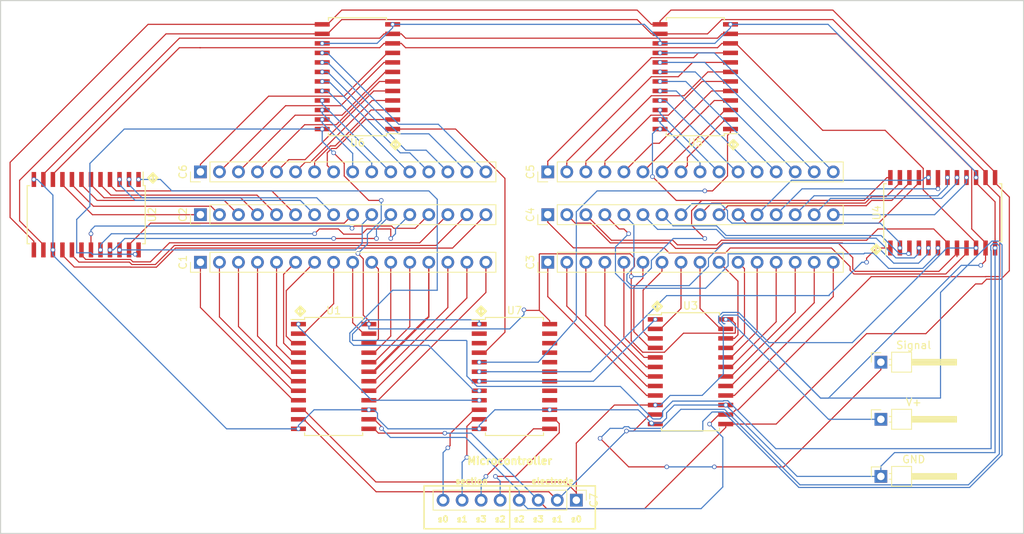
<source format=kicad_pcb>
(kicad_pcb (version 4) (host pcbnew 4.0.6)

  (general
    (links 152)
    (no_connects 0)
    (area 79.934999 54.534999 216.610001 125.805001)
    (thickness 1.6)
    (drawings 30)
    (tracks 971)
    (zones 0)
    (modules 17)
    (nets 124)
  )

  (page A4)
  (layers
    (0 F.Cu signal)
    (31 B.Cu signal)
    (32 B.Adhes user)
    (33 F.Adhes user)
    (34 B.Paste user)
    (35 F.Paste user)
    (36 B.SilkS user)
    (37 F.SilkS user)
    (38 B.Mask user)
    (39 F.Mask user)
    (40 Dwgs.User user)
    (41 Cmts.User user)
    (42 Eco1.User user)
    (43 Eco2.User user)
    (44 Edge.Cuts user)
    (45 Margin user)
    (46 B.CrtYd user)
    (47 F.CrtYd user)
    (48 B.Fab user)
    (49 F.Fab user)
  )

  (setup
    (last_trace_width 0.5)
    (user_trace_width 0.1524)
    (trace_clearance 0.2)
    (zone_clearance 0.508)
    (zone_45_only no)
    (trace_min 0.1524)
    (segment_width 0.2)
    (edge_width 0.15)
    (via_size 0.6)
    (via_drill 0.4)
    (via_min_size 0.4)
    (via_min_drill 0.3048)
    (uvia_size 0.3)
    (uvia_drill 0.1)
    (uvias_allowed no)
    (uvia_min_size 0.2)
    (uvia_min_drill 0.1)
    (pcb_text_width 0.3)
    (pcb_text_size 1.5 1.5)
    (mod_edge_width 0.15)
    (mod_text_size 1 1)
    (mod_text_width 0.15)
    (pad_size 1.524 1.524)
    (pad_drill 0.762)
    (pad_to_mask_clearance 0.2)
    (aux_axis_origin 0 0)
    (visible_elements FFFFFF7F)
    (pcbplotparams
      (layerselection 0x010e0_80000001)
      (usegerberextensions true)
      (excludeedgelayer true)
      (linewidth 0.100000)
      (plotframeref false)
      (viasonmask false)
      (mode 1)
      (useauxorigin false)
      (hpglpennumber 1)
      (hpglpenspeed 20)
      (hpglpendiameter 15)
      (hpglpenoverlay 2)
      (psnegative false)
      (psa4output false)
      (plotreference true)
      (plotvalue true)
      (plotinvisibletext false)
      (padsonsilk false)
      (subtractmaskfromsilk false)
      (outputformat 1)
      (mirror false)
      (drillshape 0)
      (scaleselection 1)
      (outputdirectory Drill/))
  )

  (net 0 "")
  (net 1 "Net-(C1-Pad1)")
  (net 2 "Net-(C1-Pad2)")
  (net 3 "Net-(C1-Pad3)")
  (net 4 "Net-(C1-Pad4)")
  (net 5 "Net-(C1-Pad5)")
  (net 6 "Net-(C1-Pad6)")
  (net 7 "Net-(C1-Pad7)")
  (net 8 "Net-(C1-Pad8)")
  (net 9 "Net-(C1-Pad9)")
  (net 10 "Net-(C1-Pad10)")
  (net 11 "Net-(C1-Pad11)")
  (net 12 "Net-(C1-Pad12)")
  (net 13 "Net-(C1-Pad13)")
  (net 14 "Net-(C1-Pad14)")
  (net 15 "Net-(C1-Pad15)")
  (net 16 "Net-(C1-Pad16)")
  (net 17 "Net-(C2-Pad1)")
  (net 18 "Net-(C2-Pad2)")
  (net 19 "Net-(C2-Pad3)")
  (net 20 "Net-(C2-Pad4)")
  (net 21 "Net-(C2-Pad5)")
  (net 22 "Net-(C2-Pad6)")
  (net 23 "Net-(C2-Pad7)")
  (net 24 "Net-(C2-Pad8)")
  (net 25 "Net-(C2-Pad9)")
  (net 26 "Net-(C2-Pad10)")
  (net 27 "Net-(C2-Pad11)")
  (net 28 "Net-(C2-Pad12)")
  (net 29 "Net-(C2-Pad13)")
  (net 30 "Net-(C2-Pad14)")
  (net 31 "Net-(C2-Pad15)")
  (net 32 "Net-(C2-Pad16)")
  (net 33 "Net-(C3-Pad1)")
  (net 34 "Net-(C3-Pad2)")
  (net 35 "Net-(C3-Pad3)")
  (net 36 "Net-(C3-Pad4)")
  (net 37 "Net-(C3-Pad5)")
  (net 38 "Net-(C3-Pad6)")
  (net 39 "Net-(C3-Pad7)")
  (net 40 "Net-(C3-Pad8)")
  (net 41 "Net-(C3-Pad9)")
  (net 42 "Net-(C3-Pad10)")
  (net 43 "Net-(C3-Pad11)")
  (net 44 "Net-(C3-Pad12)")
  (net 45 "Net-(C3-Pad13)")
  (net 46 "Net-(C3-Pad14)")
  (net 47 "Net-(C3-Pad15)")
  (net 48 "Net-(C3-Pad16)")
  (net 49 "Net-(C4-Pad1)")
  (net 50 "Net-(C4-Pad2)")
  (net 51 "Net-(C4-Pad3)")
  (net 52 "Net-(C4-Pad4)")
  (net 53 "Net-(C4-Pad5)")
  (net 54 "Net-(C4-Pad6)")
  (net 55 "Net-(C4-Pad7)")
  (net 56 "Net-(C4-Pad8)")
  (net 57 "Net-(C4-Pad9)")
  (net 58 "Net-(C4-Pad10)")
  (net 59 "Net-(C4-Pad11)")
  (net 60 "Net-(C4-Pad12)")
  (net 61 "Net-(C4-Pad13)")
  (net 62 "Net-(C4-Pad14)")
  (net 63 "Net-(C4-Pad15)")
  (net 64 "Net-(C4-Pad16)")
  (net 65 "Net-(C5-Pad1)")
  (net 66 "Net-(C5-Pad2)")
  (net 67 "Net-(C5-Pad3)")
  (net 68 "Net-(C5-Pad4)")
  (net 69 "Net-(C5-Pad5)")
  (net 70 "Net-(C5-Pad6)")
  (net 71 "Net-(C5-Pad7)")
  (net 72 "Net-(C5-Pad8)")
  (net 73 "Net-(C5-Pad9)")
  (net 74 "Net-(C5-Pad10)")
  (net 75 "Net-(C5-Pad11)")
  (net 76 "Net-(C5-Pad12)")
  (net 77 "Net-(C5-Pad13)")
  (net 78 "Net-(C5-Pad14)")
  (net 79 "Net-(C5-Pad15)")
  (net 80 "Net-(C5-Pad16)")
  (net 81 "Net-(C6-Pad1)")
  (net 82 "Net-(C6-Pad2)")
  (net 83 "Net-(C6-Pad3)")
  (net 84 "Net-(C6-Pad4)")
  (net 85 "Net-(C6-Pad5)")
  (net 86 "Net-(C6-Pad6)")
  (net 87 "Net-(C6-Pad7)")
  (net 88 "Net-(C6-Pad8)")
  (net 89 "Net-(C6-Pad9)")
  (net 90 "Net-(C6-Pad10)")
  (net 91 "Net-(C6-Pad11)")
  (net 92 "Net-(C6-Pad12)")
  (net 93 "Net-(C6-Pad13)")
  (net 94 "Net-(C6-Pad14)")
  (net 95 "Net-(C6-Pad15)")
  (net 96 "Net-(C6-Pad16)")
  (net 97 "Net-(C7-Pad1)")
  (net 98 "Net-(C7-Pad2)")
  (net 99 "Net-(C7-Pad3)")
  (net 100 "Net-(C7-Pad4)")
  (net 101 "Net-(C7-Pad5)")
  (net 102 "Net-(C7-Pad6)")
  (net 103 "Net-(C7-Pad7)")
  (net 104 "Net-(C7-Pad8)")
  (net 105 GND)
  (net 106 +5V)
  (net 107 Vsig)
  (net 108 "Net-(U1-Pad1)")
  (net 109 "Net-(U2-Pad1)")
  (net 110 "Net-(U3-Pad1)")
  (net 111 "Net-(U4-Pad1)")
  (net 112 "Net-(U5-Pad1)")
  (net 113 "Net-(U6-Pad1)")
  (net 114 "Net-(U7-Pad2)")
  (net 115 "Net-(U7-Pad3)")
  (net 116 "Net-(U7-Pad16)")
  (net 117 "Net-(U7-Pad17)")
  (net 118 "Net-(U7-Pad18)")
  (net 119 "Net-(U7-Pad19)")
  (net 120 "Net-(U7-Pad20)")
  (net 121 "Net-(U7-Pad21)")
  (net 122 "Net-(U7-Pad22)")
  (net 123 "Net-(U7-Pad23)")

  (net_class Default "This is the default net class."
    (clearance 0.2)
    (trace_width 0.5)
    (via_dia 0.6)
    (via_drill 0.4)
    (uvia_dia 0.3)
    (uvia_drill 0.1)
    (add_net +5V)
    (add_net GND)
    (add_net "Net-(C1-Pad1)")
    (add_net "Net-(C1-Pad10)")
    (add_net "Net-(C1-Pad11)")
    (add_net "Net-(C1-Pad12)")
    (add_net "Net-(C1-Pad13)")
    (add_net "Net-(C1-Pad14)")
    (add_net "Net-(C1-Pad15)")
    (add_net "Net-(C1-Pad16)")
    (add_net "Net-(C1-Pad2)")
    (add_net "Net-(C1-Pad3)")
    (add_net "Net-(C1-Pad4)")
    (add_net "Net-(C1-Pad5)")
    (add_net "Net-(C1-Pad6)")
    (add_net "Net-(C1-Pad7)")
    (add_net "Net-(C1-Pad8)")
    (add_net "Net-(C1-Pad9)")
    (add_net "Net-(C2-Pad1)")
    (add_net "Net-(C2-Pad10)")
    (add_net "Net-(C2-Pad11)")
    (add_net "Net-(C2-Pad12)")
    (add_net "Net-(C2-Pad13)")
    (add_net "Net-(C2-Pad14)")
    (add_net "Net-(C2-Pad15)")
    (add_net "Net-(C2-Pad16)")
    (add_net "Net-(C2-Pad2)")
    (add_net "Net-(C2-Pad3)")
    (add_net "Net-(C2-Pad4)")
    (add_net "Net-(C2-Pad5)")
    (add_net "Net-(C2-Pad6)")
    (add_net "Net-(C2-Pad7)")
    (add_net "Net-(C2-Pad8)")
    (add_net "Net-(C2-Pad9)")
    (add_net "Net-(C3-Pad1)")
    (add_net "Net-(C3-Pad10)")
    (add_net "Net-(C3-Pad11)")
    (add_net "Net-(C3-Pad12)")
    (add_net "Net-(C3-Pad13)")
    (add_net "Net-(C3-Pad14)")
    (add_net "Net-(C3-Pad15)")
    (add_net "Net-(C3-Pad16)")
    (add_net "Net-(C3-Pad2)")
    (add_net "Net-(C3-Pad3)")
    (add_net "Net-(C3-Pad4)")
    (add_net "Net-(C3-Pad5)")
    (add_net "Net-(C3-Pad6)")
    (add_net "Net-(C3-Pad7)")
    (add_net "Net-(C3-Pad8)")
    (add_net "Net-(C3-Pad9)")
    (add_net "Net-(C4-Pad1)")
    (add_net "Net-(C4-Pad10)")
    (add_net "Net-(C4-Pad11)")
    (add_net "Net-(C4-Pad12)")
    (add_net "Net-(C4-Pad13)")
    (add_net "Net-(C4-Pad14)")
    (add_net "Net-(C4-Pad15)")
    (add_net "Net-(C4-Pad16)")
    (add_net "Net-(C4-Pad2)")
    (add_net "Net-(C4-Pad3)")
    (add_net "Net-(C4-Pad4)")
    (add_net "Net-(C4-Pad5)")
    (add_net "Net-(C4-Pad6)")
    (add_net "Net-(C4-Pad7)")
    (add_net "Net-(C4-Pad8)")
    (add_net "Net-(C4-Pad9)")
    (add_net "Net-(C5-Pad1)")
    (add_net "Net-(C5-Pad10)")
    (add_net "Net-(C5-Pad11)")
    (add_net "Net-(C5-Pad12)")
    (add_net "Net-(C5-Pad13)")
    (add_net "Net-(C5-Pad14)")
    (add_net "Net-(C5-Pad15)")
    (add_net "Net-(C5-Pad16)")
    (add_net "Net-(C5-Pad2)")
    (add_net "Net-(C5-Pad3)")
    (add_net "Net-(C5-Pad4)")
    (add_net "Net-(C5-Pad5)")
    (add_net "Net-(C5-Pad6)")
    (add_net "Net-(C5-Pad7)")
    (add_net "Net-(C5-Pad8)")
    (add_net "Net-(C5-Pad9)")
    (add_net "Net-(C6-Pad1)")
    (add_net "Net-(C6-Pad10)")
    (add_net "Net-(C6-Pad11)")
    (add_net "Net-(C6-Pad12)")
    (add_net "Net-(C6-Pad13)")
    (add_net "Net-(C6-Pad14)")
    (add_net "Net-(C6-Pad15)")
    (add_net "Net-(C6-Pad16)")
    (add_net "Net-(C6-Pad2)")
    (add_net "Net-(C6-Pad3)")
    (add_net "Net-(C6-Pad4)")
    (add_net "Net-(C6-Pad5)")
    (add_net "Net-(C6-Pad6)")
    (add_net "Net-(C6-Pad7)")
    (add_net "Net-(C6-Pad8)")
    (add_net "Net-(C6-Pad9)")
    (add_net "Net-(C7-Pad1)")
    (add_net "Net-(C7-Pad2)")
    (add_net "Net-(C7-Pad3)")
    (add_net "Net-(C7-Pad4)")
    (add_net "Net-(C7-Pad5)")
    (add_net "Net-(C7-Pad6)")
    (add_net "Net-(C7-Pad7)")
    (add_net "Net-(C7-Pad8)")
    (add_net "Net-(U1-Pad1)")
    (add_net "Net-(U2-Pad1)")
    (add_net "Net-(U3-Pad1)")
    (add_net "Net-(U4-Pad1)")
    (add_net "Net-(U5-Pad1)")
    (add_net "Net-(U6-Pad1)")
    (add_net "Net-(U7-Pad16)")
    (add_net "Net-(U7-Pad17)")
    (add_net "Net-(U7-Pad18)")
    (add_net "Net-(U7-Pad19)")
    (add_net "Net-(U7-Pad2)")
    (add_net "Net-(U7-Pad20)")
    (add_net "Net-(U7-Pad21)")
    (add_net "Net-(U7-Pad22)")
    (add_net "Net-(U7-Pad23)")
    (add_net "Net-(U7-Pad3)")
    (add_net Vsig)
  )

  (net_class 1 ""
    (clearance 0.2)
    (trace_width 0.1524)
    (via_dia 0.6)
    (via_drill 0.4)
    (uvia_dia 0.3)
    (uvia_drill 0.1)
  )

  (module Housings_SOIC:SOIC-24W_7.5x15.4mm_Pitch1.27mm placed (layer F.Cu) (tedit 58CC8F64) (tstamp 5ACC4125)
    (at 91.44 83.185 270)
    (descr "24-Lead Plastic Small Outline (SO) - Wide, 7.50 mm Body [SOIC] (see Microchip Packaging Specification 00000049BS.pdf)")
    (tags "SOIC 1.27")
    (path /5ACC12A9)
    (attr smd)
    (fp_text reference U2 (at 0 -8.8 270) (layer F.SilkS)
      (effects (font (size 1 1) (thickness 0.15)))
    )
    (fp_text value CD74HC4067 (at 0 8.8 270) (layer F.Fab)
      (effects (font (size 1 1) (thickness 0.15)))
    )
    (fp_text user %R (at 0 0 270) (layer F.Fab)
      (effects (font (size 1 1) (thickness 0.15)))
    )
    (fp_line (start -2.75 -7.7) (end 3.75 -7.7) (layer F.Fab) (width 0.15))
    (fp_line (start 3.75 -7.7) (end 3.75 7.7) (layer F.Fab) (width 0.15))
    (fp_line (start 3.75 7.7) (end -3.75 7.7) (layer F.Fab) (width 0.15))
    (fp_line (start -3.75 7.7) (end -3.75 -6.7) (layer F.Fab) (width 0.15))
    (fp_line (start -3.75 -6.7) (end -2.75 -7.7) (layer F.Fab) (width 0.15))
    (fp_line (start -5.95 -8.05) (end -5.95 8.05) (layer F.CrtYd) (width 0.05))
    (fp_line (start 5.95 -8.05) (end 5.95 8.05) (layer F.CrtYd) (width 0.05))
    (fp_line (start -5.95 -8.05) (end 5.95 -8.05) (layer F.CrtYd) (width 0.05))
    (fp_line (start -5.95 8.05) (end 5.95 8.05) (layer F.CrtYd) (width 0.05))
    (fp_line (start -3.875 -7.875) (end -3.875 -7.6) (layer F.SilkS) (width 0.15))
    (fp_line (start 3.875 -7.875) (end 3.875 -7.51) (layer F.SilkS) (width 0.15))
    (fp_line (start 3.875 7.875) (end 3.875 7.51) (layer F.SilkS) (width 0.15))
    (fp_line (start -3.875 7.875) (end -3.875 7.51) (layer F.SilkS) (width 0.15))
    (fp_line (start -3.875 -7.875) (end 3.875 -7.875) (layer F.SilkS) (width 0.15))
    (fp_line (start -3.875 7.875) (end 3.875 7.875) (layer F.SilkS) (width 0.15))
    (fp_line (start -3.875 -7.6) (end -5.7 -7.6) (layer F.SilkS) (width 0.15))
    (pad 1 smd rect (at -4.7 -6.985 270) (size 2 0.6) (layers F.Cu F.Paste F.Mask)
      (net 109 "Net-(U2-Pad1)"))
    (pad 2 smd rect (at -4.7 -5.715 270) (size 2 0.6) (layers F.Cu F.Paste F.Mask)
      (net 24 "Net-(C2-Pad8)"))
    (pad 3 smd rect (at -4.7 -4.445 270) (size 2 0.6) (layers F.Cu F.Paste F.Mask)
      (net 23 "Net-(C2-Pad7)"))
    (pad 4 smd rect (at -4.7 -3.175 270) (size 2 0.6) (layers F.Cu F.Paste F.Mask)
      (net 22 "Net-(C2-Pad6)"))
    (pad 5 smd rect (at -4.7 -1.905 270) (size 2 0.6) (layers F.Cu F.Paste F.Mask)
      (net 21 "Net-(C2-Pad5)"))
    (pad 6 smd rect (at -4.7 -0.635 270) (size 2 0.6) (layers F.Cu F.Paste F.Mask)
      (net 20 "Net-(C2-Pad4)"))
    (pad 7 smd rect (at -4.7 0.635 270) (size 2 0.6) (layers F.Cu F.Paste F.Mask)
      (net 19 "Net-(C2-Pad3)"))
    (pad 8 smd rect (at -4.7 1.905 270) (size 2 0.6) (layers F.Cu F.Paste F.Mask)
      (net 18 "Net-(C2-Pad2)"))
    (pad 9 smd rect (at -4.7 3.175 270) (size 2 0.6) (layers F.Cu F.Paste F.Mask)
      (net 17 "Net-(C2-Pad1)"))
    (pad 10 smd rect (at -4.7 4.445 270) (size 2 0.6) (layers F.Cu F.Paste F.Mask)
      (net 97 "Net-(C7-Pad1)"))
    (pad 11 smd rect (at -4.7 5.715 270) (size 2 0.6) (layers F.Cu F.Paste F.Mask)
      (net 98 "Net-(C7-Pad2)"))
    (pad 12 smd rect (at -4.7 6.985 270) (size 2 0.6) (layers F.Cu F.Paste F.Mask)
      (net 105 GND))
    (pad 13 smd rect (at 4.7 6.985 270) (size 2 0.6) (layers F.Cu F.Paste F.Mask)
      (net 99 "Net-(C7-Pad3)"))
    (pad 14 smd rect (at 4.7 5.715 270) (size 2 0.6) (layers F.Cu F.Paste F.Mask)
      (net 100 "Net-(C7-Pad4)"))
    (pad 15 smd rect (at 4.7 4.445 270) (size 2 0.6) (layers F.Cu F.Paste F.Mask)
      (net 105 GND))
    (pad 16 smd rect (at 4.7 3.175 270) (size 2 0.6) (layers F.Cu F.Paste F.Mask)
      (net 32 "Net-(C2-Pad16)"))
    (pad 17 smd rect (at 4.7 1.905 270) (size 2 0.6) (layers F.Cu F.Paste F.Mask)
      (net 31 "Net-(C2-Pad15)"))
    (pad 18 smd rect (at 4.7 0.635 270) (size 2 0.6) (layers F.Cu F.Paste F.Mask)
      (net 30 "Net-(C2-Pad14)"))
    (pad 19 smd rect (at 4.7 -0.635 270) (size 2 0.6) (layers F.Cu F.Paste F.Mask)
      (net 29 "Net-(C2-Pad13)"))
    (pad 20 smd rect (at 4.7 -1.905 270) (size 2 0.6) (layers F.Cu F.Paste F.Mask)
      (net 28 "Net-(C2-Pad12)"))
    (pad 21 smd rect (at 4.7 -3.175 270) (size 2 0.6) (layers F.Cu F.Paste F.Mask)
      (net 27 "Net-(C2-Pad11)"))
    (pad 22 smd rect (at 4.7 -4.445 270) (size 2 0.6) (layers F.Cu F.Paste F.Mask)
      (net 26 "Net-(C2-Pad10)"))
    (pad 23 smd rect (at 4.7 -5.715 270) (size 2 0.6) (layers F.Cu F.Paste F.Mask)
      (net 25 "Net-(C2-Pad9)"))
    (pad 24 smd rect (at 4.7 -6.985 270) (size 2 0.6) (layers F.Cu F.Paste F.Mask)
      (net 106 +5V))
    (model ${KISYS3DMOD}/Housings_SOIC.3dshapes/SOIC-24W_7.5x15.4mm_Pitch1.27mm.wrl
      (at (xyz 0 0 0))
      (scale (xyz 1 1 1))
      (rotate (xyz 0 0 0))
    )
  )

  (module Housings_SOIC:SOIC-24W_7.5x15.4mm_Pitch1.27mm placed (layer F.Cu) (tedit 58CC8F64) (tstamp 5ACC4179)
    (at 172.72 64.77 180)
    (descr "24-Lead Plastic Small Outline (SO) - Wide, 7.50 mm Body [SOIC] (see Microchip Packaging Specification 00000049BS.pdf)")
    (tags "SOIC 1.27")
    (path /5ACC4096)
    (attr smd)
    (fp_text reference U5 (at 0 -8.8 180) (layer F.SilkS)
      (effects (font (size 1 1) (thickness 0.15)))
    )
    (fp_text value CD74HC4067 (at 0 8.8 180) (layer F.Fab)
      (effects (font (size 1 1) (thickness 0.15)))
    )
    (fp_text user %R (at 0 0 180) (layer F.Fab)
      (effects (font (size 1 1) (thickness 0.15)))
    )
    (fp_line (start -2.75 -7.7) (end 3.75 -7.7) (layer F.Fab) (width 0.15))
    (fp_line (start 3.75 -7.7) (end 3.75 7.7) (layer F.Fab) (width 0.15))
    (fp_line (start 3.75 7.7) (end -3.75 7.7) (layer F.Fab) (width 0.15))
    (fp_line (start -3.75 7.7) (end -3.75 -6.7) (layer F.Fab) (width 0.15))
    (fp_line (start -3.75 -6.7) (end -2.75 -7.7) (layer F.Fab) (width 0.15))
    (fp_line (start -5.95 -8.05) (end -5.95 8.05) (layer F.CrtYd) (width 0.05))
    (fp_line (start 5.95 -8.05) (end 5.95 8.05) (layer F.CrtYd) (width 0.05))
    (fp_line (start -5.95 -8.05) (end 5.95 -8.05) (layer F.CrtYd) (width 0.05))
    (fp_line (start -5.95 8.05) (end 5.95 8.05) (layer F.CrtYd) (width 0.05))
    (fp_line (start -3.875 -7.875) (end -3.875 -7.6) (layer F.SilkS) (width 0.15))
    (fp_line (start 3.875 -7.875) (end 3.875 -7.51) (layer F.SilkS) (width 0.15))
    (fp_line (start 3.875 7.875) (end 3.875 7.51) (layer F.SilkS) (width 0.15))
    (fp_line (start -3.875 7.875) (end -3.875 7.51) (layer F.SilkS) (width 0.15))
    (fp_line (start -3.875 -7.875) (end 3.875 -7.875) (layer F.SilkS) (width 0.15))
    (fp_line (start -3.875 7.875) (end 3.875 7.875) (layer F.SilkS) (width 0.15))
    (fp_line (start -3.875 -7.6) (end -5.7 -7.6) (layer F.SilkS) (width 0.15))
    (pad 1 smd rect (at -4.7 -6.985 180) (size 2 0.6) (layers F.Cu F.Paste F.Mask)
      (net 112 "Net-(U5-Pad1)"))
    (pad 2 smd rect (at -4.7 -5.715 180) (size 2 0.6) (layers F.Cu F.Paste F.Mask)
      (net 72 "Net-(C5-Pad8)"))
    (pad 3 smd rect (at -4.7 -4.445 180) (size 2 0.6) (layers F.Cu F.Paste F.Mask)
      (net 71 "Net-(C5-Pad7)"))
    (pad 4 smd rect (at -4.7 -3.175 180) (size 2 0.6) (layers F.Cu F.Paste F.Mask)
      (net 70 "Net-(C5-Pad6)"))
    (pad 5 smd rect (at -4.7 -1.905 180) (size 2 0.6) (layers F.Cu F.Paste F.Mask)
      (net 69 "Net-(C5-Pad5)"))
    (pad 6 smd rect (at -4.7 -0.635 180) (size 2 0.6) (layers F.Cu F.Paste F.Mask)
      (net 68 "Net-(C5-Pad4)"))
    (pad 7 smd rect (at -4.7 0.635 180) (size 2 0.6) (layers F.Cu F.Paste F.Mask)
      (net 67 "Net-(C5-Pad3)"))
    (pad 8 smd rect (at -4.7 1.905 180) (size 2 0.6) (layers F.Cu F.Paste F.Mask)
      (net 66 "Net-(C5-Pad2)"))
    (pad 9 smd rect (at -4.7 3.175 180) (size 2 0.6) (layers F.Cu F.Paste F.Mask)
      (net 65 "Net-(C5-Pad1)"))
    (pad 10 smd rect (at -4.7 4.445 180) (size 2 0.6) (layers F.Cu F.Paste F.Mask)
      (net 97 "Net-(C7-Pad1)"))
    (pad 11 smd rect (at -4.7 5.715 180) (size 2 0.6) (layers F.Cu F.Paste F.Mask)
      (net 98 "Net-(C7-Pad2)"))
    (pad 12 smd rect (at -4.7 6.985 180) (size 2 0.6) (layers F.Cu F.Paste F.Mask)
      (net 105 GND))
    (pad 13 smd rect (at 4.7 6.985 180) (size 2 0.6) (layers F.Cu F.Paste F.Mask)
      (net 99 "Net-(C7-Pad3)"))
    (pad 14 smd rect (at 4.7 5.715 180) (size 2 0.6) (layers F.Cu F.Paste F.Mask)
      (net 100 "Net-(C7-Pad4)"))
    (pad 15 smd rect (at 4.7 4.445 180) (size 2 0.6) (layers F.Cu F.Paste F.Mask)
      (net 105 GND))
    (pad 16 smd rect (at 4.7 3.175 180) (size 2 0.6) (layers F.Cu F.Paste F.Mask)
      (net 80 "Net-(C5-Pad16)"))
    (pad 17 smd rect (at 4.7 1.905 180) (size 2 0.6) (layers F.Cu F.Paste F.Mask)
      (net 79 "Net-(C5-Pad15)"))
    (pad 18 smd rect (at 4.7 0.635 180) (size 2 0.6) (layers F.Cu F.Paste F.Mask)
      (net 78 "Net-(C5-Pad14)"))
    (pad 19 smd rect (at 4.7 -0.635 180) (size 2 0.6) (layers F.Cu F.Paste F.Mask)
      (net 77 "Net-(C5-Pad13)"))
    (pad 20 smd rect (at 4.7 -1.905 180) (size 2 0.6) (layers F.Cu F.Paste F.Mask)
      (net 76 "Net-(C5-Pad12)"))
    (pad 21 smd rect (at 4.7 -3.175 180) (size 2 0.6) (layers F.Cu F.Paste F.Mask)
      (net 75 "Net-(C5-Pad11)"))
    (pad 22 smd rect (at 4.7 -4.445 180) (size 2 0.6) (layers F.Cu F.Paste F.Mask)
      (net 74 "Net-(C5-Pad10)"))
    (pad 23 smd rect (at 4.7 -5.715 180) (size 2 0.6) (layers F.Cu F.Paste F.Mask)
      (net 73 "Net-(C5-Pad9)"))
    (pad 24 smd rect (at 4.7 -6.985 180) (size 2 0.6) (layers F.Cu F.Paste F.Mask)
      (net 106 +5V))
    (model ${KISYS3DMOD}/Housings_SOIC.3dshapes/SOIC-24W_7.5x15.4mm_Pitch1.27mm.wrl
      (at (xyz 0 0 0))
      (scale (xyz 1 1 1))
      (rotate (xyz 0 0 0))
    )
  )

  (module Pin_Headers:Pin_Header_Straight_1x16_Pitch2.54mm placed (layer F.Cu) (tedit 59650532) (tstamp 5ACC40AA)
    (at 153.035 83.185 90)
    (descr "Through hole straight pin header, 1x16, 2.54mm pitch, single row")
    (tags "Through hole pin header THT 1x16 2.54mm single row")
    (path /5ACC3A9D)
    (fp_text reference C4 (at 0 -2.33 90) (layer F.SilkS)
      (effects (font (size 1 1) (thickness 0.15)))
    )
    (fp_text value CONN_01X16 (at 0 40.43 90) (layer F.Fab)
      (effects (font (size 1 1) (thickness 0.15)))
    )
    (fp_line (start -0.635 -1.27) (end 1.27 -1.27) (layer F.Fab) (width 0.1))
    (fp_line (start 1.27 -1.27) (end 1.27 39.37) (layer F.Fab) (width 0.1))
    (fp_line (start 1.27 39.37) (end -1.27 39.37) (layer F.Fab) (width 0.1))
    (fp_line (start -1.27 39.37) (end -1.27 -0.635) (layer F.Fab) (width 0.1))
    (fp_line (start -1.27 -0.635) (end -0.635 -1.27) (layer F.Fab) (width 0.1))
    (fp_line (start -1.33 39.43) (end 1.33 39.43) (layer F.SilkS) (width 0.12))
    (fp_line (start -1.33 1.27) (end -1.33 39.43) (layer F.SilkS) (width 0.12))
    (fp_line (start 1.33 1.27) (end 1.33 39.43) (layer F.SilkS) (width 0.12))
    (fp_line (start -1.33 1.27) (end 1.33 1.27) (layer F.SilkS) (width 0.12))
    (fp_line (start -1.33 0) (end -1.33 -1.33) (layer F.SilkS) (width 0.12))
    (fp_line (start -1.33 -1.33) (end 0 -1.33) (layer F.SilkS) (width 0.12))
    (fp_line (start -1.8 -1.8) (end -1.8 39.9) (layer F.CrtYd) (width 0.05))
    (fp_line (start -1.8 39.9) (end 1.8 39.9) (layer F.CrtYd) (width 0.05))
    (fp_line (start 1.8 39.9) (end 1.8 -1.8) (layer F.CrtYd) (width 0.05))
    (fp_line (start 1.8 -1.8) (end -1.8 -1.8) (layer F.CrtYd) (width 0.05))
    (fp_text user %R (at 0 19.05 180) (layer F.Fab)
      (effects (font (size 1 1) (thickness 0.15)))
    )
    (pad 1 thru_hole rect (at 0 0 90) (size 1.7 1.7) (drill 1) (layers *.Cu *.Mask)
      (net 49 "Net-(C4-Pad1)"))
    (pad 2 thru_hole oval (at 0 2.54 90) (size 1.7 1.7) (drill 1) (layers *.Cu *.Mask)
      (net 50 "Net-(C4-Pad2)"))
    (pad 3 thru_hole oval (at 0 5.08 90) (size 1.7 1.7) (drill 1) (layers *.Cu *.Mask)
      (net 51 "Net-(C4-Pad3)"))
    (pad 4 thru_hole oval (at 0 7.62 90) (size 1.7 1.7) (drill 1) (layers *.Cu *.Mask)
      (net 52 "Net-(C4-Pad4)"))
    (pad 5 thru_hole oval (at 0 10.16 90) (size 1.7 1.7) (drill 1) (layers *.Cu *.Mask)
      (net 53 "Net-(C4-Pad5)"))
    (pad 6 thru_hole oval (at 0 12.7 90) (size 1.7 1.7) (drill 1) (layers *.Cu *.Mask)
      (net 54 "Net-(C4-Pad6)"))
    (pad 7 thru_hole oval (at 0 15.24 90) (size 1.7 1.7) (drill 1) (layers *.Cu *.Mask)
      (net 55 "Net-(C4-Pad7)"))
    (pad 8 thru_hole oval (at 0 17.78 90) (size 1.7 1.7) (drill 1) (layers *.Cu *.Mask)
      (net 56 "Net-(C4-Pad8)"))
    (pad 9 thru_hole oval (at 0 20.32 90) (size 1.7 1.7) (drill 1) (layers *.Cu *.Mask)
      (net 57 "Net-(C4-Pad9)"))
    (pad 10 thru_hole oval (at 0 22.86 90) (size 1.7 1.7) (drill 1) (layers *.Cu *.Mask)
      (net 58 "Net-(C4-Pad10)"))
    (pad 11 thru_hole oval (at 0 25.4 90) (size 1.7 1.7) (drill 1) (layers *.Cu *.Mask)
      (net 59 "Net-(C4-Pad11)"))
    (pad 12 thru_hole oval (at 0 27.94 90) (size 1.7 1.7) (drill 1) (layers *.Cu *.Mask)
      (net 60 "Net-(C4-Pad12)"))
    (pad 13 thru_hole oval (at 0 30.48 90) (size 1.7 1.7) (drill 1) (layers *.Cu *.Mask)
      (net 61 "Net-(C4-Pad13)"))
    (pad 14 thru_hole oval (at 0 33.02 90) (size 1.7 1.7) (drill 1) (layers *.Cu *.Mask)
      (net 62 "Net-(C4-Pad14)"))
    (pad 15 thru_hole oval (at 0 35.56 90) (size 1.7 1.7) (drill 1) (layers *.Cu *.Mask)
      (net 63 "Net-(C4-Pad15)"))
    (pad 16 thru_hole oval (at 0 38.1 90) (size 1.7 1.7) (drill 1) (layers *.Cu *.Mask)
      (net 64 "Net-(C4-Pad16)"))
    (model ${KISYS3DMOD}/Pin_Headers.3dshapes/Pin_Header_Straight_1x16_Pitch2.54mm.wrl
      (at (xyz 0 0 0))
      (scale (xyz 1 1 1))
      (rotate (xyz 0 0 0))
    )
  )

  (module Housings_SOIC:SOIC-24W_7.5x15.4mm_Pitch1.27mm placed (layer F.Cu) (tedit 58CC8F64) (tstamp 5ACC415D)
    (at 205.74 82.93 90)
    (descr "24-Lead Plastic Small Outline (SO) - Wide, 7.50 mm Body [SOIC] (see Microchip Packaging Specification 00000049BS.pdf)")
    (tags "SOIC 1.27")
    (path /5ACC3A97)
    (attr smd)
    (fp_text reference U4 (at 0 -8.8 90) (layer F.SilkS)
      (effects (font (size 1 1) (thickness 0.15)))
    )
    (fp_text value CD74HC4067 (at 0 8.8 90) (layer F.Fab)
      (effects (font (size 1 1) (thickness 0.15)))
    )
    (fp_text user %R (at 0 0 90) (layer F.Fab)
      (effects (font (size 1 1) (thickness 0.15)))
    )
    (fp_line (start -2.75 -7.7) (end 3.75 -7.7) (layer F.Fab) (width 0.15))
    (fp_line (start 3.75 -7.7) (end 3.75 7.7) (layer F.Fab) (width 0.15))
    (fp_line (start 3.75 7.7) (end -3.75 7.7) (layer F.Fab) (width 0.15))
    (fp_line (start -3.75 7.7) (end -3.75 -6.7) (layer F.Fab) (width 0.15))
    (fp_line (start -3.75 -6.7) (end -2.75 -7.7) (layer F.Fab) (width 0.15))
    (fp_line (start -5.95 -8.05) (end -5.95 8.05) (layer F.CrtYd) (width 0.05))
    (fp_line (start 5.95 -8.05) (end 5.95 8.05) (layer F.CrtYd) (width 0.05))
    (fp_line (start -5.95 -8.05) (end 5.95 -8.05) (layer F.CrtYd) (width 0.05))
    (fp_line (start -5.95 8.05) (end 5.95 8.05) (layer F.CrtYd) (width 0.05))
    (fp_line (start -3.875 -7.875) (end -3.875 -7.6) (layer F.SilkS) (width 0.15))
    (fp_line (start 3.875 -7.875) (end 3.875 -7.51) (layer F.SilkS) (width 0.15))
    (fp_line (start 3.875 7.875) (end 3.875 7.51) (layer F.SilkS) (width 0.15))
    (fp_line (start -3.875 7.875) (end -3.875 7.51) (layer F.SilkS) (width 0.15))
    (fp_line (start -3.875 -7.875) (end 3.875 -7.875) (layer F.SilkS) (width 0.15))
    (fp_line (start -3.875 7.875) (end 3.875 7.875) (layer F.SilkS) (width 0.15))
    (fp_line (start -3.875 -7.6) (end -5.7 -7.6) (layer F.SilkS) (width 0.15))
    (pad 1 smd rect (at -4.7 -6.985 90) (size 2 0.6) (layers F.Cu F.Paste F.Mask)
      (net 111 "Net-(U4-Pad1)"))
    (pad 2 smd rect (at -4.7 -5.715 90) (size 2 0.6) (layers F.Cu F.Paste F.Mask)
      (net 56 "Net-(C4-Pad8)"))
    (pad 3 smd rect (at -4.7 -4.445 90) (size 2 0.6) (layers F.Cu F.Paste F.Mask)
      (net 55 "Net-(C4-Pad7)"))
    (pad 4 smd rect (at -4.7 -3.175 90) (size 2 0.6) (layers F.Cu F.Paste F.Mask)
      (net 54 "Net-(C4-Pad6)"))
    (pad 5 smd rect (at -4.7 -1.905 90) (size 2 0.6) (layers F.Cu F.Paste F.Mask)
      (net 53 "Net-(C4-Pad5)"))
    (pad 6 smd rect (at -4.7 -0.635 90) (size 2 0.6) (layers F.Cu F.Paste F.Mask)
      (net 52 "Net-(C4-Pad4)"))
    (pad 7 smd rect (at -4.7 0.635 90) (size 2 0.6) (layers F.Cu F.Paste F.Mask)
      (net 51 "Net-(C4-Pad3)"))
    (pad 8 smd rect (at -4.7 1.905 90) (size 2 0.6) (layers F.Cu F.Paste F.Mask)
      (net 50 "Net-(C4-Pad2)"))
    (pad 9 smd rect (at -4.7 3.175 90) (size 2 0.6) (layers F.Cu F.Paste F.Mask)
      (net 49 "Net-(C4-Pad1)"))
    (pad 10 smd rect (at -4.7 4.445 90) (size 2 0.6) (layers F.Cu F.Paste F.Mask)
      (net 97 "Net-(C7-Pad1)"))
    (pad 11 smd rect (at -4.7 5.715 90) (size 2 0.6) (layers F.Cu F.Paste F.Mask)
      (net 98 "Net-(C7-Pad2)"))
    (pad 12 smd rect (at -4.7 6.985 90) (size 2 0.6) (layers F.Cu F.Paste F.Mask)
      (net 105 GND))
    (pad 13 smd rect (at 4.7 6.985 90) (size 2 0.6) (layers F.Cu F.Paste F.Mask)
      (net 99 "Net-(C7-Pad3)"))
    (pad 14 smd rect (at 4.7 5.715 90) (size 2 0.6) (layers F.Cu F.Paste F.Mask)
      (net 100 "Net-(C7-Pad4)"))
    (pad 15 smd rect (at 4.7 4.445 90) (size 2 0.6) (layers F.Cu F.Paste F.Mask)
      (net 105 GND))
    (pad 16 smd rect (at 4.7 3.175 90) (size 2 0.6) (layers F.Cu F.Paste F.Mask)
      (net 64 "Net-(C4-Pad16)"))
    (pad 17 smd rect (at 4.7 1.905 90) (size 2 0.6) (layers F.Cu F.Paste F.Mask)
      (net 63 "Net-(C4-Pad15)"))
    (pad 18 smd rect (at 4.7 0.635 90) (size 2 0.6) (layers F.Cu F.Paste F.Mask)
      (net 62 "Net-(C4-Pad14)"))
    (pad 19 smd rect (at 4.7 -0.635 90) (size 2 0.6) (layers F.Cu F.Paste F.Mask)
      (net 61 "Net-(C4-Pad13)"))
    (pad 20 smd rect (at 4.7 -1.905 90) (size 2 0.6) (layers F.Cu F.Paste F.Mask)
      (net 60 "Net-(C4-Pad12)"))
    (pad 21 smd rect (at 4.7 -3.175 90) (size 2 0.6) (layers F.Cu F.Paste F.Mask)
      (net 59 "Net-(C4-Pad11)"))
    (pad 22 smd rect (at 4.7 -4.445 90) (size 2 0.6) (layers F.Cu F.Paste F.Mask)
      (net 58 "Net-(C4-Pad10)"))
    (pad 23 smd rect (at 4.7 -5.715 90) (size 2 0.6) (layers F.Cu F.Paste F.Mask)
      (net 57 "Net-(C4-Pad9)"))
    (pad 24 smd rect (at 4.7 -6.985 90) (size 2 0.6) (layers F.Cu F.Paste F.Mask)
      (net 106 +5V))
    (model ${KISYS3DMOD}/Housings_SOIC.3dshapes/SOIC-24W_7.5x15.4mm_Pitch1.27mm.wrl
      (at (xyz 0 0 0))
      (scale (xyz 1 1 1))
      (rotate (xyz 0 0 0))
    )
  )

  (module Pin_Headers:Pin_Header_Straight_1x16_Pitch2.54mm placed (layer F.Cu) (tedit 59650532) (tstamp 5ACC406E)
    (at 106.68 89.535 90)
    (descr "Through hole straight pin header, 1x16, 2.54mm pitch, single row")
    (tags "Through hole pin header THT 1x16 2.54mm single row")
    (path /5ACC386D)
    (fp_text reference C1 (at 0 -2.33 90) (layer F.SilkS)
      (effects (font (size 1 1) (thickness 0.15)))
    )
    (fp_text value CONN_01X16 (at 0 40.43 90) (layer F.Fab)
      (effects (font (size 1 1) (thickness 0.15)))
    )
    (fp_line (start -0.635 -1.27) (end 1.27 -1.27) (layer F.Fab) (width 0.1))
    (fp_line (start 1.27 -1.27) (end 1.27 39.37) (layer F.Fab) (width 0.1))
    (fp_line (start 1.27 39.37) (end -1.27 39.37) (layer F.Fab) (width 0.1))
    (fp_line (start -1.27 39.37) (end -1.27 -0.635) (layer F.Fab) (width 0.1))
    (fp_line (start -1.27 -0.635) (end -0.635 -1.27) (layer F.Fab) (width 0.1))
    (fp_line (start -1.33 39.43) (end 1.33 39.43) (layer F.SilkS) (width 0.12))
    (fp_line (start -1.33 1.27) (end -1.33 39.43) (layer F.SilkS) (width 0.12))
    (fp_line (start 1.33 1.27) (end 1.33 39.43) (layer F.SilkS) (width 0.12))
    (fp_line (start -1.33 1.27) (end 1.33 1.27) (layer F.SilkS) (width 0.12))
    (fp_line (start -1.33 0) (end -1.33 -1.33) (layer F.SilkS) (width 0.12))
    (fp_line (start -1.33 -1.33) (end 0 -1.33) (layer F.SilkS) (width 0.12))
    (fp_line (start -1.8 -1.8) (end -1.8 39.9) (layer F.CrtYd) (width 0.05))
    (fp_line (start -1.8 39.9) (end 1.8 39.9) (layer F.CrtYd) (width 0.05))
    (fp_line (start 1.8 39.9) (end 1.8 -1.8) (layer F.CrtYd) (width 0.05))
    (fp_line (start 1.8 -1.8) (end -1.8 -1.8) (layer F.CrtYd) (width 0.05))
    (fp_text user %R (at 0 19.05 180) (layer F.Fab)
      (effects (font (size 1 1) (thickness 0.15)))
    )
    (pad 1 thru_hole rect (at 0 0 90) (size 1.7 1.7) (drill 1) (layers *.Cu *.Mask)
      (net 1 "Net-(C1-Pad1)"))
    (pad 2 thru_hole oval (at 0 2.54 90) (size 1.7 1.7) (drill 1) (layers *.Cu *.Mask)
      (net 2 "Net-(C1-Pad2)"))
    (pad 3 thru_hole oval (at 0 5.08 90) (size 1.7 1.7) (drill 1) (layers *.Cu *.Mask)
      (net 3 "Net-(C1-Pad3)"))
    (pad 4 thru_hole oval (at 0 7.62 90) (size 1.7 1.7) (drill 1) (layers *.Cu *.Mask)
      (net 4 "Net-(C1-Pad4)"))
    (pad 5 thru_hole oval (at 0 10.16 90) (size 1.7 1.7) (drill 1) (layers *.Cu *.Mask)
      (net 5 "Net-(C1-Pad5)"))
    (pad 6 thru_hole oval (at 0 12.7 90) (size 1.7 1.7) (drill 1) (layers *.Cu *.Mask)
      (net 6 "Net-(C1-Pad6)"))
    (pad 7 thru_hole oval (at 0 15.24 90) (size 1.7 1.7) (drill 1) (layers *.Cu *.Mask)
      (net 7 "Net-(C1-Pad7)"))
    (pad 8 thru_hole oval (at 0 17.78 90) (size 1.7 1.7) (drill 1) (layers *.Cu *.Mask)
      (net 8 "Net-(C1-Pad8)"))
    (pad 9 thru_hole oval (at 0 20.32 90) (size 1.7 1.7) (drill 1) (layers *.Cu *.Mask)
      (net 9 "Net-(C1-Pad9)"))
    (pad 10 thru_hole oval (at 0 22.86 90) (size 1.7 1.7) (drill 1) (layers *.Cu *.Mask)
      (net 10 "Net-(C1-Pad10)"))
    (pad 11 thru_hole oval (at 0 25.4 90) (size 1.7 1.7) (drill 1) (layers *.Cu *.Mask)
      (net 11 "Net-(C1-Pad11)"))
    (pad 12 thru_hole oval (at 0 27.94 90) (size 1.7 1.7) (drill 1) (layers *.Cu *.Mask)
      (net 12 "Net-(C1-Pad12)"))
    (pad 13 thru_hole oval (at 0 30.48 90) (size 1.7 1.7) (drill 1) (layers *.Cu *.Mask)
      (net 13 "Net-(C1-Pad13)"))
    (pad 14 thru_hole oval (at 0 33.02 90) (size 1.7 1.7) (drill 1) (layers *.Cu *.Mask)
      (net 14 "Net-(C1-Pad14)"))
    (pad 15 thru_hole oval (at 0 35.56 90) (size 1.7 1.7) (drill 1) (layers *.Cu *.Mask)
      (net 15 "Net-(C1-Pad15)"))
    (pad 16 thru_hole oval (at 0 38.1 90) (size 1.7 1.7) (drill 1) (layers *.Cu *.Mask)
      (net 16 "Net-(C1-Pad16)"))
    (model ${KISYS3DMOD}/Pin_Headers.3dshapes/Pin_Header_Straight_1x16_Pitch2.54mm.wrl
      (at (xyz 0 0 0))
      (scale (xyz 1 1 1))
      (rotate (xyz 0 0 0))
    )
  )

  (module Pin_Headers:Pin_Header_Straight_1x16_Pitch2.54mm placed (layer F.Cu) (tedit 59650532) (tstamp 5ACC4082)
    (at 106.68 83.185 90)
    (descr "Through hole straight pin header, 1x16, 2.54mm pitch, single row")
    (tags "Through hole pin header THT 1x16 2.54mm single row")
    (path /5ACC271D)
    (fp_text reference C2 (at 0 -2.33 90) (layer F.SilkS)
      (effects (font (size 1 1) (thickness 0.15)))
    )
    (fp_text value CONN_01X16 (at 0 40.43 90) (layer F.Fab)
      (effects (font (size 1 1) (thickness 0.15)))
    )
    (fp_line (start -0.635 -1.27) (end 1.27 -1.27) (layer F.Fab) (width 0.1))
    (fp_line (start 1.27 -1.27) (end 1.27 39.37) (layer F.Fab) (width 0.1))
    (fp_line (start 1.27 39.37) (end -1.27 39.37) (layer F.Fab) (width 0.1))
    (fp_line (start -1.27 39.37) (end -1.27 -0.635) (layer F.Fab) (width 0.1))
    (fp_line (start -1.27 -0.635) (end -0.635 -1.27) (layer F.Fab) (width 0.1))
    (fp_line (start -1.33 39.43) (end 1.33 39.43) (layer F.SilkS) (width 0.12))
    (fp_line (start -1.33 1.27) (end -1.33 39.43) (layer F.SilkS) (width 0.12))
    (fp_line (start 1.33 1.27) (end 1.33 39.43) (layer F.SilkS) (width 0.12))
    (fp_line (start -1.33 1.27) (end 1.33 1.27) (layer F.SilkS) (width 0.12))
    (fp_line (start -1.33 0) (end -1.33 -1.33) (layer F.SilkS) (width 0.12))
    (fp_line (start -1.33 -1.33) (end 0 -1.33) (layer F.SilkS) (width 0.12))
    (fp_line (start -1.8 -1.8) (end -1.8 39.9) (layer F.CrtYd) (width 0.05))
    (fp_line (start -1.8 39.9) (end 1.8 39.9) (layer F.CrtYd) (width 0.05))
    (fp_line (start 1.8 39.9) (end 1.8 -1.8) (layer F.CrtYd) (width 0.05))
    (fp_line (start 1.8 -1.8) (end -1.8 -1.8) (layer F.CrtYd) (width 0.05))
    (fp_text user %R (at 0 19.05 180) (layer F.Fab)
      (effects (font (size 1 1) (thickness 0.15)))
    )
    (pad 1 thru_hole rect (at 0 0 90) (size 1.7 1.7) (drill 1) (layers *.Cu *.Mask)
      (net 17 "Net-(C2-Pad1)"))
    (pad 2 thru_hole oval (at 0 2.54 90) (size 1.7 1.7) (drill 1) (layers *.Cu *.Mask)
      (net 18 "Net-(C2-Pad2)"))
    (pad 3 thru_hole oval (at 0 5.08 90) (size 1.7 1.7) (drill 1) (layers *.Cu *.Mask)
      (net 19 "Net-(C2-Pad3)"))
    (pad 4 thru_hole oval (at 0 7.62 90) (size 1.7 1.7) (drill 1) (layers *.Cu *.Mask)
      (net 20 "Net-(C2-Pad4)"))
    (pad 5 thru_hole oval (at 0 10.16 90) (size 1.7 1.7) (drill 1) (layers *.Cu *.Mask)
      (net 21 "Net-(C2-Pad5)"))
    (pad 6 thru_hole oval (at 0 12.7 90) (size 1.7 1.7) (drill 1) (layers *.Cu *.Mask)
      (net 22 "Net-(C2-Pad6)"))
    (pad 7 thru_hole oval (at 0 15.24 90) (size 1.7 1.7) (drill 1) (layers *.Cu *.Mask)
      (net 23 "Net-(C2-Pad7)"))
    (pad 8 thru_hole oval (at 0 17.78 90) (size 1.7 1.7) (drill 1) (layers *.Cu *.Mask)
      (net 24 "Net-(C2-Pad8)"))
    (pad 9 thru_hole oval (at 0 20.32 90) (size 1.7 1.7) (drill 1) (layers *.Cu *.Mask)
      (net 25 "Net-(C2-Pad9)"))
    (pad 10 thru_hole oval (at 0 22.86 90) (size 1.7 1.7) (drill 1) (layers *.Cu *.Mask)
      (net 26 "Net-(C2-Pad10)"))
    (pad 11 thru_hole oval (at 0 25.4 90) (size 1.7 1.7) (drill 1) (layers *.Cu *.Mask)
      (net 27 "Net-(C2-Pad11)"))
    (pad 12 thru_hole oval (at 0 27.94 90) (size 1.7 1.7) (drill 1) (layers *.Cu *.Mask)
      (net 28 "Net-(C2-Pad12)"))
    (pad 13 thru_hole oval (at 0 30.48 90) (size 1.7 1.7) (drill 1) (layers *.Cu *.Mask)
      (net 29 "Net-(C2-Pad13)"))
    (pad 14 thru_hole oval (at 0 33.02 90) (size 1.7 1.7) (drill 1) (layers *.Cu *.Mask)
      (net 30 "Net-(C2-Pad14)"))
    (pad 15 thru_hole oval (at 0 35.56 90) (size 1.7 1.7) (drill 1) (layers *.Cu *.Mask)
      (net 31 "Net-(C2-Pad15)"))
    (pad 16 thru_hole oval (at 0 38.1 90) (size 1.7 1.7) (drill 1) (layers *.Cu *.Mask)
      (net 32 "Net-(C2-Pad16)"))
    (model ${KISYS3DMOD}/Pin_Headers.3dshapes/Pin_Header_Straight_1x16_Pitch2.54mm.wrl
      (at (xyz 0 0 0))
      (scale (xyz 1 1 1))
      (rotate (xyz 0 0 0))
    )
  )

  (module Pin_Headers:Pin_Header_Straight_1x16_Pitch2.54mm placed (layer F.Cu) (tedit 59650532) (tstamp 5ACC4096)
    (at 153.035 89.535 90)
    (descr "Through hole straight pin header, 1x16, 2.54mm pitch, single row")
    (tags "Through hole pin header THT 1x16 2.54mm single row")
    (path /5ACC3AEC)
    (fp_text reference C3 (at 0 -2.33 90) (layer F.SilkS)
      (effects (font (size 1 1) (thickness 0.15)))
    )
    (fp_text value CONN_01X16 (at 0 40.43 90) (layer F.Fab)
      (effects (font (size 1 1) (thickness 0.15)))
    )
    (fp_line (start -0.635 -1.27) (end 1.27 -1.27) (layer F.Fab) (width 0.1))
    (fp_line (start 1.27 -1.27) (end 1.27 39.37) (layer F.Fab) (width 0.1))
    (fp_line (start 1.27 39.37) (end -1.27 39.37) (layer F.Fab) (width 0.1))
    (fp_line (start -1.27 39.37) (end -1.27 -0.635) (layer F.Fab) (width 0.1))
    (fp_line (start -1.27 -0.635) (end -0.635 -1.27) (layer F.Fab) (width 0.1))
    (fp_line (start -1.33 39.43) (end 1.33 39.43) (layer F.SilkS) (width 0.12))
    (fp_line (start -1.33 1.27) (end -1.33 39.43) (layer F.SilkS) (width 0.12))
    (fp_line (start 1.33 1.27) (end 1.33 39.43) (layer F.SilkS) (width 0.12))
    (fp_line (start -1.33 1.27) (end 1.33 1.27) (layer F.SilkS) (width 0.12))
    (fp_line (start -1.33 0) (end -1.33 -1.33) (layer F.SilkS) (width 0.12))
    (fp_line (start -1.33 -1.33) (end 0 -1.33) (layer F.SilkS) (width 0.12))
    (fp_line (start -1.8 -1.8) (end -1.8 39.9) (layer F.CrtYd) (width 0.05))
    (fp_line (start -1.8 39.9) (end 1.8 39.9) (layer F.CrtYd) (width 0.05))
    (fp_line (start 1.8 39.9) (end 1.8 -1.8) (layer F.CrtYd) (width 0.05))
    (fp_line (start 1.8 -1.8) (end -1.8 -1.8) (layer F.CrtYd) (width 0.05))
    (fp_text user %R (at 0 19.05 180) (layer F.Fab)
      (effects (font (size 1 1) (thickness 0.15)))
    )
    (pad 1 thru_hole rect (at 0 0 90) (size 1.7 1.7) (drill 1) (layers *.Cu *.Mask)
      (net 33 "Net-(C3-Pad1)"))
    (pad 2 thru_hole oval (at 0 2.54 90) (size 1.7 1.7) (drill 1) (layers *.Cu *.Mask)
      (net 34 "Net-(C3-Pad2)"))
    (pad 3 thru_hole oval (at 0 5.08 90) (size 1.7 1.7) (drill 1) (layers *.Cu *.Mask)
      (net 35 "Net-(C3-Pad3)"))
    (pad 4 thru_hole oval (at 0 7.62 90) (size 1.7 1.7) (drill 1) (layers *.Cu *.Mask)
      (net 36 "Net-(C3-Pad4)"))
    (pad 5 thru_hole oval (at 0 10.16 90) (size 1.7 1.7) (drill 1) (layers *.Cu *.Mask)
      (net 37 "Net-(C3-Pad5)"))
    (pad 6 thru_hole oval (at 0 12.7 90) (size 1.7 1.7) (drill 1) (layers *.Cu *.Mask)
      (net 38 "Net-(C3-Pad6)"))
    (pad 7 thru_hole oval (at 0 15.24 90) (size 1.7 1.7) (drill 1) (layers *.Cu *.Mask)
      (net 39 "Net-(C3-Pad7)"))
    (pad 8 thru_hole oval (at 0 17.78 90) (size 1.7 1.7) (drill 1) (layers *.Cu *.Mask)
      (net 40 "Net-(C3-Pad8)"))
    (pad 9 thru_hole oval (at 0 20.32 90) (size 1.7 1.7) (drill 1) (layers *.Cu *.Mask)
      (net 41 "Net-(C3-Pad9)"))
    (pad 10 thru_hole oval (at 0 22.86 90) (size 1.7 1.7) (drill 1) (layers *.Cu *.Mask)
      (net 42 "Net-(C3-Pad10)"))
    (pad 11 thru_hole oval (at 0 25.4 90) (size 1.7 1.7) (drill 1) (layers *.Cu *.Mask)
      (net 43 "Net-(C3-Pad11)"))
    (pad 12 thru_hole oval (at 0 27.94 90) (size 1.7 1.7) (drill 1) (layers *.Cu *.Mask)
      (net 44 "Net-(C3-Pad12)"))
    (pad 13 thru_hole oval (at 0 30.48 90) (size 1.7 1.7) (drill 1) (layers *.Cu *.Mask)
      (net 45 "Net-(C3-Pad13)"))
    (pad 14 thru_hole oval (at 0 33.02 90) (size 1.7 1.7) (drill 1) (layers *.Cu *.Mask)
      (net 46 "Net-(C3-Pad14)"))
    (pad 15 thru_hole oval (at 0 35.56 90) (size 1.7 1.7) (drill 1) (layers *.Cu *.Mask)
      (net 47 "Net-(C3-Pad15)"))
    (pad 16 thru_hole oval (at 0 38.1 90) (size 1.7 1.7) (drill 1) (layers *.Cu *.Mask)
      (net 48 "Net-(C3-Pad16)"))
    (model ${KISYS3DMOD}/Pin_Headers.3dshapes/Pin_Header_Straight_1x16_Pitch2.54mm.wrl
      (at (xyz 0 0 0))
      (scale (xyz 1 1 1))
      (rotate (xyz 0 0 0))
    )
  )

  (module Pin_Headers:Pin_Header_Straight_1x16_Pitch2.54mm placed (layer F.Cu) (tedit 59650532) (tstamp 5ACC40BE)
    (at 153.035 77.47 90)
    (descr "Through hole straight pin header, 1x16, 2.54mm pitch, single row")
    (tags "Through hole pin header THT 1x16 2.54mm single row")
    (path /5ACC409C)
    (fp_text reference C5 (at 0 -2.33 90) (layer F.SilkS)
      (effects (font (size 1 1) (thickness 0.15)))
    )
    (fp_text value CONN_01X16 (at 0 40.43 90) (layer F.Fab)
      (effects (font (size 1 1) (thickness 0.15)))
    )
    (fp_line (start -0.635 -1.27) (end 1.27 -1.27) (layer F.Fab) (width 0.1))
    (fp_line (start 1.27 -1.27) (end 1.27 39.37) (layer F.Fab) (width 0.1))
    (fp_line (start 1.27 39.37) (end -1.27 39.37) (layer F.Fab) (width 0.1))
    (fp_line (start -1.27 39.37) (end -1.27 -0.635) (layer F.Fab) (width 0.1))
    (fp_line (start -1.27 -0.635) (end -0.635 -1.27) (layer F.Fab) (width 0.1))
    (fp_line (start -1.33 39.43) (end 1.33 39.43) (layer F.SilkS) (width 0.12))
    (fp_line (start -1.33 1.27) (end -1.33 39.43) (layer F.SilkS) (width 0.12))
    (fp_line (start 1.33 1.27) (end 1.33 39.43) (layer F.SilkS) (width 0.12))
    (fp_line (start -1.33 1.27) (end 1.33 1.27) (layer F.SilkS) (width 0.12))
    (fp_line (start -1.33 0) (end -1.33 -1.33) (layer F.SilkS) (width 0.12))
    (fp_line (start -1.33 -1.33) (end 0 -1.33) (layer F.SilkS) (width 0.12))
    (fp_line (start -1.8 -1.8) (end -1.8 39.9) (layer F.CrtYd) (width 0.05))
    (fp_line (start -1.8 39.9) (end 1.8 39.9) (layer F.CrtYd) (width 0.05))
    (fp_line (start 1.8 39.9) (end 1.8 -1.8) (layer F.CrtYd) (width 0.05))
    (fp_line (start 1.8 -1.8) (end -1.8 -1.8) (layer F.CrtYd) (width 0.05))
    (fp_text user %R (at 0 19.05 180) (layer F.Fab)
      (effects (font (size 1 1) (thickness 0.15)))
    )
    (pad 1 thru_hole rect (at 0 0 90) (size 1.7 1.7) (drill 1) (layers *.Cu *.Mask)
      (net 65 "Net-(C5-Pad1)"))
    (pad 2 thru_hole oval (at 0 2.54 90) (size 1.7 1.7) (drill 1) (layers *.Cu *.Mask)
      (net 66 "Net-(C5-Pad2)"))
    (pad 3 thru_hole oval (at 0 5.08 90) (size 1.7 1.7) (drill 1) (layers *.Cu *.Mask)
      (net 67 "Net-(C5-Pad3)"))
    (pad 4 thru_hole oval (at 0 7.62 90) (size 1.7 1.7) (drill 1) (layers *.Cu *.Mask)
      (net 68 "Net-(C5-Pad4)"))
    (pad 5 thru_hole oval (at 0 10.16 90) (size 1.7 1.7) (drill 1) (layers *.Cu *.Mask)
      (net 69 "Net-(C5-Pad5)"))
    (pad 6 thru_hole oval (at 0 12.7 90) (size 1.7 1.7) (drill 1) (layers *.Cu *.Mask)
      (net 70 "Net-(C5-Pad6)"))
    (pad 7 thru_hole oval (at 0 15.24 90) (size 1.7 1.7) (drill 1) (layers *.Cu *.Mask)
      (net 71 "Net-(C5-Pad7)"))
    (pad 8 thru_hole oval (at 0 17.78 90) (size 1.7 1.7) (drill 1) (layers *.Cu *.Mask)
      (net 72 "Net-(C5-Pad8)"))
    (pad 9 thru_hole oval (at 0 20.32 90) (size 1.7 1.7) (drill 1) (layers *.Cu *.Mask)
      (net 73 "Net-(C5-Pad9)"))
    (pad 10 thru_hole oval (at 0 22.86 90) (size 1.7 1.7) (drill 1) (layers *.Cu *.Mask)
      (net 74 "Net-(C5-Pad10)"))
    (pad 11 thru_hole oval (at 0 25.4 90) (size 1.7 1.7) (drill 1) (layers *.Cu *.Mask)
      (net 75 "Net-(C5-Pad11)"))
    (pad 12 thru_hole oval (at 0 27.94 90) (size 1.7 1.7) (drill 1) (layers *.Cu *.Mask)
      (net 76 "Net-(C5-Pad12)"))
    (pad 13 thru_hole oval (at 0 30.48 90) (size 1.7 1.7) (drill 1) (layers *.Cu *.Mask)
      (net 77 "Net-(C5-Pad13)"))
    (pad 14 thru_hole oval (at 0 33.02 90) (size 1.7 1.7) (drill 1) (layers *.Cu *.Mask)
      (net 78 "Net-(C5-Pad14)"))
    (pad 15 thru_hole oval (at 0 35.56 90) (size 1.7 1.7) (drill 1) (layers *.Cu *.Mask)
      (net 79 "Net-(C5-Pad15)"))
    (pad 16 thru_hole oval (at 0 38.1 90) (size 1.7 1.7) (drill 1) (layers *.Cu *.Mask)
      (net 80 "Net-(C5-Pad16)"))
    (model ${KISYS3DMOD}/Pin_Headers.3dshapes/Pin_Header_Straight_1x16_Pitch2.54mm.wrl
      (at (xyz 0 0 0))
      (scale (xyz 1 1 1))
      (rotate (xyz 0 0 0))
    )
  )

  (module Pin_Headers:Pin_Header_Straight_1x16_Pitch2.54mm placed (layer F.Cu) (tedit 59650532) (tstamp 5ACC40D2)
    (at 106.68 77.47 90)
    (descr "Through hole straight pin header, 1x16, 2.54mm pitch, single row")
    (tags "Through hole pin header THT 1x16 2.54mm single row")
    (path /5ACC404D)
    (fp_text reference C6 (at 0 -2.33 90) (layer F.SilkS)
      (effects (font (size 1 1) (thickness 0.15)))
    )
    (fp_text value CONN_01X16 (at 0 40.43 90) (layer F.Fab)
      (effects (font (size 1 1) (thickness 0.15)))
    )
    (fp_line (start -0.635 -1.27) (end 1.27 -1.27) (layer F.Fab) (width 0.1))
    (fp_line (start 1.27 -1.27) (end 1.27 39.37) (layer F.Fab) (width 0.1))
    (fp_line (start 1.27 39.37) (end -1.27 39.37) (layer F.Fab) (width 0.1))
    (fp_line (start -1.27 39.37) (end -1.27 -0.635) (layer F.Fab) (width 0.1))
    (fp_line (start -1.27 -0.635) (end -0.635 -1.27) (layer F.Fab) (width 0.1))
    (fp_line (start -1.33 39.43) (end 1.33 39.43) (layer F.SilkS) (width 0.12))
    (fp_line (start -1.33 1.27) (end -1.33 39.43) (layer F.SilkS) (width 0.12))
    (fp_line (start 1.33 1.27) (end 1.33 39.43) (layer F.SilkS) (width 0.12))
    (fp_line (start -1.33 1.27) (end 1.33 1.27) (layer F.SilkS) (width 0.12))
    (fp_line (start -1.33 0) (end -1.33 -1.33) (layer F.SilkS) (width 0.12))
    (fp_line (start -1.33 -1.33) (end 0 -1.33) (layer F.SilkS) (width 0.12))
    (fp_line (start -1.8 -1.8) (end -1.8 39.9) (layer F.CrtYd) (width 0.05))
    (fp_line (start -1.8 39.9) (end 1.8 39.9) (layer F.CrtYd) (width 0.05))
    (fp_line (start 1.8 39.9) (end 1.8 -1.8) (layer F.CrtYd) (width 0.05))
    (fp_line (start 1.8 -1.8) (end -1.8 -1.8) (layer F.CrtYd) (width 0.05))
    (fp_text user %R (at 0 19.05 180) (layer F.Fab)
      (effects (font (size 1 1) (thickness 0.15)))
    )
    (pad 1 thru_hole rect (at 0 0 90) (size 1.7 1.7) (drill 1) (layers *.Cu *.Mask)
      (net 81 "Net-(C6-Pad1)"))
    (pad 2 thru_hole oval (at 0 2.54 90) (size 1.7 1.7) (drill 1) (layers *.Cu *.Mask)
      (net 82 "Net-(C6-Pad2)"))
    (pad 3 thru_hole oval (at 0 5.08 90) (size 1.7 1.7) (drill 1) (layers *.Cu *.Mask)
      (net 83 "Net-(C6-Pad3)"))
    (pad 4 thru_hole oval (at 0 7.62 90) (size 1.7 1.7) (drill 1) (layers *.Cu *.Mask)
      (net 84 "Net-(C6-Pad4)"))
    (pad 5 thru_hole oval (at 0 10.16 90) (size 1.7 1.7) (drill 1) (layers *.Cu *.Mask)
      (net 85 "Net-(C6-Pad5)"))
    (pad 6 thru_hole oval (at 0 12.7 90) (size 1.7 1.7) (drill 1) (layers *.Cu *.Mask)
      (net 86 "Net-(C6-Pad6)"))
    (pad 7 thru_hole oval (at 0 15.24 90) (size 1.7 1.7) (drill 1) (layers *.Cu *.Mask)
      (net 87 "Net-(C6-Pad7)"))
    (pad 8 thru_hole oval (at 0 17.78 90) (size 1.7 1.7) (drill 1) (layers *.Cu *.Mask)
      (net 88 "Net-(C6-Pad8)"))
    (pad 9 thru_hole oval (at 0 20.32 90) (size 1.7 1.7) (drill 1) (layers *.Cu *.Mask)
      (net 89 "Net-(C6-Pad9)"))
    (pad 10 thru_hole oval (at 0 22.86 90) (size 1.7 1.7) (drill 1) (layers *.Cu *.Mask)
      (net 90 "Net-(C6-Pad10)"))
    (pad 11 thru_hole oval (at 0 25.4 90) (size 1.7 1.7) (drill 1) (layers *.Cu *.Mask)
      (net 91 "Net-(C6-Pad11)"))
    (pad 12 thru_hole oval (at 0 27.94 90) (size 1.7 1.7) (drill 1) (layers *.Cu *.Mask)
      (net 92 "Net-(C6-Pad12)"))
    (pad 13 thru_hole oval (at 0 30.48 90) (size 1.7 1.7) (drill 1) (layers *.Cu *.Mask)
      (net 93 "Net-(C6-Pad13)"))
    (pad 14 thru_hole oval (at 0 33.02 90) (size 1.7 1.7) (drill 1) (layers *.Cu *.Mask)
      (net 94 "Net-(C6-Pad14)"))
    (pad 15 thru_hole oval (at 0 35.56 90) (size 1.7 1.7) (drill 1) (layers *.Cu *.Mask)
      (net 95 "Net-(C6-Pad15)"))
    (pad 16 thru_hole oval (at 0 38.1 90) (size 1.7 1.7) (drill 1) (layers *.Cu *.Mask)
      (net 96 "Net-(C6-Pad16)"))
    (model ${KISYS3DMOD}/Pin_Headers.3dshapes/Pin_Header_Straight_1x16_Pitch2.54mm.wrl
      (at (xyz 0 0 0))
      (scale (xyz 1 1 1))
      (rotate (xyz 0 0 0))
    )
  )

  (module Pin_Headers:Pin_Header_Straight_1x08_Pitch2.54mm placed (layer F.Cu) (tedit 5ACD0D31) (tstamp 5ACC40DE)
    (at 156.845 121.285 270)
    (descr "Through hole straight pin header, 1x08, 2.54mm pitch, single row")
    (tags "Through hole pin header THT 1x08 2.54mm single row")
    (path /5ACC9356)
    (fp_text reference C7 (at 0 -2.33 270) (layer F.SilkS)
      (effects (font (size 1 1) (thickness 0.15)))
    )
    (fp_text value Microcontroller (at -0.635 -9.525 360) (layer F.Fab)
      (effects (font (size 1 1) (thickness 0.15)))
    )
    (fp_line (start -0.635 -1.27) (end 1.27 -1.27) (layer F.Fab) (width 0.1))
    (fp_line (start 1.27 -1.27) (end 1.27 19.05) (layer F.Fab) (width 0.1))
    (fp_line (start 1.27 19.05) (end -1.27 19.05) (layer F.Fab) (width 0.1))
    (fp_line (start -1.27 19.05) (end -1.27 -0.635) (layer F.Fab) (width 0.1))
    (fp_line (start -1.27 -0.635) (end -0.635 -1.27) (layer F.Fab) (width 0.1))
    (fp_line (start -1.33 19.11) (end 1.33 19.11) (layer F.SilkS) (width 0.12))
    (fp_line (start -1.33 1.27) (end -1.33 19.11) (layer F.SilkS) (width 0.12))
    (fp_line (start 1.33 1.27) (end 1.33 19.11) (layer F.SilkS) (width 0.12))
    (fp_line (start -1.33 1.27) (end 1.33 1.27) (layer F.SilkS) (width 0.12))
    (fp_line (start -1.33 0) (end -1.33 -1.33) (layer F.SilkS) (width 0.12))
    (fp_line (start -1.33 -1.33) (end 0 -1.33) (layer F.SilkS) (width 0.12))
    (fp_line (start -1.8 -1.8) (end -1.8 19.55) (layer F.CrtYd) (width 0.05))
    (fp_line (start -1.8 19.55) (end 1.8 19.55) (layer F.CrtYd) (width 0.05))
    (fp_line (start 1.8 19.55) (end 1.8 -1.8) (layer F.CrtYd) (width 0.05))
    (fp_line (start 1.8 -1.8) (end -1.8 -1.8) (layer F.CrtYd) (width 0.05))
    (fp_text user %R (at 0 8.89 360) (layer F.Fab)
      (effects (font (size 1 1) (thickness 0.15)))
    )
    (pad 1 thru_hole rect (at 0 0 270) (size 1.7 1.7) (drill 1) (layers *.Cu *.Mask)
      (net 97 "Net-(C7-Pad1)"))
    (pad 2 thru_hole oval (at 0 2.54 270) (size 1.7 1.7) (drill 1) (layers *.Cu *.Mask)
      (net 98 "Net-(C7-Pad2)"))
    (pad 3 thru_hole oval (at 0 5.08 270) (size 1.7 1.7) (drill 1) (layers *.Cu *.Mask)
      (net 99 "Net-(C7-Pad3)"))
    (pad 4 thru_hole oval (at 0 7.62 270) (size 1.7 1.7) (drill 1) (layers *.Cu *.Mask)
      (net 100 "Net-(C7-Pad4)"))
    (pad 5 thru_hole oval (at 0 10.16 270) (size 1.7 1.7) (drill 1) (layers *.Cu *.Mask)
      (net 101 "Net-(C7-Pad5)"))
    (pad 6 thru_hole oval (at 0 12.7 270) (size 1.7 1.7) (drill 1) (layers *.Cu *.Mask)
      (net 102 "Net-(C7-Pad6)"))
    (pad 7 thru_hole oval (at 0 15.24 270) (size 1.7 1.7) (drill 1) (layers *.Cu *.Mask)
      (net 103 "Net-(C7-Pad7)"))
    (pad 8 thru_hole oval (at 0 17.78 270) (size 1.7 1.7) (drill 1) (layers *.Cu *.Mask)
      (net 104 "Net-(C7-Pad8)"))
    (model ${KISYS3DMOD}/Pin_Headers.3dshapes/Pin_Header_Straight_1x08_Pitch2.54mm.wrl
      (at (xyz 0 0 0))
      (scale (xyz 1 1 1))
      (rotate (xyz 0 0 0))
    )
  )

  (module Pin_Headers:Pin_Header_Angled_1x01_Pitch2.54mm placed (layer F.Cu) (tedit 5AD68819) (tstamp 5ACC40E3)
    (at 197.485 118.11)
    (descr "Through hole angled pin header, 1x01, 2.54mm pitch, 6mm pin length, single row")
    (tags "Through hole angled pin header THT 1x01 2.54mm single row")
    (path /5ACD4E69)
    (fp_text reference GND (at 4.385 -2.27) (layer F.SilkS)
      (effects (font (size 1 1) (thickness 0.15)))
    )
    (fp_text value GND (at 4.385 2.27) (layer F.Fab)
      (effects (font (size 1 1) (thickness 0.15)))
    )
    (fp_line (start 2.135 -1.27) (end 4.04 -1.27) (layer F.Fab) (width 0.1))
    (fp_line (start 4.04 -1.27) (end 4.04 1.27) (layer F.Fab) (width 0.1))
    (fp_line (start 4.04 1.27) (end 1.5 1.27) (layer F.Fab) (width 0.1))
    (fp_line (start 1.5 1.27) (end 1.5 -0.635) (layer F.Fab) (width 0.1))
    (fp_line (start 1.5 -0.635) (end 2.135 -1.27) (layer F.Fab) (width 0.1))
    (fp_line (start -0.32 -0.32) (end 1.5 -0.32) (layer F.Fab) (width 0.1))
    (fp_line (start -0.32 -0.32) (end -0.32 0.32) (layer F.Fab) (width 0.1))
    (fp_line (start -0.32 0.32) (end 1.5 0.32) (layer F.Fab) (width 0.1))
    (fp_line (start 4.04 -0.32) (end 10.04 -0.32) (layer F.Fab) (width 0.1))
    (fp_line (start 10.04 -0.32) (end 10.04 0.32) (layer F.Fab) (width 0.1))
    (fp_line (start 4.04 0.32) (end 10.04 0.32) (layer F.Fab) (width 0.1))
    (fp_line (start 1.44 -1.33) (end 1.44 1.33) (layer F.SilkS) (width 0.12))
    (fp_line (start 1.44 1.33) (end 4.1 1.33) (layer F.SilkS) (width 0.12))
    (fp_line (start 4.1 1.33) (end 4.1 -1.33) (layer F.SilkS) (width 0.12))
    (fp_line (start 4.1 -1.33) (end 1.44 -1.33) (layer F.SilkS) (width 0.12))
    (fp_line (start 4.1 -0.38) (end 10.1 -0.38) (layer F.SilkS) (width 0.12))
    (fp_line (start 10.1 -0.38) (end 10.1 0.38) (layer F.SilkS) (width 0.12))
    (fp_line (start 10.1 0.38) (end 4.1 0.38) (layer F.SilkS) (width 0.12))
    (fp_line (start 4.1 -0.32) (end 10.1 -0.32) (layer F.SilkS) (width 0.12))
    (fp_line (start 4.1 -0.2) (end 10.1 -0.2) (layer F.SilkS) (width 0.12))
    (fp_line (start 4.1 -0.08) (end 10.1 -0.08) (layer F.SilkS) (width 0.12))
    (fp_line (start 4.1 0.04) (end 10.1 0.04) (layer F.SilkS) (width 0.12))
    (fp_line (start 4.1 0.16) (end 10.1 0.16) (layer F.SilkS) (width 0.12))
    (fp_line (start 4.1 0.28) (end 10.1 0.28) (layer F.SilkS) (width 0.12))
    (fp_line (start 1.11 -0.38) (end 1.44 -0.38) (layer F.SilkS) (width 0.12))
    (fp_line (start 1.11 0.38) (end 1.44 0.38) (layer F.SilkS) (width 0.12))
    (fp_line (start -1.27 0) (end -1.27 -1.27) (layer F.SilkS) (width 0.12))
    (fp_line (start -1.27 -1.27) (end 0 -1.27) (layer F.SilkS) (width 0.12))
    (fp_line (start -1.8 -1.8) (end -1.8 1.8) (layer F.CrtYd) (width 0.05))
    (fp_line (start -1.8 1.8) (end 10.55 1.8) (layer F.CrtYd) (width 0.05))
    (fp_line (start 10.55 1.8) (end 10.55 -1.8) (layer F.CrtYd) (width 0.05))
    (fp_line (start 10.55 -1.8) (end -1.8 -1.8) (layer F.CrtYd) (width 0.05))
    (fp_text user %R (at 2.77 0 90) (layer F.Fab)
      (effects (font (size 1 1) (thickness 0.15)))
    )
    (pad 1 thru_hole rect (at 0 0) (size 1.7 1.7) (drill 1) (layers *.Cu *.Mask)
      (net 105 GND))
    (model ${KISYS3DMOD}/Pin_Headers.3dshapes/Pin_Header_Angled_1x01_Pitch2.54mm.wrl
      (at (xyz 0 0 0))
      (scale (xyz 1 1 1))
      (rotate (xyz 0 0 0))
    )
  )

  (module Pin_Headers:Pin_Header_Angled_1x01_Pitch2.54mm placed (layer F.Cu) (tedit 5AD68827) (tstamp 5ACC40E8)
    (at 197.485 110.49)
    (descr "Through hole angled pin header, 1x01, 2.54mm pitch, 6mm pin length, single row")
    (tags "Through hole angled pin header THT 1x01 2.54mm single row")
    (path /5ACC1FD6)
    (fp_text reference V+ (at 4.385 -2.27) (layer F.SilkS)
      (effects (font (size 1 1) (thickness 0.15)))
    )
    (fp_text value Vcc (at 4.385 2.27) (layer F.Fab)
      (effects (font (size 1 1) (thickness 0.15)))
    )
    (fp_line (start 2.135 -1.27) (end 4.04 -1.27) (layer F.Fab) (width 0.1))
    (fp_line (start 4.04 -1.27) (end 4.04 1.27) (layer F.Fab) (width 0.1))
    (fp_line (start 4.04 1.27) (end 1.5 1.27) (layer F.Fab) (width 0.1))
    (fp_line (start 1.5 1.27) (end 1.5 -0.635) (layer F.Fab) (width 0.1))
    (fp_line (start 1.5 -0.635) (end 2.135 -1.27) (layer F.Fab) (width 0.1))
    (fp_line (start -0.32 -0.32) (end 1.5 -0.32) (layer F.Fab) (width 0.1))
    (fp_line (start -0.32 -0.32) (end -0.32 0.32) (layer F.Fab) (width 0.1))
    (fp_line (start -0.32 0.32) (end 1.5 0.32) (layer F.Fab) (width 0.1))
    (fp_line (start 4.04 -0.32) (end 10.04 -0.32) (layer F.Fab) (width 0.1))
    (fp_line (start 10.04 -0.32) (end 10.04 0.32) (layer F.Fab) (width 0.1))
    (fp_line (start 4.04 0.32) (end 10.04 0.32) (layer F.Fab) (width 0.1))
    (fp_line (start 1.44 -1.33) (end 1.44 1.33) (layer F.SilkS) (width 0.12))
    (fp_line (start 1.44 1.33) (end 4.1 1.33) (layer F.SilkS) (width 0.12))
    (fp_line (start 4.1 1.33) (end 4.1 -1.33) (layer F.SilkS) (width 0.12))
    (fp_line (start 4.1 -1.33) (end 1.44 -1.33) (layer F.SilkS) (width 0.12))
    (fp_line (start 4.1 -0.38) (end 10.1 -0.38) (layer F.SilkS) (width 0.12))
    (fp_line (start 10.1 -0.38) (end 10.1 0.38) (layer F.SilkS) (width 0.12))
    (fp_line (start 10.1 0.38) (end 4.1 0.38) (layer F.SilkS) (width 0.12))
    (fp_line (start 4.1 -0.32) (end 10.1 -0.32) (layer F.SilkS) (width 0.12))
    (fp_line (start 4.1 -0.2) (end 10.1 -0.2) (layer F.SilkS) (width 0.12))
    (fp_line (start 4.1 -0.08) (end 10.1 -0.08) (layer F.SilkS) (width 0.12))
    (fp_line (start 4.1 0.04) (end 10.1 0.04) (layer F.SilkS) (width 0.12))
    (fp_line (start 4.1 0.16) (end 10.1 0.16) (layer F.SilkS) (width 0.12))
    (fp_line (start 4.1 0.28) (end 10.1 0.28) (layer F.SilkS) (width 0.12))
    (fp_line (start 1.11 -0.38) (end 1.44 -0.38) (layer F.SilkS) (width 0.12))
    (fp_line (start 1.11 0.38) (end 1.44 0.38) (layer F.SilkS) (width 0.12))
    (fp_line (start -1.27 0) (end -1.27 -1.27) (layer F.SilkS) (width 0.12))
    (fp_line (start -1.27 -1.27) (end 0 -1.27) (layer F.SilkS) (width 0.12))
    (fp_line (start -1.8 -1.8) (end -1.8 1.8) (layer F.CrtYd) (width 0.05))
    (fp_line (start -1.8 1.8) (end 10.55 1.8) (layer F.CrtYd) (width 0.05))
    (fp_line (start 10.55 1.8) (end 10.55 -1.8) (layer F.CrtYd) (width 0.05))
    (fp_line (start 10.55 -1.8) (end -1.8 -1.8) (layer F.CrtYd) (width 0.05))
    (fp_text user %R (at 2.77 0 90) (layer F.Fab)
      (effects (font (size 1 1) (thickness 0.15)))
    )
    (pad 1 thru_hole rect (at 0 0) (size 1.7 1.7) (drill 1) (layers *.Cu *.Mask)
      (net 106 +5V))
    (model ${KISYS3DMOD}/Pin_Headers.3dshapes/Pin_Header_Angled_1x01_Pitch2.54mm.wrl
      (at (xyz 0 0 0))
      (scale (xyz 1 1 1))
      (rotate (xyz 0 0 0))
    )
  )

  (module Pin_Headers:Pin_Header_Angled_1x01_Pitch2.54mm placed (layer F.Cu) (tedit 5AD68856) (tstamp 5ACC40ED)
    (at 197.485 102.87)
    (descr "Through hole angled pin header, 1x01, 2.54mm pitch, 6mm pin length, single row")
    (tags "Through hole angled pin header THT 1x01 2.54mm single row")
    (path /5ACD567E)
    (fp_text reference Signal (at 4.385 -2.27) (layer F.SilkS)
      (effects (font (size 1 1) (thickness 0.15)))
    )
    (fp_text value Vsig (at 4.385 2.27) (layer F.Fab)
      (effects (font (size 1 1) (thickness 0.15)))
    )
    (fp_line (start 2.135 -1.27) (end 4.04 -1.27) (layer F.Fab) (width 0.1))
    (fp_line (start 4.04 -1.27) (end 4.04 1.27) (layer F.Fab) (width 0.1))
    (fp_line (start 4.04 1.27) (end 1.5 1.27) (layer F.Fab) (width 0.1))
    (fp_line (start 1.5 1.27) (end 1.5 -0.635) (layer F.Fab) (width 0.1))
    (fp_line (start 1.5 -0.635) (end 2.135 -1.27) (layer F.Fab) (width 0.1))
    (fp_line (start -0.32 -0.32) (end 1.5 -0.32) (layer F.Fab) (width 0.1))
    (fp_line (start -0.32 -0.32) (end -0.32 0.32) (layer F.Fab) (width 0.1))
    (fp_line (start -0.32 0.32) (end 1.5 0.32) (layer F.Fab) (width 0.1))
    (fp_line (start 4.04 -0.32) (end 10.04 -0.32) (layer F.Fab) (width 0.1))
    (fp_line (start 10.04 -0.32) (end 10.04 0.32) (layer F.Fab) (width 0.1))
    (fp_line (start 4.04 0.32) (end 10.04 0.32) (layer F.Fab) (width 0.1))
    (fp_line (start 1.44 -1.33) (end 1.44 1.33) (layer F.SilkS) (width 0.12))
    (fp_line (start 1.44 1.33) (end 4.1 1.33) (layer F.SilkS) (width 0.12))
    (fp_line (start 4.1 1.33) (end 4.1 -1.33) (layer F.SilkS) (width 0.12))
    (fp_line (start 4.1 -1.33) (end 1.44 -1.33) (layer F.SilkS) (width 0.12))
    (fp_line (start 4.1 -0.38) (end 10.1 -0.38) (layer F.SilkS) (width 0.12))
    (fp_line (start 10.1 -0.38) (end 10.1 0.38) (layer F.SilkS) (width 0.12))
    (fp_line (start 10.1 0.38) (end 4.1 0.38) (layer F.SilkS) (width 0.12))
    (fp_line (start 4.1 -0.32) (end 10.1 -0.32) (layer F.SilkS) (width 0.12))
    (fp_line (start 4.1 -0.2) (end 10.1 -0.2) (layer F.SilkS) (width 0.12))
    (fp_line (start 4.1 -0.08) (end 10.1 -0.08) (layer F.SilkS) (width 0.12))
    (fp_line (start 4.1 0.04) (end 10.1 0.04) (layer F.SilkS) (width 0.12))
    (fp_line (start 4.1 0.16) (end 10.1 0.16) (layer F.SilkS) (width 0.12))
    (fp_line (start 4.1 0.28) (end 10.1 0.28) (layer F.SilkS) (width 0.12))
    (fp_line (start 1.11 -0.38) (end 1.44 -0.38) (layer F.SilkS) (width 0.12))
    (fp_line (start 1.11 0.38) (end 1.44 0.38) (layer F.SilkS) (width 0.12))
    (fp_line (start -1.27 0) (end -1.27 -1.27) (layer F.SilkS) (width 0.12))
    (fp_line (start -1.27 -1.27) (end 0 -1.27) (layer F.SilkS) (width 0.12))
    (fp_line (start -1.8 -1.8) (end -1.8 1.8) (layer F.CrtYd) (width 0.05))
    (fp_line (start -1.8 1.8) (end 10.55 1.8) (layer F.CrtYd) (width 0.05))
    (fp_line (start 10.55 1.8) (end 10.55 -1.8) (layer F.CrtYd) (width 0.05))
    (fp_line (start 10.55 -1.8) (end -1.8 -1.8) (layer F.CrtYd) (width 0.05))
    (fp_text user %R (at 2.77 0 90) (layer F.Fab)
      (effects (font (size 1 1) (thickness 0.15)))
    )
    (pad 1 thru_hole rect (at 0 0) (size 1.7 1.7) (drill 1) (layers *.Cu *.Mask)
      (net 107 Vsig))
    (model ${KISYS3DMOD}/Pin_Headers.3dshapes/Pin_Header_Angled_1x01_Pitch2.54mm.wrl
      (at (xyz 0 0 0))
      (scale (xyz 1 1 1))
      (rotate (xyz 0 0 0))
    )
  )

  (module Housings_SOIC:SOIC-24W_7.5x15.4mm_Pitch1.27mm placed (layer F.Cu) (tedit 58CC8F64) (tstamp 5ACC4109)
    (at 124.46 104.775)
    (descr "24-Lead Plastic Small Outline (SO) - Wide, 7.50 mm Body [SOIC] (see Microchip Packaging Specification 00000049BS.pdf)")
    (tags "SOIC 1.27")
    (path /5ACC3867)
    (attr smd)
    (fp_text reference U1 (at 0 -8.8) (layer F.SilkS)
      (effects (font (size 1 1) (thickness 0.15)))
    )
    (fp_text value CD74HC4067 (at 0 8.8) (layer F.Fab)
      (effects (font (size 1 1) (thickness 0.15)))
    )
    (fp_text user %R (at 0 0) (layer F.Fab)
      (effects (font (size 1 1) (thickness 0.15)))
    )
    (fp_line (start -2.75 -7.7) (end 3.75 -7.7) (layer F.Fab) (width 0.15))
    (fp_line (start 3.75 -7.7) (end 3.75 7.7) (layer F.Fab) (width 0.15))
    (fp_line (start 3.75 7.7) (end -3.75 7.7) (layer F.Fab) (width 0.15))
    (fp_line (start -3.75 7.7) (end -3.75 -6.7) (layer F.Fab) (width 0.15))
    (fp_line (start -3.75 -6.7) (end -2.75 -7.7) (layer F.Fab) (width 0.15))
    (fp_line (start -5.95 -8.05) (end -5.95 8.05) (layer F.CrtYd) (width 0.05))
    (fp_line (start 5.95 -8.05) (end 5.95 8.05) (layer F.CrtYd) (width 0.05))
    (fp_line (start -5.95 -8.05) (end 5.95 -8.05) (layer F.CrtYd) (width 0.05))
    (fp_line (start -5.95 8.05) (end 5.95 8.05) (layer F.CrtYd) (width 0.05))
    (fp_line (start -3.875 -7.875) (end -3.875 -7.6) (layer F.SilkS) (width 0.15))
    (fp_line (start 3.875 -7.875) (end 3.875 -7.51) (layer F.SilkS) (width 0.15))
    (fp_line (start 3.875 7.875) (end 3.875 7.51) (layer F.SilkS) (width 0.15))
    (fp_line (start -3.875 7.875) (end -3.875 7.51) (layer F.SilkS) (width 0.15))
    (fp_line (start -3.875 -7.875) (end 3.875 -7.875) (layer F.SilkS) (width 0.15))
    (fp_line (start -3.875 7.875) (end 3.875 7.875) (layer F.SilkS) (width 0.15))
    (fp_line (start -3.875 -7.6) (end -5.7 -7.6) (layer F.SilkS) (width 0.15))
    (pad 1 smd rect (at -4.7 -6.985) (size 2 0.6) (layers F.Cu F.Paste F.Mask)
      (net 108 "Net-(U1-Pad1)"))
    (pad 2 smd rect (at -4.7 -5.715) (size 2 0.6) (layers F.Cu F.Paste F.Mask)
      (net 8 "Net-(C1-Pad8)"))
    (pad 3 smd rect (at -4.7 -4.445) (size 2 0.6) (layers F.Cu F.Paste F.Mask)
      (net 7 "Net-(C1-Pad7)"))
    (pad 4 smd rect (at -4.7 -3.175) (size 2 0.6) (layers F.Cu F.Paste F.Mask)
      (net 6 "Net-(C1-Pad6)"))
    (pad 5 smd rect (at -4.7 -1.905) (size 2 0.6) (layers F.Cu F.Paste F.Mask)
      (net 5 "Net-(C1-Pad5)"))
    (pad 6 smd rect (at -4.7 -0.635) (size 2 0.6) (layers F.Cu F.Paste F.Mask)
      (net 4 "Net-(C1-Pad4)"))
    (pad 7 smd rect (at -4.7 0.635) (size 2 0.6) (layers F.Cu F.Paste F.Mask)
      (net 3 "Net-(C1-Pad3)"))
    (pad 8 smd rect (at -4.7 1.905) (size 2 0.6) (layers F.Cu F.Paste F.Mask)
      (net 2 "Net-(C1-Pad2)"))
    (pad 9 smd rect (at -4.7 3.175) (size 2 0.6) (layers F.Cu F.Paste F.Mask)
      (net 1 "Net-(C1-Pad1)"))
    (pad 10 smd rect (at -4.7 4.445) (size 2 0.6) (layers F.Cu F.Paste F.Mask)
      (net 97 "Net-(C7-Pad1)"))
    (pad 11 smd rect (at -4.7 5.715) (size 2 0.6) (layers F.Cu F.Paste F.Mask)
      (net 98 "Net-(C7-Pad2)"))
    (pad 12 smd rect (at -4.7 6.985) (size 2 0.6) (layers F.Cu F.Paste F.Mask)
      (net 105 GND))
    (pad 13 smd rect (at 4.7 6.985) (size 2 0.6) (layers F.Cu F.Paste F.Mask)
      (net 99 "Net-(C7-Pad3)"))
    (pad 14 smd rect (at 4.7 5.715) (size 2 0.6) (layers F.Cu F.Paste F.Mask)
      (net 100 "Net-(C7-Pad4)"))
    (pad 15 smd rect (at 4.7 4.445) (size 2 0.6) (layers F.Cu F.Paste F.Mask)
      (net 105 GND))
    (pad 16 smd rect (at 4.7 3.175) (size 2 0.6) (layers F.Cu F.Paste F.Mask)
      (net 16 "Net-(C1-Pad16)"))
    (pad 17 smd rect (at 4.7 1.905) (size 2 0.6) (layers F.Cu F.Paste F.Mask)
      (net 15 "Net-(C1-Pad15)"))
    (pad 18 smd rect (at 4.7 0.635) (size 2 0.6) (layers F.Cu F.Paste F.Mask)
      (net 14 "Net-(C1-Pad14)"))
    (pad 19 smd rect (at 4.7 -0.635) (size 2 0.6) (layers F.Cu F.Paste F.Mask)
      (net 13 "Net-(C1-Pad13)"))
    (pad 20 smd rect (at 4.7 -1.905) (size 2 0.6) (layers F.Cu F.Paste F.Mask)
      (net 12 "Net-(C1-Pad12)"))
    (pad 21 smd rect (at 4.7 -3.175) (size 2 0.6) (layers F.Cu F.Paste F.Mask)
      (net 11 "Net-(C1-Pad11)"))
    (pad 22 smd rect (at 4.7 -4.445) (size 2 0.6) (layers F.Cu F.Paste F.Mask)
      (net 10 "Net-(C1-Pad10)"))
    (pad 23 smd rect (at 4.7 -5.715) (size 2 0.6) (layers F.Cu F.Paste F.Mask)
      (net 9 "Net-(C1-Pad9)"))
    (pad 24 smd rect (at 4.7 -6.985) (size 2 0.6) (layers F.Cu F.Paste F.Mask)
      (net 106 +5V))
    (model ${KISYS3DMOD}/Housings_SOIC.3dshapes/SOIC-24W_7.5x15.4mm_Pitch1.27mm.wrl
      (at (xyz 0 0 0))
      (scale (xyz 1 1 1))
      (rotate (xyz 0 0 0))
    )
  )

  (module Housings_SOIC:SOIC-24W_7.5x15.4mm_Pitch1.27mm placed (layer F.Cu) (tedit 5AD686BC) (tstamp 5ACC4141)
    (at 172.085 104.14)
    (descr "24-Lead Plastic Small Outline (SO) - Wide, 7.50 mm Body [SOIC] (see Microchip Packaging Specification 00000049BS.pdf)")
    (tags "SOIC 1.27")
    (path /5ACC3AE6)
    (attr smd)
    (fp_text reference U3 (at 0 -8.8) (layer F.SilkS)
      (effects (font (size 1 1) (thickness 0.15)))
    )
    (fp_text value CD74HC4067 (at 0 8.8) (layer F.Fab)
      (effects (font (size 1 1) (thickness 0.15)))
    )
    (fp_text user %R (at 0 0) (layer F.Fab)
      (effects (font (size 1 1) (thickness 0.15)))
    )
    (fp_line (start -2.75 -7.7) (end 3.75 -7.7) (layer F.Fab) (width 0.15))
    (fp_line (start 3.75 -7.7) (end 3.75 7.7) (layer F.Fab) (width 0.15))
    (fp_line (start 3.75 7.7) (end -3.75 7.7) (layer F.Fab) (width 0.15))
    (fp_line (start -3.75 7.7) (end -3.75 -6.7) (layer F.Fab) (width 0.15))
    (fp_line (start -3.75 -6.7) (end -2.75 -7.7) (layer F.Fab) (width 0.15))
    (fp_line (start -5.95 -8.05) (end -5.95 8.05) (layer F.CrtYd) (width 0.05))
    (fp_line (start 5.95 -8.05) (end 5.95 8.05) (layer F.CrtYd) (width 0.05))
    (fp_line (start -5.95 -8.05) (end 5.95 -8.05) (layer F.CrtYd) (width 0.05))
    (fp_line (start -5.95 8.05) (end 5.95 8.05) (layer F.CrtYd) (width 0.05))
    (fp_line (start -3.875 -7.875) (end -3.875 -7.6) (layer F.SilkS) (width 0.15))
    (fp_line (start 3.875 -7.875) (end 3.875 -7.51) (layer F.SilkS) (width 0.15))
    (fp_line (start 3.875 7.875) (end 3.875 7.51) (layer F.SilkS) (width 0.15))
    (fp_line (start -3.875 7.875) (end -3.875 7.51) (layer F.SilkS) (width 0.15))
    (fp_line (start -3.875 -7.875) (end 3.875 -7.875) (layer F.SilkS) (width 0.15))
    (fp_line (start -3.875 7.875) (end 3.875 7.875) (layer F.SilkS) (width 0.15))
    (fp_line (start -3.875 -7.6) (end -5.7 -7.6) (layer F.SilkS) (width 0.15))
    (pad 1 smd rect (at -4.7 -6.985) (size 2 0.6) (layers F.Cu F.Paste F.Mask)
      (net 110 "Net-(U3-Pad1)"))
    (pad 2 smd rect (at -4.7 -5.715) (size 2 0.6) (layers F.Cu F.Paste F.Mask)
      (net 40 "Net-(C3-Pad8)"))
    (pad 3 smd rect (at -4.7 -4.445) (size 2 0.6) (layers F.Cu F.Paste F.Mask)
      (net 39 "Net-(C3-Pad7)"))
    (pad 4 smd rect (at -4.7 -3.175) (size 2 0.6) (layers F.Cu F.Paste F.Mask)
      (net 38 "Net-(C3-Pad6)"))
    (pad 5 smd rect (at -4.7 -1.905) (size 2 0.6) (layers F.Cu F.Paste F.Mask)
      (net 37 "Net-(C3-Pad5)"))
    (pad 6 smd rect (at -4.7 -0.635) (size 2 0.6) (layers F.Cu F.Paste F.Mask)
      (net 36 "Net-(C3-Pad4)"))
    (pad 7 smd rect (at -4.7 0.635) (size 2 0.6) (layers F.Cu F.Paste F.Mask)
      (net 35 "Net-(C3-Pad3)"))
    (pad 8 smd rect (at -4.7 1.905) (size 2 0.6) (layers F.Cu F.Paste F.Mask)
      (net 34 "Net-(C3-Pad2)"))
    (pad 9 smd rect (at -4.7 3.175) (size 2 0.6) (layers F.Cu F.Paste F.Mask)
      (net 33 "Net-(C3-Pad1)"))
    (pad 10 smd rect (at -4.7 4.445) (size 2 0.6) (layers F.Cu F.Paste F.Mask)
      (net 97 "Net-(C7-Pad1)"))
    (pad 11 smd rect (at -4.7 5.715) (size 2 0.6) (layers F.Cu F.Paste F.Mask)
      (net 98 "Net-(C7-Pad2)"))
    (pad 12 smd rect (at -4.7 6.985) (size 2 0.6) (layers F.Cu F.Paste F.Mask)
      (net 105 GND))
    (pad 13 smd rect (at 4.7 6.985) (size 2 0.6) (layers F.Cu F.Paste F.Mask)
      (net 99 "Net-(C7-Pad3)"))
    (pad 14 smd rect (at 4.7 5.715) (size 2 0.6) (layers F.Cu F.Paste F.Mask)
      (net 100 "Net-(C7-Pad4)"))
    (pad 15 smd rect (at 4.7 4.445) (size 2 0.6) (layers F.Cu F.Paste F.Mask)
      (net 105 GND))
    (pad 16 smd rect (at 4.7 3.175) (size 2 0.6) (layers F.Cu F.Paste F.Mask)
      (net 48 "Net-(C3-Pad16)"))
    (pad 17 smd rect (at 4.7 1.905) (size 2 0.6) (layers F.Cu F.Paste F.Mask)
      (net 47 "Net-(C3-Pad15)"))
    (pad 18 smd rect (at 4.7 0.635) (size 2 0.6) (layers F.Cu F.Paste F.Mask)
      (net 46 "Net-(C3-Pad14)"))
    (pad 19 smd rect (at 4.7 -0.635) (size 2 0.6) (layers F.Cu F.Paste F.Mask)
      (net 45 "Net-(C3-Pad13)"))
    (pad 20 smd rect (at 4.7 -1.905) (size 2 0.6) (layers F.Cu F.Paste F.Mask)
      (net 44 "Net-(C3-Pad12)"))
    (pad 21 smd rect (at 4.7 -3.175) (size 2 0.6) (layers F.Cu F.Paste F.Mask)
      (net 43 "Net-(C3-Pad11)"))
    (pad 22 smd rect (at 4.7 -4.445) (size 2 0.6) (layers F.Cu F.Paste F.Mask)
      (net 42 "Net-(C3-Pad10)"))
    (pad 23 smd rect (at 4.7 -5.715) (size 2 0.6) (layers F.Cu F.Paste F.Mask)
      (net 41 "Net-(C3-Pad9)"))
    (pad 24 smd rect (at 4.7 -6.985) (size 2 0.6) (layers F.Cu F.Paste F.Mask)
      (net 106 +5V))
    (model ${KISYS3DMOD}/Housings_SOIC.3dshapes/SOIC-24W_7.5x15.4mm_Pitch1.27mm.wrl
      (at (xyz 0 0 0))
      (scale (xyz 1 1 1))
      (rotate (xyz 0 0 0))
    )
  )

  (module Housings_SOIC:SOIC-24W_7.5x15.4mm_Pitch1.27mm placed (layer F.Cu) (tedit 5ACD0865) (tstamp 5ACC4195)
    (at 127.635 64.77 180)
    (descr "24-Lead Plastic Small Outline (SO) - Wide, 7.50 mm Body [SOIC] (see Microchip Packaging Specification 00000049BS.pdf)")
    (tags "SOIC 1.27")
    (path /5ACC4047)
    (attr smd)
    (fp_text reference U6 (at 0 -8.8 180) (layer F.SilkS)
      (effects (font (size 1 1) (thickness 0.15)))
    )
    (fp_text value CD74HC4067 (at 0 8.8 180) (layer F.Fab) hide
      (effects (font (size 1 1) (thickness 0.15)))
    )
    (fp_text user %R (at 0 0 180) (layer F.Fab)
      (effects (font (size 1 1) (thickness 0.15)))
    )
    (fp_line (start -2.75 -7.7) (end 3.75 -7.7) (layer F.Fab) (width 0.15))
    (fp_line (start 3.75 -7.7) (end 3.75 7.7) (layer F.Fab) (width 0.15))
    (fp_line (start 3.75 7.7) (end -3.75 7.7) (layer F.Fab) (width 0.15))
    (fp_line (start -3.75 7.7) (end -3.75 -6.7) (layer F.Fab) (width 0.15))
    (fp_line (start -3.75 -6.7) (end -2.75 -7.7) (layer F.Fab) (width 0.15))
    (fp_line (start -5.95 -8.05) (end -5.95 8.05) (layer F.CrtYd) (width 0.05))
    (fp_line (start 5.95 -8.05) (end 5.95 8.05) (layer F.CrtYd) (width 0.05))
    (fp_line (start -5.95 -8.05) (end 5.95 -8.05) (layer F.CrtYd) (width 0.05))
    (fp_line (start -5.95 8.05) (end 5.95 8.05) (layer F.CrtYd) (width 0.05))
    (fp_line (start -3.875 -7.875) (end -3.875 -7.6) (layer F.SilkS) (width 0.15))
    (fp_line (start 3.875 -7.875) (end 3.875 -7.51) (layer F.SilkS) (width 0.15))
    (fp_line (start 3.875 7.875) (end 3.875 7.51) (layer F.SilkS) (width 0.15))
    (fp_line (start -3.875 7.875) (end -3.875 7.51) (layer F.SilkS) (width 0.15))
    (fp_line (start -3.875 -7.875) (end 3.875 -7.875) (layer F.SilkS) (width 0.15))
    (fp_line (start -3.875 7.875) (end 3.875 7.875) (layer F.SilkS) (width 0.15))
    (fp_line (start -3.875 -7.6) (end -5.7 -7.6) (layer F.SilkS) (width 0.15))
    (pad 1 smd rect (at -4.7 -6.985 180) (size 2 0.6) (layers F.Cu F.Paste F.Mask)
      (net 113 "Net-(U6-Pad1)"))
    (pad 2 smd rect (at -4.7 -5.715 180) (size 2 0.6) (layers F.Cu F.Paste F.Mask)
      (net 88 "Net-(C6-Pad8)"))
    (pad 3 smd rect (at -4.7 -4.445 180) (size 2 0.6) (layers F.Cu F.Paste F.Mask)
      (net 87 "Net-(C6-Pad7)"))
    (pad 4 smd rect (at -4.7 -3.175 180) (size 2 0.6) (layers F.Cu F.Paste F.Mask)
      (net 86 "Net-(C6-Pad6)"))
    (pad 5 smd rect (at -4.7 -1.905 180) (size 2 0.6) (layers F.Cu F.Paste F.Mask)
      (net 85 "Net-(C6-Pad5)"))
    (pad 6 smd rect (at -4.7 -0.635 180) (size 2 0.6) (layers F.Cu F.Paste F.Mask)
      (net 84 "Net-(C6-Pad4)"))
    (pad 7 smd rect (at -4.7 0.635 180) (size 2 0.6) (layers F.Cu F.Paste F.Mask)
      (net 83 "Net-(C6-Pad3)"))
    (pad 8 smd rect (at -4.7 1.905 180) (size 2 0.6) (layers F.Cu F.Paste F.Mask)
      (net 82 "Net-(C6-Pad2)"))
    (pad 9 smd rect (at -4.7 3.175 180) (size 2 0.6) (layers F.Cu F.Paste F.Mask)
      (net 81 "Net-(C6-Pad1)"))
    (pad 10 smd rect (at -4.7 4.445 180) (size 2 0.6) (layers F.Cu F.Paste F.Mask)
      (net 97 "Net-(C7-Pad1)"))
    (pad 11 smd rect (at -4.7 5.715 180) (size 2 0.6) (layers F.Cu F.Paste F.Mask)
      (net 98 "Net-(C7-Pad2)"))
    (pad 12 smd rect (at -4.7 6.985 180) (size 2 0.6) (layers F.Cu F.Paste F.Mask)
      (net 105 GND))
    (pad 13 smd rect (at 4.7 6.985 180) (size 2 0.6) (layers F.Cu F.Paste F.Mask)
      (net 99 "Net-(C7-Pad3)"))
    (pad 14 smd rect (at 4.7 5.715 180) (size 2 0.6) (layers F.Cu F.Paste F.Mask)
      (net 100 "Net-(C7-Pad4)"))
    (pad 15 smd rect (at 4.7 4.445 180) (size 2 0.6) (layers F.Cu F.Paste F.Mask)
      (net 105 GND))
    (pad 16 smd rect (at 4.7 3.175 180) (size 2 0.6) (layers F.Cu F.Paste F.Mask)
      (net 96 "Net-(C6-Pad16)"))
    (pad 17 smd rect (at 4.7 1.905 180) (size 2 0.6) (layers F.Cu F.Paste F.Mask)
      (net 95 "Net-(C6-Pad15)"))
    (pad 18 smd rect (at 4.7 0.635 180) (size 2 0.6) (layers F.Cu F.Paste F.Mask)
      (net 94 "Net-(C6-Pad14)"))
    (pad 19 smd rect (at 4.7 -0.635 180) (size 2 0.6) (layers F.Cu F.Paste F.Mask)
      (net 93 "Net-(C6-Pad13)"))
    (pad 20 smd rect (at 4.7 -1.905 180) (size 2 0.6) (layers F.Cu F.Paste F.Mask)
      (net 92 "Net-(C6-Pad12)"))
    (pad 21 smd rect (at 4.7 -3.175 180) (size 2 0.6) (layers F.Cu F.Paste F.Mask)
      (net 91 "Net-(C6-Pad11)"))
    (pad 22 smd rect (at 4.7 -4.445 180) (size 2 0.6) (layers F.Cu F.Paste F.Mask)
      (net 90 "Net-(C6-Pad10)"))
    (pad 23 smd rect (at 4.7 -5.715 180) (size 2 0.6) (layers F.Cu F.Paste F.Mask)
      (net 89 "Net-(C6-Pad9)"))
    (pad 24 smd rect (at 4.7 -6.985 180) (size 2 0.6) (layers F.Cu F.Paste F.Mask)
      (net 106 +5V))
    (model ${KISYS3DMOD}/Housings_SOIC.3dshapes/SOIC-24W_7.5x15.4mm_Pitch1.27mm.wrl
      (at (xyz 0 0 0))
      (scale (xyz 1 1 1))
      (rotate (xyz 0 0 0))
    )
  )

  (module Housings_SOIC:SOIC-24W_7.5x15.4mm_Pitch1.27mm placed (layer F.Cu) (tedit 58CC8F64) (tstamp 5ACC41B1)
    (at 148.59 104.775)
    (descr "24-Lead Plastic Small Outline (SO) - Wide, 7.50 mm Body [SOIC] (see Microchip Packaging Specification 00000049BS.pdf)")
    (tags "SOIC 1.27")
    (path /5ACCF0BB)
    (attr smd)
    (fp_text reference U7 (at 0 -8.8) (layer F.SilkS)
      (effects (font (size 1 1) (thickness 0.15)))
    )
    (fp_text value CD74HC4067 (at 0 8.8) (layer F.Fab)
      (effects (font (size 1 1) (thickness 0.15)))
    )
    (fp_text user %R (at 0 0) (layer F.Fab)
      (effects (font (size 1 1) (thickness 0.15)))
    )
    (fp_line (start -2.75 -7.7) (end 3.75 -7.7) (layer F.Fab) (width 0.15))
    (fp_line (start 3.75 -7.7) (end 3.75 7.7) (layer F.Fab) (width 0.15))
    (fp_line (start 3.75 7.7) (end -3.75 7.7) (layer F.Fab) (width 0.15))
    (fp_line (start -3.75 7.7) (end -3.75 -6.7) (layer F.Fab) (width 0.15))
    (fp_line (start -3.75 -6.7) (end -2.75 -7.7) (layer F.Fab) (width 0.15))
    (fp_line (start -5.95 -8.05) (end -5.95 8.05) (layer F.CrtYd) (width 0.05))
    (fp_line (start 5.95 -8.05) (end 5.95 8.05) (layer F.CrtYd) (width 0.05))
    (fp_line (start -5.95 -8.05) (end 5.95 -8.05) (layer F.CrtYd) (width 0.05))
    (fp_line (start -5.95 8.05) (end 5.95 8.05) (layer F.CrtYd) (width 0.05))
    (fp_line (start -3.875 -7.875) (end -3.875 -7.6) (layer F.SilkS) (width 0.15))
    (fp_line (start 3.875 -7.875) (end 3.875 -7.51) (layer F.SilkS) (width 0.15))
    (fp_line (start 3.875 7.875) (end 3.875 7.51) (layer F.SilkS) (width 0.15))
    (fp_line (start -3.875 7.875) (end -3.875 7.51) (layer F.SilkS) (width 0.15))
    (fp_line (start -3.875 -7.875) (end 3.875 -7.875) (layer F.SilkS) (width 0.15))
    (fp_line (start -3.875 7.875) (end 3.875 7.875) (layer F.SilkS) (width 0.15))
    (fp_line (start -3.875 -7.6) (end -5.7 -7.6) (layer F.SilkS) (width 0.15))
    (pad 1 smd rect (at -4.7 -6.985) (size 2 0.6) (layers F.Cu F.Paste F.Mask)
      (net 107 Vsig))
    (pad 2 smd rect (at -4.7 -5.715) (size 2 0.6) (layers F.Cu F.Paste F.Mask)
      (net 114 "Net-(U7-Pad2)"))
    (pad 3 smd rect (at -4.7 -4.445) (size 2 0.6) (layers F.Cu F.Paste F.Mask)
      (net 115 "Net-(U7-Pad3)"))
    (pad 4 smd rect (at -4.7 -3.175) (size 2 0.6) (layers F.Cu F.Paste F.Mask)
      (net 113 "Net-(U6-Pad1)"))
    (pad 5 smd rect (at -4.7 -1.905) (size 2 0.6) (layers F.Cu F.Paste F.Mask)
      (net 112 "Net-(U5-Pad1)"))
    (pad 6 smd rect (at -4.7 -0.635) (size 2 0.6) (layers F.Cu F.Paste F.Mask)
      (net 111 "Net-(U4-Pad1)"))
    (pad 7 smd rect (at -4.7 0.635) (size 2 0.6) (layers F.Cu F.Paste F.Mask)
      (net 110 "Net-(U3-Pad1)"))
    (pad 8 smd rect (at -4.7 1.905) (size 2 0.6) (layers F.Cu F.Paste F.Mask)
      (net 109 "Net-(U2-Pad1)"))
    (pad 9 smd rect (at -4.7 3.175) (size 2 0.6) (layers F.Cu F.Paste F.Mask)
      (net 108 "Net-(U1-Pad1)"))
    (pad 10 smd rect (at -4.7 4.445) (size 2 0.6) (layers F.Cu F.Paste F.Mask)
      (net 104 "Net-(C7-Pad8)"))
    (pad 11 smd rect (at -4.7 5.715) (size 2 0.6) (layers F.Cu F.Paste F.Mask)
      (net 103 "Net-(C7-Pad7)"))
    (pad 12 smd rect (at -4.7 6.985) (size 2 0.6) (layers F.Cu F.Paste F.Mask)
      (net 105 GND))
    (pad 13 smd rect (at 4.7 6.985) (size 2 0.6) (layers F.Cu F.Paste F.Mask)
      (net 102 "Net-(C7-Pad6)"))
    (pad 14 smd rect (at 4.7 5.715) (size 2 0.6) (layers F.Cu F.Paste F.Mask)
      (net 101 "Net-(C7-Pad5)"))
    (pad 15 smd rect (at 4.7 4.445) (size 2 0.6) (layers F.Cu F.Paste F.Mask)
      (net 105 GND))
    (pad 16 smd rect (at 4.7 3.175) (size 2 0.6) (layers F.Cu F.Paste F.Mask)
      (net 116 "Net-(U7-Pad16)"))
    (pad 17 smd rect (at 4.7 1.905) (size 2 0.6) (layers F.Cu F.Paste F.Mask)
      (net 117 "Net-(U7-Pad17)"))
    (pad 18 smd rect (at 4.7 0.635) (size 2 0.6) (layers F.Cu F.Paste F.Mask)
      (net 118 "Net-(U7-Pad18)"))
    (pad 19 smd rect (at 4.7 -0.635) (size 2 0.6) (layers F.Cu F.Paste F.Mask)
      (net 119 "Net-(U7-Pad19)"))
    (pad 20 smd rect (at 4.7 -1.905) (size 2 0.6) (layers F.Cu F.Paste F.Mask)
      (net 120 "Net-(U7-Pad20)"))
    (pad 21 smd rect (at 4.7 -3.175) (size 2 0.6) (layers F.Cu F.Paste F.Mask)
      (net 121 "Net-(U7-Pad21)"))
    (pad 22 smd rect (at 4.7 -4.445) (size 2 0.6) (layers F.Cu F.Paste F.Mask)
      (net 122 "Net-(U7-Pad22)"))
    (pad 23 smd rect (at 4.7 -5.715) (size 2 0.6) (layers F.Cu F.Paste F.Mask)
      (net 123 "Net-(U7-Pad23)"))
    (pad 24 smd rect (at 4.7 -6.985) (size 2 0.6) (layers F.Cu F.Paste F.Mask)
      (net 106 +5V))
    (model ${KISYS3DMOD}/Housings_SOIC.3dshapes/SOIC-24W_7.5x15.4mm_Pitch1.27mm.wrl
      (at (xyz 0 0 0))
      (scale (xyz 1 1 1))
      (rotate (xyz 0 0 0))
    )
  )

  (gr_text . (at 100.33 73.025) (layer F.SilkS) (tstamp 5AD68C58)
    (effects (font (size 12.7 12.7) (thickness 0.3)))
  )
  (gr_text electrode (at 153.67 118.745) (layer F.SilkS) (tstamp 5AD68A88)
    (effects (font (size 0.8 0.8) (thickness 0.2)))
  )
  (gr_text section (at 142.875 118.745) (layer F.SilkS) (tstamp 5AD68A69)
    (effects (font (size 0.8 0.8) (thickness 0.2)))
  )
  (gr_line (start 159.385 119.38) (end 147.955 119.38) (layer F.SilkS) (width 0.2))
  (gr_line (start 159.385 125.095) (end 159.385 119.38) (layer F.SilkS) (width 0.2))
  (gr_line (start 147.955 125.095) (end 159.385 125.095) (layer F.SilkS) (width 0.2))
  (gr_line (start 136.525 125.095) (end 147.955 125.095) (layer F.SilkS) (width 0.2))
  (gr_line (start 136.525 119.38) (end 136.525 125.095) (layer F.SilkS) (width 0.2))
  (gr_line (start 147.955 119.38) (end 136.525 119.38) (layer F.SilkS) (width 0.2))
  (gr_line (start 147.955 125.095) (end 147.955 119.38) (layer F.SilkS) (width 0.2))
  (gr_text "s3\n" (at 151.765 123.825) (layer F.SilkS) (tstamp 5AD68A2E)
    (effects (font (size 0.8 0.8) (thickness 0.2)))
  )
  (gr_text "s1\n" (at 154.305 123.825) (layer F.SilkS) (tstamp 5AD68A27)
    (effects (font (size 0.8 0.8) (thickness 0.2)))
  )
  (gr_text "s0\n" (at 156.845 123.825) (layer F.SilkS) (tstamp 5AD68A1F)
    (effects (font (size 0.8 0.8) (thickness 0.2)))
  )
  (gr_text "s2\n" (at 149.225 123.825) (layer F.SilkS) (tstamp 5AD689FC)
    (effects (font (size 0.8 0.8) (thickness 0.2)))
  )
  (gr_text "s2\n" (at 146.685 123.825) (layer F.SilkS) (tstamp 5AD6896A)
    (effects (font (size 0.8 0.8) (thickness 0.2)))
  )
  (gr_text "s3\n" (at 144.145 123.825) (layer F.SilkS) (tstamp 5AD68967)
    (effects (font (size 0.8 0.8) (thickness 0.2)))
  )
  (gr_text "s1\n" (at 141.605 123.825) (layer F.SilkS) (tstamp 5AD68962)
    (effects (font (size 0.8 0.8) (thickness 0.2)))
  )
  (gr_text "s0\n" (at 139.065 123.825) (layer F.SilkS)
    (effects (font (size 0.8 0.8) (thickness 0.2)))
  )
  (gr_text "Microcontroller\n\n" (at 147.955 116.84) (layer F.SilkS)
    (effects (font (size 1 1) (thickness 0.25)))
  )
  (gr_text "FishVR 2018\n96 Electrode Channels " (at 102.87 116.84) (layer F.Mask)
    (effects (font (size 2 2) (thickness 0.5)))
  )
  (gr_line (start 80.01 125.73) (end 216.535 125.73) (layer Edge.Cuts) (width 0.15))
  (gr_line (start 80.01 54.61) (end 80.01 125.73) (layer Edge.Cuts) (width 0.15))
  (gr_line (start 216.535 54.61) (end 80.01 54.61) (layer Edge.Cuts) (width 0.15))
  (gr_line (start 216.535 125.73) (end 216.535 54.61) (layer Edge.Cuts) (width 0.15))
  (gr_text . (at 120.015 90.805) (layer F.SilkS) (tstamp 5ACD0DD9)
    (effects (font (size 12.7 12.7) (thickness 0.3)))
  )
  (gr_text . (at 144.145 90.805) (layer F.SilkS) (tstamp 5ACD0DD8)
    (effects (font (size 12.7 12.7) (thickness 0.3)))
  )
  (gr_text . (at 167.64 90.17) (layer F.SilkS) (tstamp 5ACD0DD4)
    (effects (font (size 12.7 12.7) (thickness 0.3)))
  )
  (gr_text . (at 196.85 82.55) (layer F.SilkS) (tstamp 5ACD0DD3)
    (effects (font (size 12.7 12.7) (thickness 0.3)))
  )
  (gr_text . (at 177.8 68.58) (layer F.SilkS) (tstamp 5ACD0DD2)
    (effects (font (size 12.7 12.7) (thickness 0.3)))
  )
  (gr_text . (at 132.715 68.58) (layer F.SilkS)
    (effects (font (size 12.7 12.7) (thickness 0.3)))
  )

  (segment (start 106.68 89.535) (end 106.68 95.57) (width 0.1524) (layer F.Cu) (net 1))
  (segment (start 106.68 95.57) (end 119.06 107.95) (width 0.1524) (layer F.Cu) (net 1))
  (segment (start 119.06 107.95) (end 119.76 107.95) (width 0.1524) (layer F.Cu) (net 1))
  (segment (start 109.22 89.535) (end 109.22 96.84) (width 0.1524) (layer F.Cu) (net 2))
  (segment (start 109.22 96.84) (end 119.06 106.68) (width 0.1524) (layer F.Cu) (net 2))
  (segment (start 119.06 106.68) (end 119.76 106.68) (width 0.1524) (layer F.Cu) (net 2))
  (segment (start 111.76 89.535) (end 111.76 98.11) (width 0.1524) (layer F.Cu) (net 3))
  (segment (start 111.76 98.11) (end 119.06 105.41) (width 0.1524) (layer F.Cu) (net 3))
  (segment (start 119.06 105.41) (end 119.76 105.41) (width 0.1524) (layer F.Cu) (net 3))
  (segment (start 114.3 89.535) (end 114.3 99.38) (width 0.1524) (layer F.Cu) (net 4))
  (segment (start 114.3 99.38) (end 119.06 104.14) (width 0.1524) (layer F.Cu) (net 4))
  (segment (start 119.06 104.14) (end 119.76 104.14) (width 0.1524) (layer F.Cu) (net 4))
  (segment (start 116.84 89.535) (end 116.84 100.65) (width 0.1524) (layer F.Cu) (net 5))
  (segment (start 116.84 100.65) (end 119.06 102.87) (width 0.1524) (layer F.Cu) (net 5))
  (segment (start 119.06 102.87) (end 119.76 102.87) (width 0.1524) (layer F.Cu) (net 5))
  (segment (start 119.38 89.535) (end 117.783789 91.131211) (width 0.1524) (layer F.Cu) (net 6))
  (segment (start 117.783789 100.323789) (end 119.06 101.6) (width 0.1524) (layer F.Cu) (net 6))
  (segment (start 117.783789 91.131211) (end 117.783789 100.323789) (width 0.1524) (layer F.Cu) (net 6))
  (segment (start 119.06 101.6) (end 119.76 101.6) (width 0.1524) (layer F.Cu) (net 6))
  (segment (start 119.76 100.33) (end 119.06 100.33) (width 0.1524) (layer F.Cu) (net 7))
  (segment (start 118.136199 99.406199) (end 118.136199 93.318801) (width 0.1524) (layer F.Cu) (net 7))
  (segment (start 119.06 100.33) (end 118.136199 99.406199) (width 0.1524) (layer F.Cu) (net 7))
  (segment (start 118.136199 93.318801) (end 121.070001 90.384999) (width 0.1524) (layer F.Cu) (net 7))
  (segment (start 121.070001 90.384999) (end 121.92 89.535) (width 0.1524) (layer F.Cu) (net 7))
  (segment (start 124.46 89.535) (end 124.46 95.06) (width 0.1524) (layer F.Cu) (net 8))
  (segment (start 124.46 95.06) (end 120.46 99.06) (width 0.1524) (layer F.Cu) (net 8))
  (segment (start 120.46 99.06) (end 119.76 99.06) (width 0.1524) (layer F.Cu) (net 8))
  (segment (start 127 89.535) (end 127 97.6) (width 0.1524) (layer F.Cu) (net 9))
  (segment (start 127 97.6) (end 128.46 99.06) (width 0.1524) (layer F.Cu) (net 9))
  (segment (start 128.46 99.06) (end 129.16 99.06) (width 0.1524) (layer F.Cu) (net 9))
  (segment (start 129.86 100.33) (end 129.16 100.33) (width 0.1524) (layer F.Cu) (net 10))
  (segment (start 130.436201 99.753799) (end 129.86 100.33) (width 0.1524) (layer F.Cu) (net 10))
  (segment (start 129.54 89.535) (end 130.436201 90.431201) (width 0.1524) (layer F.Cu) (net 10))
  (segment (start 130.436201 90.431201) (end 130.436201 99.753799) (width 0.1524) (layer F.Cu) (net 10))
  (segment (start 132.08 89.535) (end 132.08 99.38) (width 0.1524) (layer F.Cu) (net 11))
  (segment (start 132.08 99.38) (end 129.86 101.6) (width 0.1524) (layer F.Cu) (net 11))
  (segment (start 129.86 101.6) (end 129.16 101.6) (width 0.1524) (layer F.Cu) (net 11))
  (segment (start 134.62 89.535) (end 134.62 98.11) (width 0.1524) (layer F.Cu) (net 12))
  (segment (start 134.62 98.11) (end 129.86 102.87) (width 0.1524) (layer F.Cu) (net 12))
  (segment (start 129.86 102.87) (end 129.16 102.87) (width 0.1524) (layer F.Cu) (net 12))
  (segment (start 137.16 89.535) (end 137.16 96.737778) (width 0.1524) (layer F.Cu) (net 13))
  (segment (start 137.16 96.737778) (end 136.801577 97.096201) (width 0.1524) (layer F.Cu) (net 13))
  (segment (start 136.801577 97.096201) (end 136.730961 97.096201) (width 0.1524) (layer F.Cu) (net 13))
  (segment (start 136.730961 97.096201) (end 129.687162 104.14) (width 0.1524) (layer F.Cu) (net 13))
  (segment (start 137.16 89.535) (end 137.16 96.84) (width 0.1524) (layer F.Cu) (net 13))
  (segment (start 137.16 96.84) (end 129.86 104.14) (width 0.1524) (layer F.Cu) (net 13))
  (segment (start 129.86 104.14) (end 129.16 104.14) (width 0.1524) (layer F.Cu) (net 13))
  (segment (start 129.86 105.41) (end 129.16 105.41) (width 0.1524) (layer F.Cu) (net 14))
  (segment (start 139.7 95.57) (end 129.86 105.41) (width 0.1524) (layer F.Cu) (net 14))
  (segment (start 139.7 89.535) (end 139.7 95.57) (width 0.1524) (layer F.Cu) (net 14))
  (segment (start 129.86 106.68) (end 129.16 106.68) (width 0.1524) (layer F.Cu) (net 15))
  (segment (start 142.24 89.535) (end 142.24 94.3) (width 0.1524) (layer F.Cu) (net 15))
  (segment (start 142.24 94.3) (end 129.86 106.68) (width 0.1524) (layer F.Cu) (net 15))
  (segment (start 130.392778 107.95) (end 130.3124 107.95) (width 0.1524) (layer F.Cu) (net 16))
  (segment (start 130.3124 107.95) (end 129.16 107.95) (width 0.1524) (layer F.Cu) (net 16))
  (segment (start 144.78 93.562778) (end 130.392778 107.95) (width 0.1524) (layer F.Cu) (net 16))
  (segment (start 144.78 89.535) (end 144.78 93.562778) (width 0.1524) (layer F.Cu) (net 16))
  (segment (start 88.265 78.485) (end 88.265 79.185) (width 0.1524) (layer F.Cu) (net 17))
  (segment (start 88.265 79.185) (end 92.265 83.185) (width 0.1524) (layer F.Cu) (net 17))
  (segment (start 92.265 83.185) (end 105.6776 83.185) (width 0.1524) (layer F.Cu) (net 17))
  (segment (start 105.6776 83.185) (end 106.68 83.185) (width 0.1524) (layer F.Cu) (net 17))
  (segment (start 89.535 78.485) (end 89.535 79.185) (width 0.1524) (layer F.Cu) (net 18))
  (segment (start 89.535 79.185) (end 92.408799 82.058799) (width 0.1524) (layer F.Cu) (net 18))
  (segment (start 92.408799 82.058799) (end 108.093799 82.058799) (width 0.1524) (layer F.Cu) (net 18))
  (segment (start 108.093799 82.058799) (end 108.370001 82.335001) (width 0.1524) (layer F.Cu) (net 18))
  (segment (start 108.370001 82.335001) (end 109.22 83.185) (width 0.1524) (layer F.Cu) (net 18))
  (segment (start 92.9 81.28) (end 109.855 81.28) (width 0.1524) (layer F.Cu) (net 19))
  (segment (start 109.855 81.28) (end 111.76 83.185) (width 0.1524) (layer F.Cu) (net 19))
  (segment (start 90.805 78.485) (end 90.805 79.185) (width 0.1524) (layer F.Cu) (net 19))
  (segment (start 90.805 79.185) (end 92.9 81.28) (width 0.1524) (layer F.Cu) (net 19))
  (segment (start 93.81759 80.92759) (end 112.04259 80.92759) (width 0.1524) (layer F.Cu) (net 20))
  (segment (start 112.04259 80.92759) (end 114.3 83.185) (width 0.1524) (layer F.Cu) (net 20))
  (segment (start 92.075 78.485) (end 92.075 79.185) (width 0.1524) (layer F.Cu) (net 20))
  (segment (start 92.075 79.185) (end 93.81759 80.92759) (width 0.1524) (layer F.Cu) (net 20))
  (segment (start 93.345 78.485) (end 93.345 79.185) (width 0.1524) (layer F.Cu) (net 21))
  (segment (start 93.345 79.185) (end 94.73518 80.57518) (width 0.1524) (layer F.Cu) (net 21))
  (segment (start 94.73518 80.57518) (end 114.23018 80.57518) (width 0.1524) (layer F.Cu) (net 21))
  (segment (start 114.23018 80.57518) (end 115.990001 82.335001) (width 0.1524) (layer F.Cu) (net 21))
  (segment (start 115.990001 82.335001) (end 116.84 83.185) (width 0.1524) (layer F.Cu) (net 21))
  (segment (start 95.44 80.01) (end 116.205 80.01) (width 0.1524) (layer F.Cu) (net 22))
  (segment (start 116.205 80.01) (end 119.38 83.185) (width 0.1524) (layer F.Cu) (net 22))
  (segment (start 94.615 78.485) (end 94.615 79.185) (width 0.1524) (layer F.Cu) (net 22))
  (segment (start 94.615 79.185) (end 95.44 80.01) (width 0.1524) (layer F.Cu) (net 22))
  (segment (start 97.98 81.28) (end 120.015 81.28) (width 0.1524) (layer B.Cu) (net 23))
  (segment (start 120.015 81.28) (end 121.92 83.185) (width 0.1524) (layer B.Cu) (net 23))
  (segment (start 95.885 78.485) (end 95.885 79.185) (width 0.1524) (layer B.Cu) (net 23))
  (segment (start 95.885 79.185) (end 97.98 81.28) (width 0.1524) (layer B.Cu) (net 23))
  (via (at 95.885 78.485) (size 0.6) (drill 0.4) (layers F.Cu B.Cu) (net 23))
  (segment (start 98.89759 80.92759) (end 122.20259 80.92759) (width 0.1524) (layer B.Cu) (net 24))
  (segment (start 122.20259 80.92759) (end 124.46 83.185) (width 0.1524) (layer B.Cu) (net 24))
  (segment (start 97.155 78.485) (end 97.155 79.185) (width 0.1524) (layer B.Cu) (net 24))
  (segment (start 97.155 79.185) (end 98.89759 80.92759) (width 0.1524) (layer B.Cu) (net 24))
  (via (at 97.155 78.485) (size 0.6) (drill 0.4) (layers F.Cu B.Cu) (net 24))
  (segment (start 97.155 87.885) (end 97.155 87.185) (width 0.1524) (layer F.Cu) (net 25))
  (segment (start 97.155 87.185) (end 100.028799 84.311201) (width 0.1524) (layer F.Cu) (net 25))
  (segment (start 100.028799 84.311201) (end 125.873799 84.311201) (width 0.1524) (layer F.Cu) (net 25))
  (segment (start 125.873799 84.311201) (end 126.150001 84.034999) (width 0.1524) (layer F.Cu) (net 25))
  (segment (start 126.150001 84.034999) (end 127 83.185) (width 0.1524) (layer F.Cu) (net 25))
  (segment (start 95.885 87.885) (end 127.38 87.885) (width 0.1524) (layer B.Cu) (net 26))
  (segment (start 127.38 87.885) (end 128.27 86.995) (width 0.1524) (layer B.Cu) (net 26))
  (segment (start 128.27 86.995) (end 128.27 84.455) (width 0.1524) (layer B.Cu) (net 26))
  (segment (start 128.27 84.455) (end 129.54 83.185) (width 0.1524) (layer B.Cu) (net 26))
  (via (at 95.885 87.885) (size 0.6) (drill 0.4) (layers F.Cu B.Cu) (net 26))
  (segment (start 130.175 86.36) (end 130.175 85.09) (width 0.1524) (layer B.Cu) (net 27))
  (segment (start 130.175 85.09) (end 132.08 83.185) (width 0.1524) (layer B.Cu) (net 27))
  (segment (start 129.54 86.36) (end 130.175 86.36) (width 0.1524) (layer F.Cu) (net 27))
  (via (at 130.175 86.36) (size 0.6) (drill 0.4) (layers F.Cu B.Cu) (net 27))
  (segment (start 94.615 87.885) (end 95.0674 87.885) (width 0.1524) (layer B.Cu) (net 27))
  (segment (start 96.5924 86.36) (end 124.46 86.36) (width 0.1524) (layer B.Cu) (net 27))
  (segment (start 95.0674 87.885) (end 96.5924 86.36) (width 0.1524) (layer B.Cu) (net 27))
  (via (at 94.615 87.885) (size 0.6) (drill 0.4) (layers F.Cu B.Cu) (net 27))
  (segment (start 128.905 86.36) (end 129.54 86.36) (width 0.1524) (layer F.Cu) (net 27))
  (segment (start 124.46 86.36) (end 128.905 86.36) (width 0.1524) (layer F.Cu) (net 27))
  (via (at 124.46 86.36) (size 0.6) (drill 0.4) (layers F.Cu B.Cu) (net 27))
  (segment (start 121.92 85.725) (end 122.555 85.09) (width 0.1524) (layer F.Cu) (net 28))
  (segment (start 122.555 85.09) (end 125.095 85.09) (width 0.1524) (layer F.Cu) (net 28))
  (segment (start 128.2112 85.7838) (end 128.905 85.09) (width 0.1524) (layer F.Cu) (net 28))
  (segment (start 125.095 85.09) (end 125.7888 85.7838) (width 0.1524) (layer F.Cu) (net 28))
  (segment (start 125.7888 85.7838) (end 128.2112 85.7838) (width 0.1524) (layer F.Cu) (net 28))
  (segment (start 132.08 85.09) (end 132.08 86.36) (width 0.1524) (layer F.Cu) (net 28))
  (segment (start 128.905 85.09) (end 132.08 85.09) (width 0.1524) (layer F.Cu) (net 28))
  (segment (start 121.92 85.725) (end 94.805 85.725) (width 0.1524) (layer B.Cu) (net 28))
  (segment (start 94.805 85.725) (end 93.345 87.185) (width 0.1524) (layer B.Cu) (net 28))
  (segment (start 93.345 87.185) (end 93.345 87.885) (width 0.1524) (layer B.Cu) (net 28))
  (via (at 121.92 85.725) (size 0.6) (drill 0.4) (layers F.Cu B.Cu) (net 28))
  (segment (start 132.08 86.36) (end 132.715 85.725) (width 0.1524) (layer B.Cu) (net 28))
  (segment (start 132.715 85.725) (end 132.715 85.09) (width 0.1524) (layer B.Cu) (net 28))
  (segment (start 132.715 85.09) (end 134.62 83.185) (width 0.1524) (layer B.Cu) (net 28))
  (via (at 93.345 87.885) (size 0.6) (drill 0.4) (layers F.Cu B.Cu) (net 28))
  (via (at 132.08 86.36) (size 0.6) (drill 0.4) (layers F.Cu B.Cu) (net 28))
  (segment (start 136.310001 84.034999) (end 137.16 83.185) (width 0.1524) (layer F.Cu) (net 29))
  (segment (start 135.344935 85.000065) (end 136.310001 84.034999) (width 0.1524) (layer F.Cu) (net 29))
  (segment (start 132.488449 85.000065) (end 135.344935 85.000065) (width 0.1524) (layer F.Cu) (net 29))
  (segment (start 132.18845 84.700066) (end 132.488449 85.000065) (width 0.1524) (layer F.Cu) (net 29))
  (segment (start 127.210064 84.700066) (end 132.18845 84.700066) (width 0.1524) (layer F.Cu) (net 29))
  (segment (start 126.910065 85.000065) (end 127.210064 84.700066) (width 0.1524) (layer F.Cu) (net 29))
  (segment (start 92.075 85.300736) (end 92.075 85.725) (width 0.1524) (layer B.Cu) (net 29))
  (segment (start 92.075 85.226616) (end 92.075 85.300736) (width 0.1524) (layer B.Cu) (net 29))
  (segment (start 126.910065 85.000065) (end 126.610066 84.700066) (width 0.1524) (layer B.Cu) (net 29))
  (segment (start 126.610066 84.700066) (end 92.60155 84.700066) (width 0.1524) (layer B.Cu) (net 29))
  (segment (start 92.60155 84.700066) (end 92.075 85.226616) (width 0.1524) (layer B.Cu) (net 29))
  (segment (start 92.075 85.725) (end 92.075 87.885) (width 0.1524) (layer F.Cu) (net 29))
  (via (at 92.075 85.725) (size 0.6) (drill 0.4) (layers F.Cu B.Cu) (net 29))
  (via (at 126.910065 85.000065) (size 0.6) (drill 0.4) (layers F.Cu B.Cu) (net 29))
  (segment (start 90.805 87.885) (end 90.805 88.585) (width 0.1524) (layer F.Cu) (net 30))
  (segment (start 100.007634 89.483567) (end 102.555 86.936201) (width 0.1524) (layer F.Cu) (net 30))
  (segment (start 138.850001 84.034999) (end 139.7 83.185) (width 0.1524) (layer F.Cu) (net 30))
  (segment (start 97.355558 89.161201) (end 97.677924 89.483567) (width 0.1524) (layer F.Cu) (net 30))
  (segment (start 102.555 86.936201) (end 135.948799 86.936201) (width 0.1524) (layer F.Cu) (net 30))
  (segment (start 97.677924 89.483567) (end 100.007634 89.483567) (width 0.1524) (layer F.Cu) (net 30))
  (segment (start 90.805 88.585) (end 91.381201 89.161201) (width 0.1524) (layer F.Cu) (net 30))
  (segment (start 91.381201 89.161201) (end 97.355558 89.161201) (width 0.1524) (layer F.Cu) (net 30))
  (segment (start 135.948799 86.936201) (end 138.850001 84.034999) (width 0.1524) (layer F.Cu) (net 30))
  (segment (start 89.535 88.585) (end 90.463611 89.513611) (width 0.1524) (layer F.Cu) (net 31))
  (segment (start 97.531951 89.835978) (end 100.664022 89.835978) (width 0.1524) (layer F.Cu) (net 31))
  (segment (start 89.535 87.885) (end 89.535 88.585) (width 0.1524) (layer F.Cu) (net 31))
  (segment (start 90.463611 89.513611) (end 97.209584 89.513611) (width 0.1524) (layer F.Cu) (net 31))
  (segment (start 97.209584 89.513611) (end 97.531951 89.835978) (width 0.1524) (layer F.Cu) (net 31))
  (segment (start 100.664022 89.835978) (end 103.211388 87.288612) (width 0.1524) (layer F.Cu) (net 31))
  (segment (start 103.211388 87.288612) (end 138.136389 87.288611) (width 0.1524) (layer F.Cu) (net 31))
  (segment (start 138.136389 87.288611) (end 141.390001 84.034999) (width 0.1524) (layer F.Cu) (net 31))
  (segment (start 141.390001 84.034999) (end 142.24 83.185) (width 0.1524) (layer F.Cu) (net 31))
  (segment (start 143.930001 84.034999) (end 144.78 83.185) (width 0.1524) (layer F.Cu) (net 32))
  (segment (start 88.265 87.885) (end 88.265 88.585) (width 0.1524) (layer F.Cu) (net 32))
  (segment (start 88.265 88.585) (end 89.85 90.17) (width 0.1524) (layer F.Cu) (net 32))
  (segment (start 103.357363 87.641021) (end 140.323979 87.641021) (width 0.1524) (layer F.Cu) (net 32))
  (segment (start 140.323979 87.641021) (end 143.930001 84.034999) (width 0.1524) (layer F.Cu) (net 32))
  (segment (start 89.85 90.17) (end 97.367589 90.17) (width 0.1524) (layer F.Cu) (net 32))
  (segment (start 97.367589 90.17) (end 97.385979 90.188388) (width 0.1524) (layer F.Cu) (net 32))
  (segment (start 97.385979 90.188388) (end 100.809996 90.188388) (width 0.1524) (layer F.Cu) (net 32))
  (segment (start 100.809996 90.188388) (end 103.357363 87.641021) (width 0.1524) (layer F.Cu) (net 32))
  (segment (start 153.035 89.535) (end 153.035 94.1174) (width 0.1524) (layer F.Cu) (net 33))
  (segment (start 153.035 94.1174) (end 166.2326 107.315) (width 0.1524) (layer F.Cu) (net 33))
  (segment (start 166.2326 107.315) (end 167.385 107.315) (width 0.1524) (layer F.Cu) (net 33))
  (segment (start 155.575 89.535) (end 155.575 95.3874) (width 0.1524) (layer F.Cu) (net 34))
  (segment (start 155.575 95.3874) (end 166.2326 106.045) (width 0.1524) (layer F.Cu) (net 34))
  (segment (start 166.2326 106.045) (end 167.385 106.045) (width 0.1524) (layer F.Cu) (net 34))
  (segment (start 158.115 89.535) (end 158.115 96.6574) (width 0.1524) (layer F.Cu) (net 35))
  (segment (start 158.115 96.6574) (end 166.2326 104.775) (width 0.1524) (layer F.Cu) (net 35))
  (segment (start 166.2326 104.775) (end 167.385 104.775) (width 0.1524) (layer F.Cu) (net 35))
  (segment (start 160.655 89.535) (end 160.655 97.974098) (width 0.1524) (layer F.Cu) (net 36))
  (segment (start 166.185902 103.505) (end 166.2326 103.505) (width 0.1524) (layer F.Cu) (net 36))
  (segment (start 160.655 97.974098) (end 166.185902 103.505) (width 0.1524) (layer F.Cu) (net 36))
  (segment (start 166.2326 103.505) (end 167.385 103.505) (width 0.1524) (layer F.Cu) (net 36))
  (segment (start 163.195 89.535) (end 163.195 99.53094) (width 0.1524) (layer F.Cu) (net 37))
  (segment (start 163.195 99.53094) (end 165.89906 102.235) (width 0.1524) (layer F.Cu) (net 37))
  (segment (start 165.89906 102.235) (end 166.2326 102.235) (width 0.1524) (layer F.Cu) (net 37))
  (segment (start 166.2326 102.235) (end 167.385 102.235) (width 0.1524) (layer F.Cu) (net 37))
  (segment (start 166.685 100.965) (end 167.385 100.965) (width 0.1524) (layer F.Cu) (net 38))
  (segment (start 165.735 89.535) (end 165.735 91.657778) (width 0.1524) (layer F.Cu) (net 38))
  (segment (start 165.735 91.657778) (end 164.523799 92.868979) (width 0.1524) (layer F.Cu) (net 38))
  (segment (start 164.523799 98.803799) (end 166.685 100.965) (width 0.1524) (layer F.Cu) (net 38))
  (segment (start 164.523799 92.868979) (end 164.523799 98.803799) (width 0.1524) (layer F.Cu) (net 38))
  (segment (start 168.275 90.737081) (end 165.756388 93.255693) (width 0.1524) (layer F.Cu) (net 39))
  (segment (start 168.275 89.535) (end 168.275 90.737081) (width 0.1524) (layer F.Cu) (net 39))
  (segment (start 165.756388 98.766388) (end 166.685 99.695) (width 0.1524) (layer F.Cu) (net 39))
  (segment (start 165.756388 93.255693) (end 165.756388 98.766388) (width 0.1524) (layer F.Cu) (net 39))
  (segment (start 166.685 99.695) (end 167.385 99.695) (width 0.1524) (layer F.Cu) (net 39))
  (segment (start 167.385 98.425) (end 168.085 98.425) (width 0.1524) (layer F.Cu) (net 40))
  (segment (start 168.085 98.425) (end 170.815 95.695) (width 0.1524) (layer F.Cu) (net 40))
  (segment (start 170.815 95.695) (end 170.815 90.737081) (width 0.1524) (layer F.Cu) (net 40))
  (segment (start 170.815 90.737081) (end 170.815 89.535) (width 0.1524) (layer F.Cu) (net 40))
  (segment (start 173.355 89.535) (end 173.355 95.695) (width 0.1524) (layer F.Cu) (net 41))
  (segment (start 173.355 95.695) (end 176.085 98.425) (width 0.1524) (layer F.Cu) (net 41))
  (segment (start 176.085 98.425) (end 176.785 98.425) (width 0.1524) (layer F.Cu) (net 41))
  (segment (start 175.895 89.535) (end 178.413611 92.053611) (width 0.1524) (layer F.Cu) (net 42))
  (segment (start 178.413611 92.053611) (end 178.413611 99.218789) (width 0.1524) (layer F.Cu) (net 42))
  (segment (start 178.413611 99.218789) (end 177.9374 99.695) (width 0.1524) (layer F.Cu) (net 42))
  (segment (start 177.9374 99.695) (end 176.785 99.695) (width 0.1524) (layer F.Cu) (net 42))
  (segment (start 176.785 100.965) (end 177.485 100.965) (width 0.1524) (layer F.Cu) (net 43))
  (segment (start 179.284999 90.384999) (end 178.435 89.535) (width 0.1524) (layer F.Cu) (net 43))
  (segment (start 179.284999 99.165001) (end 179.284999 90.384999) (width 0.1524) (layer F.Cu) (net 43))
  (segment (start 177.485 100.965) (end 179.284999 99.165001) (width 0.1524) (layer F.Cu) (net 43))
  (segment (start 180.975 89.535) (end 180.975 98.745) (width 0.1524) (layer F.Cu) (net 44))
  (segment (start 180.975 98.745) (end 177.485 102.235) (width 0.1524) (layer F.Cu) (net 44))
  (segment (start 177.485 102.235) (end 176.785 102.235) (width 0.1524) (layer F.Cu) (net 44))
  (segment (start 183.515 89.535) (end 183.515 97.475) (width 0.1524) (layer F.Cu) (net 45))
  (segment (start 183.515 97.475) (end 177.485 103.505) (width 0.1524) (layer F.Cu) (net 45))
  (segment (start 177.485 103.505) (end 176.785 103.505) (width 0.1524) (layer F.Cu) (net 45))
  (segment (start 186.055 89.535) (end 186.055 96.205) (width 0.1524) (layer F.Cu) (net 46))
  (segment (start 186.055 96.205) (end 177.485 104.775) (width 0.1524) (layer F.Cu) (net 46))
  (segment (start 177.485 104.775) (end 176.785 104.775) (width 0.1524) (layer F.Cu) (net 46))
  (segment (start 177.165 104.775) (end 176.785 104.775) (width 0.5) (layer F.Cu) (net 46) (tstamp 5ACC4FBD))
  (segment (start 188.595 89.535) (end 188.595 94.935) (width 0.1524) (layer F.Cu) (net 47))
  (segment (start 188.595 94.935) (end 177.485 106.045) (width 0.1524) (layer F.Cu) (net 47))
  (segment (start 177.485 106.045) (end 176.785 106.045) (width 0.1524) (layer F.Cu) (net 47))
  (segment (start 177.9374 107.315) (end 176.785 107.315) (width 0.1524) (layer F.Cu) (net 48))
  (segment (start 191.135 94.1174) (end 177.9374 107.315) (width 0.1524) (layer F.Cu) (net 48))
  (segment (start 191.135 89.535) (end 191.135 94.1174) (width 0.1524) (layer F.Cu) (net 48))
  (segment (start 153.035 84.1874) (end 153.035 83.185) (width 0.1524) (layer F.Cu) (net 49))
  (segment (start 156.456396 87.608796) (end 153.035 84.1874) (width 0.1524) (layer F.Cu) (net 49))
  (segment (start 168.551577 87.608796) (end 156.456396 87.608796) (width 0.1524) (layer F.Cu) (net 49))
  (segment (start 193.381387 90.592551) (end 193.381387 90.114609) (width 0.1524) (layer F.Cu) (net 49))
  (segment (start 193.887449 91.098613) (end 193.381387 90.592551) (width 0.1524) (layer F.Cu) (net 49))
  (segment (start 206.146387 91.098613) (end 193.887449 91.098613) (width 0.1524) (layer F.Cu) (net 49))
  (segment (start 208.915 88.33) (end 206.146387 91.098613) (width 0.1524) (layer F.Cu) (net 49))
  (segment (start 208.915 87.63) (end 208.915 88.33) (width 0.1524) (layer F.Cu) (net 49))
  (segment (start 169.218805 88.276024) (end 168.551577 87.608796) (width 0.1524) (layer F.Cu) (net 49))
  (segment (start 176.736754 88.276024) (end 169.218805 88.276024) (width 0.1524) (layer F.Cu) (net 49))
  (segment (start 177.382778 87.63) (end 176.736754 88.276024) (width 0.1524) (layer F.Cu) (net 49))
  (segment (start 190.896778 87.63) (end 177.382778 87.63) (width 0.1524) (layer F.Cu) (net 49))
  (segment (start 193.381387 90.114609) (end 190.896778 87.63) (width 0.1524) (layer F.Cu) (net 49))
  (segment (start 207.645 88.33) (end 207.645 87.63) (width 0.1524) (layer F.Cu) (net 50))
  (segment (start 205.228798 90.746202) (end 207.645 88.33) (width 0.1524) (layer F.Cu) (net 50))
  (segment (start 193.733798 88.915018) (end 193.733798 90.446578) (width 0.1524) (layer F.Cu) (net 50))
  (segment (start 193.733798 90.446578) (end 194.033422 90.746202) (width 0.1524) (layer F.Cu) (net 50))
  (segment (start 194.033422 90.746202) (end 205.228798 90.746202) (width 0.1524) (layer F.Cu) (net 50))
  (segment (start 191.77 86.95122) (end 193.733798 88.915018) (width 0.1524) (layer F.Cu) (net 50))
  (segment (start 156.424999 84.034999) (end 155.575 83.185) (width 0.1524) (layer F.Cu) (net 50))
  (segment (start 175.618423 87.688799) (end 170.108579 87.688799) (width 0.1524) (layer F.Cu) (net 50))
  (segment (start 156.701201 84.311201) (end 156.424999 84.034999) (width 0.1524) (layer F.Cu) (net 50))
  (segment (start 169.371001 86.951221) (end 161.382837 86.951221) (width 0.1524) (layer F.Cu) (net 50))
  (segment (start 161.382837 86.951221) (end 158.742817 84.311201) (width 0.1524) (layer F.Cu) (net 50))
  (segment (start 176.356002 86.95122) (end 175.618423 87.688799) (width 0.1524) (layer F.Cu) (net 50))
  (segment (start 158.742817 84.311201) (end 156.701201 84.311201) (width 0.1524) (layer F.Cu) (net 50))
  (segment (start 170.108579 87.688799) (end 169.371001 86.951221) (width 0.1524) (layer F.Cu) (net 50))
  (segment (start 191.77 86.95122) (end 176.356002 86.95122) (width 0.1524) (layer F.Cu) (net 50))
  (segment (start 207.645 88.7824) (end 207.645 87.63) (width 0.1524) (layer F.Cu) (net 50))
  (segment (start 191.77 86.95122) (end 192.36122 86.95122) (width 0.1524) (layer F.Cu) (net 50))
  (segment (start 176.210028 86.59881) (end 195.58 86.59881) (width 0.1524) (layer F.Cu) (net 51))
  (segment (start 158.115 83.185) (end 161.52881 86.59881) (width 0.1524) (layer F.Cu) (net 51))
  (segment (start 161.52881 86.59881) (end 169.723412 86.59881) (width 0.1524) (layer F.Cu) (net 51))
  (segment (start 169.723412 86.59881) (end 170.332052 87.20745) (width 0.1524) (layer F.Cu) (net 51))
  (segment (start 175.601388 87.20745) (end 176.210028 86.59881) (width 0.1524) (layer F.Cu) (net 51))
  (segment (start 206.375 86.93) (end 206.375 87.63) (width 0.1524) (layer F.Cu) (net 51))
  (segment (start 197.08881 85.09) (end 204.535 85.09) (width 0.1524) (layer F.Cu) (net 51))
  (segment (start 204.535 85.09) (end 206.375 86.93) (width 0.1524) (layer F.Cu) (net 51))
  (segment (start 195.58 86.59881) (end 197.08881 85.09) (width 0.1524) (layer F.Cu) (net 51))
  (segment (start 170.332052 87.20745) (end 175.601388 87.20745) (width 0.1524) (layer F.Cu) (net 51))
  (segment (start 198.524 90.356222) (end 203.078778 90.356222) (width 0.1524) (layer B.Cu) (net 52))
  (segment (start 203.078778 90.356222) (end 205.105 88.33) (width 0.1524) (layer B.Cu) (net 52))
  (segment (start 195.218423 88.408799) (end 195.303423 88.323799) (width 0.1524) (layer B.Cu) (net 52))
  (segment (start 177.102365 88.408799) (end 195.218423 88.408799) (width 0.1524) (layer B.Cu) (net 52))
  (segment (start 162.068799 91.029963) (end 164.042449 93.003613) (width 0.1524) (layer B.Cu) (net 52))
  (segment (start 177.102365 89.994413) (end 177.102365 88.408799) (width 0.1524) (layer B.Cu) (net 52))
  (segment (start 163.83 85.725) (end 162.068799 87.486201) (width 0.1524) (layer B.Cu) (net 52))
  (segment (start 162.068799 87.486201) (end 162.068799 91.029963) (width 0.1524) (layer B.Cu) (net 52))
  (segment (start 174.093166 93.003612) (end 177.102365 89.994413) (width 0.1524) (layer B.Cu) (net 52))
  (segment (start 205.105 88.33) (end 205.105 87.63) (width 0.1524) (layer B.Cu) (net 52))
  (segment (start 164.042449 93.003613) (end 174.093166 93.003612) (width 0.1524) (layer B.Cu) (net 52))
  (segment (start 195.303423 88.323799) (end 196.491577 88.323799) (width 0.1524) (layer B.Cu) (net 52))
  (segment (start 196.491577 88.323799) (end 198.524 90.356222) (width 0.1524) (layer B.Cu) (net 52))
  (segment (start 163.195 85.09) (end 162.56 85.09) (width 0.1524) (layer F.Cu) (net 52))
  (segment (start 162.56 85.09) (end 160.655 83.185) (width 0.1524) (layer F.Cu) (net 52))
  (segment (start 163.83 85.725) (end 163.195 85.09) (width 0.1524) (layer F.Cu) (net 52))
  (via (at 163.83 85.725) (size 0.6) (drill 0.4) (layers F.Cu B.Cu) (net 52))
  (via (at 205.105 87.63) (size 0.6) (drill 0.4) (layers F.Cu B.Cu) (net 52))
  (segment (start 203.835 88.33) (end 203.835 87.63) (width 0.1524) (layer B.Cu) (net 53))
  (segment (start 196.567094 87.01623) (end 199.207075 89.656212) (width 0.1524) (layer B.Cu) (net 53))
  (segment (start 199.207075 89.656212) (end 202.508788 89.656212) (width 0.1524) (layer B.Cu) (net 53))
  (segment (start 176.459394 87.01623) (end 196.567094 87.01623) (width 0.1524) (layer B.Cu) (net 53))
  (segment (start 174.481201 88.994423) (end 176.459394 87.01623) (width 0.1524) (layer B.Cu) (net 53))
  (segment (start 163.595186 91.163422) (end 163.595186 92.057966) (width 0.1524) (layer B.Cu) (net 53))
  (segment (start 202.508788 89.656212) (end 203.835 88.33) (width 0.1524) (layer B.Cu) (net 53))
  (segment (start 164.523798 90.23481) (end 163.595186 91.163422) (width 0.1524) (layer B.Cu) (net 53))
  (segment (start 163.595186 92.057966) (end 164.188422 92.651202) (width 0.1524) (layer B.Cu) (net 53))
  (segment (start 164.523798 84.513798) (end 164.523798 90.23481) (width 0.1524) (layer B.Cu) (net 53))
  (segment (start 171.905576 92.651202) (end 174.481201 90.075577) (width 0.1524) (layer B.Cu) (net 53))
  (segment (start 164.188422 92.651202) (end 171.905576 92.651202) (width 0.1524) (layer B.Cu) (net 53))
  (segment (start 174.481201 90.075577) (end 174.481201 88.994423) (width 0.1524) (layer B.Cu) (net 53))
  (segment (start 163.195 83.185) (end 164.523798 84.513798) (width 0.1524) (layer B.Cu) (net 53))
  (via (at 203.835 87.63) (size 0.6) (drill 0.4) (layers F.Cu B.Cu) (net 53))
  (segment (start 201.938798 88.956202) (end 202.565 88.33) (width 0.1524) (layer B.Cu) (net 54))
  (segment (start 176.704 86.31622) (end 196.857046 86.31622) (width 0.1524) (layer B.Cu) (net 54))
  (segment (start 167.698798 85.148798) (end 175.536578 85.148798) (width 0.1524) (layer B.Cu) (net 54))
  (segment (start 196.857046 86.31622) (end 199.497028 88.956202) (width 0.1524) (layer B.Cu) (net 54))
  (segment (start 202.565 88.33) (end 202.565 87.63) (width 0.1524) (layer B.Cu) (net 54))
  (segment (start 199.497028 88.956202) (end 201.938798 88.956202) (width 0.1524) (layer B.Cu) (net 54))
  (segment (start 175.536578 85.148798) (end 176.704 86.31622) (width 0.1524) (layer B.Cu) (net 54))
  (segment (start 165.735 83.185) (end 167.698798 85.148798) (width 0.1524) (layer B.Cu) (net 54))
  (via (at 202.565 87.63) (size 0.6) (drill 0.4) (layers F.Cu B.Cu) (net 54))
  (segment (start 200.755735 88.380001) (end 201.179999 88.380001) (width 0.1524) (layer B.Cu) (net 55))
  (segment (start 199.922223 88.380001) (end 200.755735 88.380001) (width 0.1524) (layer B.Cu) (net 55))
  (segment (start 176.849974 85.96381) (end 197.506032 85.96381) (width 0.1524) (layer B.Cu) (net 55))
  (segment (start 175.553612 84.667448) (end 176.849974 85.96381) (width 0.1524) (layer B.Cu) (net 55))
  (segment (start 197.506032 85.96381) (end 199.922223 88.380001) (width 0.1524) (layer B.Cu) (net 55))
  (segment (start 169.757448 84.667448) (end 175.553612 84.667448) (width 0.1524) (layer B.Cu) (net 55))
  (segment (start 168.275 83.185) (end 169.757448 84.667448) (width 0.1524) (layer B.Cu) (net 55))
  (via (at 201.179999 88.380001) (size 0.6) (drill 0.4) (layers F.Cu B.Cu) (net 55))
  (segment (start 177.606825 84.311201) (end 197.406201 84.311201) (width 0.1524) (layer B.Cu) (net 56))
  (segment (start 177.021201 83.725577) (end 177.606825 84.311201) (width 0.1524) (layer B.Cu) (net 56))
  (segment (start 197.406201 84.311201) (end 200.025 86.93) (width 0.1524) (layer B.Cu) (net 56))
  (segment (start 200.025 86.93) (end 200.025 87.63) (width 0.1524) (layer B.Cu) (net 56))
  (segment (start 172.293612 81.706388) (end 176.083166 81.706388) (width 0.1524) (layer B.Cu) (net 56))
  (segment (start 176.083166 81.706388) (end 177.021201 82.644423) (width 0.1524) (layer B.Cu) (net 56))
  (segment (start 177.021201 82.644423) (end 177.021201 83.725577) (width 0.1524) (layer B.Cu) (net 56))
  (segment (start 170.815 83.185) (end 172.293612 81.706388) (width 0.1524) (layer B.Cu) (net 56))
  (via (at 200.025 87.63) (size 0.6) (drill 0.4) (layers F.Cu B.Cu) (net 56))
  (segment (start 195.398573 81.632411) (end 174.907589 81.632411) (width 0.1524) (layer F.Cu) (net 57))
  (segment (start 196.277194 80.75379) (end 195.398573 81.632411) (width 0.1524) (layer F.Cu) (net 57))
  (segment (start 198.20121 80.75379) (end 196.277194 80.75379) (width 0.1524) (layer F.Cu) (net 57))
  (segment (start 174.907589 81.632411) (end 174.204999 82.335001) (width 0.1524) (layer F.Cu) (net 57))
  (segment (start 200.025 78.93) (end 198.20121 80.75379) (width 0.1524) (layer F.Cu) (net 57))
  (segment (start 200.025 78.23) (end 200.025 78.93) (width 0.1524) (layer F.Cu) (net 57))
  (segment (start 174.204999 82.335001) (end 173.355 83.185) (width 0.1524) (layer F.Cu) (net 57))
  (segment (start 198.945 81.28) (end 201.295 78.93) (width 0.1524) (layer F.Cu) (net 58))
  (segment (start 196.249368 81.28) (end 198.945 81.28) (width 0.1524) (layer F.Cu) (net 58))
  (segment (start 201.295 78.93) (end 201.295 78.23) (width 0.1524) (layer F.Cu) (net 58))
  (segment (start 195.544546 81.984822) (end 196.249368 81.28) (width 0.1524) (layer F.Cu) (net 58))
  (segment (start 177.095178 81.984822) (end 195.544546 81.984822) (width 0.1524) (layer F.Cu) (net 58))
  (segment (start 175.895 83.185) (end 177.095178 81.984822) (width 0.1524) (layer F.Cu) (net 58))
  (segment (start 177.021201 82.058799) (end 176.744999 82.335001) (width 0.1524) (layer F.Cu) (net 58))
  (segment (start 176.744999 82.335001) (end 175.895 83.185) (width 0.1524) (layer F.Cu) (net 58))
  (segment (start 202.565 78.23) (end 202.565 78.93) (width 0.1524) (layer F.Cu) (net 59))
  (segment (start 202.565 78.93) (end 197.183799 84.311201) (width 0.1524) (layer F.Cu) (net 59))
  (segment (start 197.183799 84.311201) (end 179.561201 84.311201) (width 0.1524) (layer F.Cu) (net 59))
  (segment (start 179.284999 84.034999) (end 178.435 83.185) (width 0.1524) (layer F.Cu) (net 59))
  (segment (start 179.561201 84.311201) (end 179.284999 84.034999) (width 0.1524) (layer F.Cu) (net 59))
  (segment (start 180.975 83.185) (end 185.563799 78.596201) (width 0.1524) (layer B.Cu) (net 60))
  (segment (start 185.563799 78.596201) (end 203.016399 78.596201) (width 0.1524) (layer B.Cu) (net 60))
  (segment (start 203.016399 78.596201) (end 203.3826 78.23) (width 0.1524) (layer B.Cu) (net 60))
  (segment (start 203.3826 78.23) (end 203.835 78.23) (width 0.1524) (layer B.Cu) (net 60))
  (via (at 203.835 78.23) (size 0.6) (drill 0.4) (layers F.Cu B.Cu) (net 60))
  (segment (start 183.515 83.185) (end 186.965021 79.734979) (width 0.1524) (layer B.Cu) (net 61))
  (segment (start 186.965021 79.734979) (end 205.105 79.734979) (width 0.1524) (layer B.Cu) (net 61))
  (segment (start 205.105 79.734979) (end 205.105 78.23) (width 0.5) (layer F.Cu) (net 61))
  (via (at 205.105 79.734979) (size 0.6) (drill 0.4) (layers F.Cu B.Cu) (net 61))
  (segment (start 186.055 83.185) (end 188.581221 80.658779) (width 0.1524) (layer B.Cu) (net 62))
  (segment (start 188.581221 80.658779) (end 205.098621 80.658779) (width 0.1524) (layer B.Cu) (net 62))
  (segment (start 205.098621 80.658779) (end 206.375 79.3824) (width 0.1524) (layer B.Cu) (net 62))
  (segment (start 206.375 79.3824) (end 206.375 78.23) (width 0.1524) (layer B.Cu) (net 62))
  (via (at 206.375 78.23) (size 0.6) (drill 0.4) (layers F.Cu B.Cu) (net 62))
  (segment (start 188.595 83.185) (end 190.768811 81.011189) (width 0.1524) (layer B.Cu) (net 63))
  (segment (start 190.768811 81.011189) (end 205.563811 81.011189) (width 0.1524) (layer B.Cu) (net 63))
  (segment (start 205.563811 81.011189) (end 207.645 78.93) (width 0.1524) (layer B.Cu) (net 63))
  (segment (start 207.645 78.93) (end 207.645 78.23) (width 0.1524) (layer B.Cu) (net 63))
  (via (at 207.645 78.23) (size 0.6) (drill 0.4) (layers F.Cu B.Cu) (net 63))
  (segment (start 191.135 83.185) (end 204.66 83.185) (width 0.1524) (layer B.Cu) (net 64))
  (segment (start 204.66 83.185) (end 208.915 78.93) (width 0.1524) (layer B.Cu) (net 64))
  (segment (start 208.915 78.93) (end 208.915 78.23) (width 0.1524) (layer B.Cu) (net 64))
  (via (at 208.915 78.23) (size 0.6) (drill 0.4) (layers F.Cu B.Cu) (net 64))
  (segment (start 172.49378 62.23) (end 166.857838 62.23) (width 0.1524) (layer F.Cu) (net 65))
  (segment (start 166.857838 62.23) (end 153.035 76.052838) (width 0.1524) (layer F.Cu) (net 65))
  (segment (start 153.035 76.052838) (end 153.035 76.4676) (width 0.1524) (layer F.Cu) (net 65))
  (segment (start 153.035 76.4676) (end 153.035 77.47) (width 0.1524) (layer F.Cu) (net 65))
  (segment (start 177.42 61.595) (end 173.12878 61.595) (width 0.1524) (layer F.Cu) (net 65))
  (segment (start 173.12878 61.595) (end 172.49378 62.23) (width 0.1524) (layer F.Cu) (net 65))
  (segment (start 170.452162 64.77) (end 166.857838 64.77) (width 0.1524) (layer F.Cu) (net 66))
  (segment (start 155.575 76.267919) (end 155.575 77.47) (width 0.1524) (layer F.Cu) (net 66))
  (segment (start 166.857838 64.77) (end 155.575 76.052838) (width 0.1524) (layer F.Cu) (net 66))
  (segment (start 155.575 76.052838) (end 155.575 76.267919) (width 0.1524) (layer F.Cu) (net 66))
  (segment (start 177.42 62.865) (end 172.357162 62.865) (width 0.1524) (layer F.Cu) (net 66))
  (segment (start 172.357162 62.865) (end 170.452162 64.77) (width 0.1524) (layer F.Cu) (net 66))
  (segment (start 171.22378 67.31) (end 166.857838 67.31) (width 0.1524) (layer F.Cu) (net 67))
  (segment (start 166.857838 67.31) (end 158.115 76.052838) (width 0.1524) (layer F.Cu) (net 67))
  (segment (start 158.115 76.267919) (end 158.115 77.47) (width 0.1524) (layer F.Cu) (net 67))
  (segment (start 158.115 76.052838) (end 158.115 76.267919) (width 0.1524) (layer F.Cu) (net 67))
  (segment (start 177.42 64.135) (end 174.39878 64.135) (width 0.1524) (layer F.Cu) (net 67))
  (segment (start 174.39878 64.135) (end 171.22378 67.31) (width 0.1524) (layer F.Cu) (net 67))
  (segment (start 177.42 65.405) (end 173.627162 65.405) (width 0.1524) (layer F.Cu) (net 68))
  (segment (start 173.627162 65.405) (end 169.123363 69.908799) (width 0.1524) (layer F.Cu) (net 68))
  (segment (start 160.655 76.052838) (end 160.655 76.267919) (width 0.1524) (layer F.Cu) (net 68))
  (segment (start 169.123363 69.908799) (end 166.799039 69.908799) (width 0.1524) (layer F.Cu) (net 68))
  (segment (start 166.799039 69.908799) (end 160.655 76.052838) (width 0.1524) (layer F.Cu) (net 68))
  (segment (start 160.655 76.267919) (end 160.655 77.47) (width 0.1524) (layer F.Cu) (net 68))
  (segment (start 167.912162 73.66) (end 167.005 73.66) (width 0.1524) (layer F.Cu) (net 69))
  (segment (start 167.005 73.66) (end 163.195 77.47) (width 0.1524) (layer F.Cu) (net 69))
  (segment (start 177.42 66.675) (end 174.897162 66.675) (width 0.1524) (layer F.Cu) (net 69))
  (segment (start 174.897162 66.675) (end 167.912162 73.66) (width 0.1524) (layer F.Cu) (net 69))
  (segment (start 177.42 67.945) (end 175.26 67.945) (width 0.1524) (layer F.Cu) (net 70))
  (segment (start 175.26 67.945) (end 165.735 77.47) (width 0.1524) (layer F.Cu) (net 70))
  (segment (start 177.42 69.215) (end 176.72 69.215) (width 0.1524) (layer F.Cu) (net 71))
  (segment (start 176.72 69.215) (end 168.465 77.47) (width 0.1524) (layer F.Cu) (net 71))
  (segment (start 168.465 77.47) (end 168.275 77.47) (width 0.1524) (layer F.Cu) (net 71))
  (segment (start 177.42 70.485) (end 176.72 70.485) (width 0.1524) (layer F.Cu) (net 72))
  (segment (start 176.72 70.485) (end 171.664999 75.540001) (width 0.1524) (layer F.Cu) (net 72))
  (segment (start 171.664999 75.540001) (end 171.664999 76.620001) (width 0.1524) (layer F.Cu) (net 72))
  (segment (start 171.664999 76.620001) (end 170.815 77.47) (width 0.1524) (layer F.Cu) (net 72))
  (segment (start 173.355 76.2724) (end 173.355 77.47) (width 0.1524) (layer B.Cu) (net 73))
  (segment (start 168.02 70.9374) (end 173.355 76.2724) (width 0.1524) (layer B.Cu) (net 73))
  (segment (start 168.02 70.485) (end 168.02 70.9374) (width 0.1524) (layer B.Cu) (net 73))
  (via (at 168.02 70.485) (size 0.6) (drill 0.4) (layers F.Cu B.Cu) (net 73))
  (segment (start 168.02 69.215) (end 168.02 69.6674) (width 0.1524) (layer B.Cu) (net 74))
  (segment (start 168.02 69.6674) (end 175.8226 77.47) (width 0.1524) (layer B.Cu) (net 74))
  (segment (start 175.8226 77.47) (end 175.895 77.47) (width 0.1524) (layer B.Cu) (net 74))
  (via (at 168.02 69.215) (size 0.6) (drill 0.4) (layers F.Cu B.Cu) (net 74))
  (segment (start 168.02 67.945) (end 168.72 67.945) (width 0.1524) (layer B.Cu) (net 75))
  (segment (start 168.72 67.945) (end 178.245 77.47) (width 0.1524) (layer B.Cu) (net 75))
  (segment (start 178.245 77.47) (end 178.435 77.47) (width 0.1524) (layer B.Cu) (net 75))
  (via (at 168.02 67.945) (size 0.6) (drill 0.4) (layers F.Cu B.Cu) (net 75))
  (segment (start 168.02 66.675) (end 170.18 66.675) (width 0.1524) (layer B.Cu) (net 76))
  (segment (start 170.18 66.675) (end 180.975 77.47) (width 0.1524) (layer B.Cu) (net 76))
  (via (at 168.02 66.675) (size 0.6) (drill 0.4) (layers F.Cu B.Cu) (net 76))
  (segment (start 168.02 65.405) (end 171.45 65.405) (width 0.1524) (layer B.Cu) (net 77))
  (segment (start 171.45 65.405) (end 183.515 77.47) (width 0.1524) (layer B.Cu) (net 77))
  (via (at 168.02 65.405) (size 0.6) (drill 0.4) (layers F.Cu B.Cu) (net 77))
  (segment (start 168.02 64.135) (end 172.72 64.135) (width 0.1524) (layer B.Cu) (net 78))
  (segment (start 172.72 64.135) (end 186.055 77.47) (width 0.1524) (layer B.Cu) (net 78))
  (via (at 168.02 64.135) (size 0.6) (drill 0.4) (layers F.Cu B.Cu) (net 78))
  (segment (start 168.02 62.865) (end 173.99 62.865) (width 0.1524) (layer B.Cu) (net 79))
  (segment (start 173.99 62.865) (end 188.595 77.47) (width 0.1524) (layer B.Cu) (net 79))
  (via (at 168.02 62.865) (size 0.6) (drill 0.4) (layers F.Cu B.Cu) (net 79))
  (segment (start 168.02 61.595) (end 175.26 61.595) (width 0.1524) (layer B.Cu) (net 80))
  (segment (start 175.26 61.595) (end 191.135 77.47) (width 0.1524) (layer B.Cu) (net 80))
  (via (at 168.02 61.595) (size 0.6) (drill 0.4) (layers F.Cu B.Cu) (net 80))
  (segment (start 132.335 61.595) (end 131.635 61.595) (width 0.1524) (layer F.Cu) (net 81))
  (segment (start 131.635 61.595) (end 125.861201 67.368799) (width 0.1524) (layer F.Cu) (net 81))
  (segment (start 125.861201 67.368799) (end 115.778801 67.368799) (width 0.1524) (layer F.Cu) (net 81))
  (segment (start 115.778801 67.368799) (end 106.68 76.4676) (width 0.1524) (layer F.Cu) (net 81))
  (segment (start 106.68 76.4676) (end 106.68 77.47) (width 0.1524) (layer F.Cu) (net 81))
  (segment (start 132.335 62.865) (end 131.1826 62.865) (width 0.1524) (layer F.Cu) (net 82))
  (segment (start 131.1826 62.865) (end 125.408801 68.638799) (width 0.1524) (layer F.Cu) (net 82))
  (segment (start 110.069999 76.620001) (end 109.22 77.47) (width 0.1524) (layer F.Cu) (net 82))
  (segment (start 125.408801 68.638799) (end 118.051201 68.638799) (width 0.1524) (layer F.Cu) (net 82))
  (segment (start 118.051201 68.638799) (end 110.069999 76.620001) (width 0.1524) (layer F.Cu) (net 82))
  (segment (start 132.335 64.135) (end 131.355398 64.135) (width 0.1524) (layer F.Cu) (net 83))
  (segment (start 131.355398 64.135) (end 125.581599 69.908799) (width 0.1524) (layer F.Cu) (net 83))
  (segment (start 125.581599 69.908799) (end 119.321201 69.908799) (width 0.1524) (layer F.Cu) (net 83))
  (segment (start 119.321201 69.908799) (end 112.609999 76.620001) (width 0.1524) (layer F.Cu) (net 83))
  (segment (start 112.609999 76.620001) (end 111.76 77.47) (width 0.1524) (layer F.Cu) (net 83))
  (segment (start 132.335 65.405) (end 130.58378 65.405) (width 0.1524) (layer F.Cu) (net 84))
  (segment (start 130.58378 65.405) (end 124.809981 71.178799) (width 0.1524) (layer F.Cu) (net 84))
  (segment (start 120.591201 71.178799) (end 115.149999 76.620001) (width 0.1524) (layer F.Cu) (net 84))
  (segment (start 124.809981 71.178799) (end 120.591201 71.178799) (width 0.1524) (layer F.Cu) (net 84))
  (segment (start 115.149999 76.620001) (end 114.3 77.47) (width 0.1524) (layer F.Cu) (net 84))
  (segment (start 132.335 66.675) (end 129.812162 66.675) (width 0.1524) (layer F.Cu) (net 85))
  (segment (start 129.812162 66.675) (end 120.65 75.837162) (width 0.1524) (layer F.Cu) (net 85))
  (segment (start 120.65 75.837162) (end 118.472838 75.837162) (width 0.1524) (layer F.Cu) (net 85))
  (segment (start 118.472838 75.837162) (end 116.84 77.47) (width 0.1524) (layer F.Cu) (net 85))
  (segment (start 121.340452 76.2) (end 120.65 76.2) (width 0.1524) (layer F.Cu) (net 86))
  (segment (start 120.229999 76.620001) (end 119.38 77.47) (width 0.1524) (layer F.Cu) (net 86))
  (segment (start 132.335 67.945) (end 129.595452 67.945) (width 0.1524) (layer F.Cu) (net 86))
  (segment (start 129.595452 67.945) (end 121.340452 76.2) (width 0.1524) (layer F.Cu) (net 86))
  (segment (start 120.65 76.2) (end 120.229999 76.620001) (width 0.1524) (layer F.Cu) (net 86))
  (segment (start 132.335 69.215) (end 129.458836 69.215) (width 0.1524) (layer F.Cu) (net 87))
  (segment (start 129.458836 69.215) (end 124.672449 74.001387) (width 0.1524) (layer F.Cu) (net 87))
  (segment (start 124.672449 74.001387) (end 124.037448 74.001388) (width 0.1524) (layer F.Cu) (net 87))
  (segment (start 124.037448 74.001388) (end 121.92 76.118836) (width 0.1524) (layer F.Cu) (net 87))
  (segment (start 121.92 76.118836) (end 121.92 76.267919) (width 0.1524) (layer F.Cu) (net 87))
  (segment (start 121.92 76.267919) (end 121.92 77.47) (width 0.1524) (layer F.Cu) (net 87))
  (segment (start 128.68722 70.485) (end 124.818422 74.353798) (width 0.1524) (layer F.Cu) (net 88))
  (segment (start 124.818422 74.353798) (end 124.183422 74.353798) (width 0.1524) (layer F.Cu) (net 88))
  (segment (start 124.183422 74.353798) (end 123.610001 74.927219) (width 0.1524) (layer F.Cu) (net 88))
  (segment (start 123.610001 74.927219) (end 123.610001 76.620001) (width 0.1524) (layer F.Cu) (net 88))
  (segment (start 123.610001 76.620001) (end 124.46 77.47) (width 0.1524) (layer F.Cu) (net 88))
  (segment (start 132.335 70.485) (end 128.68722 70.485) (width 0.1524) (layer F.Cu) (net 88))
  (segment (start 127 76.267919) (end 127 77.47) (width 0.1524) (layer B.Cu) (net 89))
  (segment (start 122.935 70.9374) (end 127 75.0024) (width 0.1524) (layer B.Cu) (net 89))
  (segment (start 127 75.0024) (end 127 76.267919) (width 0.1524) (layer B.Cu) (net 89))
  (segment (start 122.935 70.485) (end 122.935 70.9374) (width 0.1524) (layer B.Cu) (net 89))
  (via (at 122.935 70.485) (size 0.6) (drill 0.4) (layers F.Cu B.Cu) (net 89))
  (segment (start 122.935 69.215) (end 122.935 69.6674) (width 0.1524) (layer B.Cu) (net 90))
  (segment (start 122.935 69.6674) (end 129.54 76.2724) (width 0.1524) (layer B.Cu) (net 90))
  (segment (start 129.54 76.2724) (end 129.54 77.47) (width 0.1524) (layer B.Cu) (net 90))
  (via (at 122.935 69.215) (size 0.6) (drill 0.4) (layers F.Cu B.Cu) (net 90))
  (segment (start 122.935 67.945) (end 122.935 68.3974) (width 0.1524) (layer B.Cu) (net 91))
  (segment (start 122.935 68.3974) (end 132.0076 77.47) (width 0.1524) (layer B.Cu) (net 91))
  (segment (start 132.0076 77.47) (end 132.08 77.47) (width 0.1524) (layer B.Cu) (net 91))
  (via (at 122.935 67.945) (size 0.6) (drill 0.4) (layers F.Cu B.Cu) (net 91))
  (segment (start 122.935 66.675) (end 123.635 66.675) (width 0.1524) (layer B.Cu) (net 92))
  (segment (start 123.635 66.675) (end 134.43 77.47) (width 0.1524) (layer B.Cu) (net 92))
  (segment (start 134.43 77.47) (end 134.62 77.47) (width 0.1524) (layer B.Cu) (net 92))
  (via (at 122.935 66.675) (size 0.6) (drill 0.4) (layers F.Cu B.Cu) (net 92))
  (segment (start 122.935 65.405) (end 123.825 65.405) (width 0.1524) (layer B.Cu) (net 93))
  (segment (start 123.825 65.405) (end 133.35 74.93) (width 0.1524) (layer B.Cu) (net 93))
  (segment (start 134.62 74.93) (end 137.16 77.47) (width 0.1524) (layer B.Cu) (net 93))
  (segment (start 133.35 74.93) (end 134.62 74.93) (width 0.1524) (layer B.Cu) (net 93))
  (via (at 122.935 65.405) (size 0.6) (drill 0.4) (layers F.Cu B.Cu) (net 93))
  (segment (start 122.935 64.135) (end 123.635 64.135) (width 0.1524) (layer B.Cu) (net 94))
  (segment (start 123.635 64.135) (end 134.07759 74.57759) (width 0.1524) (layer B.Cu) (net 94))
  (segment (start 134.07759 74.57759) (end 136.80759 74.57759) (width 0.1524) (layer B.Cu) (net 94))
  (segment (start 136.80759 74.57759) (end 138.850001 76.620001) (width 0.1524) (layer B.Cu) (net 94))
  (segment (start 138.850001 76.620001) (end 139.7 77.47) (width 0.1524) (layer B.Cu) (net 94))
  (via (at 122.935 64.135) (size 0.6) (drill 0.4) (layers F.Cu B.Cu) (net 94))
  (segment (start 133.16 72.39) (end 137.16 72.39) (width 0.1524) (layer B.Cu) (net 95))
  (segment (start 137.16 72.39) (end 142.24 77.47) (width 0.1524) (layer B.Cu) (net 95))
  (segment (start 122.935 62.865) (end 123.635 62.865) (width 0.1524) (layer B.Cu) (net 95))
  (segment (start 123.635 62.865) (end 133.16 72.39) (width 0.1524) (layer B.Cu) (net 95))
  (via (at 122.935 62.865) (size 0.6) (drill 0.4) (layers F.Cu B.Cu) (net 95))
  (segment (start 133.16 71.12) (end 138.43 71.12) (width 0.1524) (layer B.Cu) (net 96))
  (segment (start 138.43 71.12) (end 144.78 77.47) (width 0.1524) (layer B.Cu) (net 96))
  (segment (start 122.935 61.595) (end 123.635 61.595) (width 0.1524) (layer B.Cu) (net 96))
  (segment (start 123.635 61.595) (end 133.16 71.12) (width 0.1524) (layer B.Cu) (net 96))
  (via (at 122.935 61.595) (size 0.6) (drill 0.4) (layers F.Cu B.Cu) (net 96))
  (segment (start 173.639253 107.303979) (end 169.366021 107.303979) (width 0.1524) (layer B.Cu) (net 97))
  (segment (start 169.366021 107.303979) (end 168.085 108.585) (width 0.1524) (layer B.Cu) (net 97))
  (segment (start 168.085 108.585) (end 167.385 108.585) (width 0.1524) (layer B.Cu) (net 97))
  (segment (start 175.856387 97.577551) (end 176.460179 98.181343) (width 0.1524) (layer B.Cu) (net 97))
  (segment (start 176.460179 98.181343) (end 176.460179 104.483053) (width 0.1524) (layer B.Cu) (net 97))
  (segment (start 176.460179 104.483053) (end 173.639253 107.303979) (width 0.1524) (layer B.Cu) (net 97))
  (segment (start 182.536947 100.260179) (end 178.503155 96.226387) (width 0.1524) (layer B.Cu) (net 97))
  (segment (start 178.503155 96.226387) (end 176.362449 96.226387) (width 0.1524) (layer B.Cu) (net 97))
  (segment (start 176.362449 96.226387) (end 175.856387 96.732449) (width 0.1524) (layer B.Cu) (net 97))
  (segment (start 175.856387 96.732449) (end 175.856387 97.577551) (width 0.1524) (layer B.Cu) (net 97))
  (segment (start 210.185 87.63) (end 206.303383 87.63) (width 0.1524) (layer B.Cu) (net 97))
  (segment (start 206.303383 87.63) (end 193.673204 100.260179) (width 0.1524) (layer B.Cu) (net 97))
  (segment (start 193.673204 100.260179) (end 182.536947 100.260179) (width 0.1524) (layer B.Cu) (net 97))
  (segment (start 156.845 120.2826) (end 156.845 113.665) (width 0.1524) (layer F.Cu) (net 97))
  (segment (start 156.845 113.665) (end 161.925 108.585) (width 0.1524) (layer F.Cu) (net 97))
  (segment (start 161.925 108.585) (end 167.385 108.585) (width 0.1524) (layer F.Cu) (net 97))
  (segment (start 106.68 60.901201) (end 130.606399 60.901201) (width 0.1524) (layer F.Cu) (net 97))
  (segment (start 106.591637 60.901201) (end 106.68 60.901201) (width 0.1524) (layer F.Cu) (net 97))
  (segment (start 106.68 60.901201) (end 103.878799 60.901201) (width 0.1524) (layer F.Cu) (net 97))
  (segment (start 103.878799 60.901201) (end 86.995 77.785) (width 0.1524) (layer F.Cu) (net 97))
  (segment (start 86.995 77.785) (end 86.995 78.485) (width 0.1524) (layer F.Cu) (net 97))
  (segment (start 167.385 108.585) (end 166.685 108.585) (width 0.1524) (layer F.Cu) (net 97))
  (segment (start 156.845 120.2826) (end 156.845 121.285) (width 0.1524) (layer F.Cu) (net 97))
  (via (at 167.385 108.585) (size 0.6) (drill 0.4) (layers F.Cu B.Cu) (net 97))
  (segment (start 210.185 87.63) (end 210.185 88.33) (width 0.1524) (layer F.Cu) (net 97))
  (via (at 210.185 87.63) (size 0.6) (drill 0.4) (layers F.Cu B.Cu) (net 97))
  (segment (start 177.42 60.325) (end 178.12 60.325) (width 0.1524) (layer F.Cu) (net 97))
  (segment (start 198.058363 71.926201) (end 203.141201 77.009039) (width 0.1524) (layer F.Cu) (net 97))
  (segment (start 178.12 60.325) (end 189.721201 71.926201) (width 0.1524) (layer F.Cu) (net 97))
  (segment (start 189.721201 71.926201) (end 198.058363 71.926201) (width 0.1524) (layer F.Cu) (net 97))
  (segment (start 203.141201 77.009039) (end 203.141201 79.886201) (width 0.1524) (layer F.Cu) (net 97))
  (segment (start 203.141201 79.886201) (end 210.185 86.93) (width 0.1524) (layer F.Cu) (net 97))
  (segment (start 210.185 86.93) (end 210.185 87.63) (width 0.1524) (layer F.Cu) (net 97))
  (segment (start 132.335 60.325) (end 133.4874 60.325) (width 0.1524) (layer F.Cu) (net 97))
  (segment (start 133.4874 60.325) (end 134.063601 60.901201) (width 0.1524) (layer F.Cu) (net 97))
  (segment (start 134.063601 60.901201) (end 175.691399 60.901201) (width 0.1524) (layer F.Cu) (net 97))
  (segment (start 175.691399 60.901201) (end 176.2676 60.325) (width 0.1524) (layer F.Cu) (net 97))
  (segment (start 176.2676 60.325) (end 177.42 60.325) (width 0.1524) (layer F.Cu) (net 97))
  (segment (start 86.995 78.485) (end 86.995 79.185) (width 0.1524) (layer F.Cu) (net 97))
  (segment (start 130.606399 60.901201) (end 131.1826 60.325) (width 0.1524) (layer F.Cu) (net 97))
  (segment (start 131.1826 60.325) (end 132.335 60.325) (width 0.1524) (layer F.Cu) (net 97))
  (segment (start 119.76 109.22) (end 120.46 109.22) (width 0.1524) (layer F.Cu) (net 97))
  (segment (start 120.46 109.22) (end 130.09379 118.85379) (width 0.1524) (layer F.Cu) (net 97))
  (segment (start 130.09379 118.85379) (end 155.41619 118.85379) (width 0.1524) (layer F.Cu) (net 97))
  (segment (start 155.41619 118.85379) (end 156.845 120.2826) (width 0.1524) (layer F.Cu) (net 97))
  (segment (start 164.486387 112.053613) (end 163.536387 112.053613) (width 0.1524) (layer F.Cu) (net 98))
  (segment (start 166.685 109.855) (end 164.486387 112.053613) (width 0.1524) (layer F.Cu) (net 98))
  (segment (start 167.385 109.855) (end 166.685 109.855) (width 0.1524) (layer F.Cu) (net 98))
  (via (at 163.536387 112.053613) (size 0.6) (drill 0.4) (layers F.Cu B.Cu) (net 98))
  (segment (start 180.485974 98.70759) (end 189.434773 107.656389) (width 0.1524) (layer B.Cu) (net 98))
  (segment (start 189.434773 107.656389) (end 205.446389 107.656389) (width 0.1524) (layer B.Cu) (net 98))
  (segment (start 213.653612 115.248945) (end 209.313946 119.588611) (width 0.1524) (layer B.Cu) (net 98))
  (segment (start 205.446389 107.656389) (end 205.446389 93.557449) (width 0.1524) (layer B.Cu) (net 98))
  (segment (start 163.536387 112.053613) (end 155.154999 120.435001) (width 0.1524) (layer B.Cu) (net 98))
  (segment (start 205.446389 93.557449) (end 212.30245 86.701388) (width 0.1524) (layer B.Cu) (net 98))
  (segment (start 212.30245 86.701388) (end 213.147551 86.701389) (width 0.1524) (layer B.Cu) (net 98))
  (segment (start 173.722467 112.053613) (end 163.536387 112.053613) (width 0.1524) (layer B.Cu) (net 98))
  (segment (start 213.147551 86.701389) (end 213.653612 87.20745) (width 0.1524) (layer B.Cu) (net 98))
  (segment (start 155.154999 120.435001) (end 154.305 121.285) (width 0.1524) (layer B.Cu) (net 98))
  (segment (start 213.653612 87.20745) (end 213.653612 115.248945) (width 0.1524) (layer B.Cu) (net 98))
  (segment (start 209.313946 119.588611) (end 186.546055 119.588611) (width 0.1524) (layer B.Cu) (net 98))
  (segment (start 186.546055 119.588611) (end 176.471056 109.513612) (width 0.1524) (layer B.Cu) (net 98))
  (segment (start 176.471056 109.513612) (end 174.966388 109.513612) (width 0.1524) (layer B.Cu) (net 98))
  (segment (start 174.966388 109.513612) (end 173.722467 110.757533) (width 0.1524) (layer B.Cu) (net 98))
  (segment (start 173.722467 110.757533) (end 173.722467 112.053613) (width 0.1524) (layer B.Cu) (net 98))
  (segment (start 176.677638 97.731202) (end 176.508422 97.731202) (width 0.1524) (layer B.Cu) (net 98))
  (segment (start 176.508422 96.578798) (end 178.357182 96.578798) (width 0.1524) (layer B.Cu) (net 98))
  (segment (start 178.357182 96.578798) (end 180.485974 98.70759) (width 0.1524) (layer B.Cu) (net 98))
  (segment (start 176.208798 96.878422) (end 176.508422 96.578798) (width 0.1524) (layer B.Cu) (net 98))
  (segment (start 176.208798 97.431578) (end 176.208798 96.878422) (width 0.1524) (layer B.Cu) (net 98))
  (segment (start 176.508422 97.731202) (end 176.208798 97.431578) (width 0.1524) (layer B.Cu) (net 98))
  (segment (start 189.434772 107.656388) (end 180.485974 98.70759) (width 0.1524) (layer B.Cu) (net 98))
  (segment (start 210.82 89.94621) (end 208.211628 89.94621) (width 0.1524) (layer B.Cu) (net 98))
  (segment (start 190.50145 107.656388) (end 189.434772 107.656388) (width 0.1524) (layer B.Cu) (net 98))
  (segment (start 208.211628 89.94621) (end 190.50145 107.656388) (width 0.1524) (layer B.Cu) (net 98))
  (segment (start 211.455 87.63) (end 211.455 89.31121) (width 0.1524) (layer F.Cu) (net 98))
  (segment (start 211.455 89.31121) (end 210.82 89.94621) (width 0.1524) (layer F.Cu) (net 98))
  (via (at 210.82 89.94621) (size 0.6) (drill 0.4) (layers F.Cu B.Cu) (net 98))
  (segment (start 177.42 59.055) (end 191.65476 59.055) (width 0.1524) (layer F.Cu) (net 98))
  (segment (start 191.65476 59.055) (end 209.608799 77.009039) (width 0.1524) (layer F.Cu) (net 98))
  (segment (start 209.608799 77.009039) (end 209.608799 85.083799) (width 0.1524) (layer F.Cu) (net 98))
  (segment (start 209.608799 85.083799) (end 211.455 86.93) (width 0.1524) (layer F.Cu) (net 98))
  (segment (start 211.455 86.93) (end 211.455 87.63) (width 0.1524) (layer F.Cu) (net 98))
  (segment (start 132.335 59.055) (end 133.4874 59.055) (width 0.1524) (layer F.Cu) (net 98))
  (segment (start 133.4874 59.055) (end 134.063601 59.631201) (width 0.1524) (layer F.Cu) (net 98))
  (segment (start 134.063601 59.631201) (end 175.691399 59.631201) (width 0.1524) (layer F.Cu) (net 98))
  (segment (start 175.691399 59.631201) (end 176.2676 59.055) (width 0.1524) (layer F.Cu) (net 98))
  (segment (start 176.2676 59.055) (end 177.42 59.055) (width 0.1524) (layer F.Cu) (net 98))
  (segment (start 85.725 78.485) (end 85.725 77.785) (width 0.1524) (layer F.Cu) (net 98))
  (segment (start 85.725 77.785) (end 103.878799 59.631201) (width 0.1524) (layer F.Cu) (net 98))
  (segment (start 103.878799 59.631201) (end 130.606399 59.631201) (width 0.1524) (layer F.Cu) (net 98))
  (segment (start 130.606399 59.631201) (end 131.1826 59.055) (width 0.1524) (layer F.Cu) (net 98))
  (segment (start 131.1826 59.055) (end 132.335 59.055) (width 0.1524) (layer F.Cu) (net 98))
  (segment (start 119.76 110.49) (end 120.46 110.49) (width 0.1524) (layer F.Cu) (net 98))
  (segment (start 120.46 110.49) (end 130.128799 120.158799) (width 0.1524) (layer F.Cu) (net 98))
  (segment (start 130.128799 120.158799) (end 153.178799 120.158799) (width 0.1524) (layer F.Cu) (net 98))
  (segment (start 153.178799 120.158799) (end 153.455001 120.435001) (width 0.1524) (layer F.Cu) (net 98))
  (segment (start 153.455001 120.435001) (end 154.305 121.285) (width 0.1524) (layer F.Cu) (net 98))
  (segment (start 177.9374 111.125) (end 176.785 111.125) (width 0.1524) (layer F.Cu) (net 99))
  (segment (start 183.515 111.125) (end 177.9374 111.125) (width 0.1524) (layer F.Cu) (net 99))
  (segment (start 195.58 99.06) (end 183.515 111.125) (width 0.1524) (layer F.Cu) (net 99))
  (segment (start 203.492162 99.06) (end 195.58 99.06) (width 0.1524) (layer F.Cu) (net 99))
  (segment (start 210.124752 92.42741) (end 203.492162 99.06) (width 0.1524) (layer F.Cu) (net 99))
  (segment (start 210.965974 92.42741) (end 210.124752 92.42741) (width 0.1524) (layer F.Cu) (net 99))
  (segment (start 211.600973 91.792411) (end 210.965974 92.42741) (width 0.1524) (layer F.Cu) (net 99))
  (segment (start 213.505973 91.792411) (end 211.600973 91.792411) (width 0.1524) (layer F.Cu) (net 99))
  (segment (start 214.63 90.668384) (end 213.505973 91.792411) (width 0.1524) (layer F.Cu) (net 99))
  (segment (start 214.63 80.835) (end 214.63 90.668384) (width 0.1524) (layer F.Cu) (net 99))
  (segment (start 212.725 78.93) (end 214.63 80.835) (width 0.1524) (layer F.Cu) (net 99))
  (segment (start 212.725 78.23) (end 212.725 78.93) (width 0.1524) (layer F.Cu) (net 99))
  (segment (start 129.16 111.76) (end 129.86 111.76) (width 0.1524) (layer F.Cu) (net 99))
  (segment (start 130.43621 112.33621) (end 138.868294 112.33621) (width 0.1524) (layer F.Cu) (net 99))
  (segment (start 129.86 111.76) (end 130.43621 112.33621) (width 0.1524) (layer F.Cu) (net 99))
  (segment (start 138.868294 112.33621) (end 139.292558 112.33621) (width 0.1524) (layer F.Cu) (net 99))
  (via (at 139.292558 112.33621) (size 0.6) (drill 0.4) (layers F.Cu B.Cu) (net 99))
  (segment (start 142.81621 112.33621) (end 139.716822 112.33621) (width 0.1524) (layer B.Cu) (net 99))
  (segment (start 151.765 121.285) (end 142.81621 112.33621) (width 0.1524) (layer B.Cu) (net 99))
  (segment (start 139.716822 112.33621) (end 139.292558 112.33621) (width 0.1524) (layer B.Cu) (net 99))
  (segment (start 176.785 111.125) (end 176.785 111.5774) (width 0.1524) (layer F.Cu) (net 99))
  (segment (start 176.785 111.5774) (end 165.951199 122.411201) (width 0.1524) (layer F.Cu) (net 99))
  (segment (start 152.614999 122.134999) (end 151.765 121.285) (width 0.1524) (layer F.Cu) (net 99))
  (segment (start 165.951199 122.411201) (end 152.891201 122.411201) (width 0.1524) (layer F.Cu) (net 99))
  (segment (start 152.891201 122.411201) (end 152.614999 122.134999) (width 0.1524) (layer F.Cu) (net 99))
  (segment (start 169.4726 55.88) (end 191.075 55.88) (width 0.1524) (layer F.Cu) (net 99))
  (segment (start 191.075 55.88) (end 212.725 77.53) (width 0.1524) (layer F.Cu) (net 99))
  (segment (start 212.725 77.53) (end 212.725 78.23) (width 0.1524) (layer F.Cu) (net 99))
  (segment (start 168.02 57.785) (end 168.02 57.3326) (width 0.1524) (layer F.Cu) (net 99))
  (segment (start 168.02 57.3326) (end 169.4726 55.88) (width 0.1524) (layer F.Cu) (net 99))
  (segment (start 125.54 55.88) (end 164.9626 55.88) (width 0.1524) (layer F.Cu) (net 99))
  (segment (start 164.9626 55.88) (end 166.8676 57.785) (width 0.1524) (layer F.Cu) (net 99))
  (segment (start 166.8676 57.785) (end 168.02 57.785) (width 0.1524) (layer F.Cu) (net 99))
  (segment (start 122.935 57.785) (end 123.635 57.785) (width 0.1524) (layer F.Cu) (net 99))
  (segment (start 123.635 57.785) (end 125.54 55.88) (width 0.1524) (layer F.Cu) (net 99))
  (segment (start 81.28 76.2) (end 81.28 83.5576) (width 0.1524) (layer F.Cu) (net 99))
  (segment (start 81.28 83.5576) (end 84.455 86.7326) (width 0.1524) (layer F.Cu) (net 99))
  (segment (start 84.455 86.7326) (end 84.455 87.885) (width 0.1524) (layer F.Cu) (net 99))
  (segment (start 99.695 57.785) (end 81.28 76.2) (width 0.1524) (layer F.Cu) (net 99))
  (segment (start 122.935 57.785) (end 99.695 57.785) (width 0.1524) (layer F.Cu) (net 99))
  (segment (start 211.455 78.23) (end 211.455 78.93) (width 0.1524) (layer F.Cu) (net 100))
  (segment (start 211.455 78.93) (end 213.36 80.835) (width 0.1524) (layer F.Cu) (net 100))
  (segment (start 213.36 80.835) (end 213.36 91.44) (width 0.1524) (layer F.Cu) (net 100))
  (segment (start 213.36 91.44) (end 211.455 91.44) (width 0.1524) (layer F.Cu) (net 100))
  (segment (start 211.455 91.44) (end 211.443976 91.451024) (width 0.1524) (layer F.Cu) (net 100))
  (segment (start 211.443976 91.451024) (end 196.203976 91.451024) (width 0.1524) (layer F.Cu) (net 100))
  (segment (start 196.203976 91.451024) (end 178.435 109.22) (width 0.1524) (layer F.Cu) (net 100))
  (segment (start 178.435 109.22) (end 178.12 109.22) (width 0.1524) (layer F.Cu) (net 100))
  (segment (start 178.12 109.22) (end 177.485 109.855) (width 0.1524) (layer F.Cu) (net 100))
  (segment (start 177.485 109.855) (end 176.785 109.855) (width 0.1524) (layer F.Cu) (net 100))
  (segment (start 174.625 111.125) (end 175.895 109.855) (width 0.1524) (layer F.Cu) (net 100))
  (segment (start 175.895 109.855) (end 176.785 109.855) (width 0.1524) (layer F.Cu) (net 100))
  (via (at 174.625 111.125) (size 0.6) (drill 0.4) (layers F.Cu B.Cu) (net 100))
  (segment (start 176.391279 112.891279) (end 174.625 111.125) (width 0.1524) (layer B.Cu) (net 100))
  (segment (start 176.391279 119.518721) (end 176.391279 112.891279) (width 0.1524) (layer B.Cu) (net 100))
  (segment (start 131.147557 112.022441) (end 130.847558 111.722442) (width 0.1524) (layer B.Cu) (net 100))
  (segment (start 149.225 121.285) (end 149.225 120.082919) (width 0.1524) (layer B.Cu) (net 100))
  (segment (start 142.054493 112.912412) (end 132.037528 112.912412) (width 0.1524) (layer B.Cu) (net 100))
  (segment (start 132.037528 112.912412) (end 131.147557 112.022441) (width 0.1524) (layer B.Cu) (net 100))
  (segment (start 129.86 110.49) (end 130.847558 111.477558) (width 0.1524) (layer F.Cu) (net 100))
  (segment (start 129.16 110.49) (end 129.86 110.49) (width 0.1524) (layer F.Cu) (net 100))
  (segment (start 130.847558 111.477558) (end 130.847558 111.722442) (width 0.1524) (layer F.Cu) (net 100))
  (segment (start 149.225 120.082919) (end 142.054493 112.912412) (width 0.1524) (layer B.Cu) (net 100))
  (via (at 130.847558 111.722442) (size 0.6) (drill 0.4) (layers F.Cu B.Cu) (net 100))
  (segment (start 149.225 121.285) (end 150.351201 122.411201) (width 0.1524) (layer B.Cu) (net 100))
  (segment (start 173.498799 122.411201) (end 176.391279 119.518721) (width 0.1524) (layer B.Cu) (net 100))
  (segment (start 150.351201 122.411201) (end 173.498799 122.411201) (width 0.1524) (layer B.Cu) (net 100))
  (segment (start 176.257838 57.15) (end 191.075 57.15) (width 0.1524) (layer F.Cu) (net 100))
  (segment (start 191.075 57.15) (end 211.455 77.53) (width 0.1524) (layer F.Cu) (net 100))
  (segment (start 211.455 77.53) (end 211.455 78.23) (width 0.1524) (layer F.Cu) (net 100))
  (segment (start 168.02 59.055) (end 174.352838 59.055) (width 0.1524) (layer F.Cu) (net 100))
  (segment (start 174.352838 59.055) (end 176.257838 57.15) (width 0.1524) (layer F.Cu) (net 100))
  (segment (start 125.54 57.15) (end 164.9626 57.15) (width 0.1524) (layer F.Cu) (net 100))
  (segment (start 164.9626 57.15) (end 166.8676 59.055) (width 0.1524) (layer F.Cu) (net 100))
  (segment (start 166.8676 59.055) (end 168.02 59.055) (width 0.1524) (layer F.Cu) (net 100))
  (segment (start 122.935 59.055) (end 123.635 59.055) (width 0.1524) (layer F.Cu) (net 100))
  (segment (start 123.635 59.055) (end 125.54 57.15) (width 0.1524) (layer F.Cu) (net 100))
  (segment (start 82.55 84.01) (end 82.55 78.592838) (width 0.1524) (layer F.Cu) (net 100))
  (segment (start 82.55 78.592838) (end 102.087838 59.055) (width 0.1524) (layer F.Cu) (net 100))
  (segment (start 102.087838 59.055) (end 121.7826 59.055) (width 0.1524) (layer F.Cu) (net 100))
  (segment (start 121.7826 59.055) (end 122.935 59.055) (width 0.1524) (layer F.Cu) (net 100))
  (segment (start 85.725 87.885) (end 85.725 87.185) (width 0.1524) (layer F.Cu) (net 100))
  (segment (start 85.725 87.185) (end 82.55 84.01) (width 0.1524) (layer F.Cu) (net 100))
  (segment (start 146.05 118.11) (end 148.737162 118.11) (width 0.1524) (layer F.Cu) (net 101))
  (segment (start 148.737162 118.11) (end 154.566201 112.280961) (width 0.1524) (layer F.Cu) (net 101))
  (segment (start 154.566201 112.280961) (end 154.566201 111.066201) (width 0.1524) (layer F.Cu) (net 101))
  (segment (start 153.99 110.49) (end 153.29 110.49) (width 0.1524) (layer F.Cu) (net 101))
  (segment (start 154.566201 111.066201) (end 153.99 110.49) (width 0.1524) (layer F.Cu) (net 101))
  (segment (start 146.685 121.285) (end 146.685 118.745) (width 0.1524) (layer B.Cu) (net 101))
  (segment (start 146.685 118.745) (end 146.05 118.11) (width 0.1524) (layer B.Cu) (net 101))
  (via (at 146.05 118.11) (size 0.6) (drill 0.4) (layers F.Cu B.Cu) (net 101))
  (segment (start 144.78 118.11) (end 151.13 111.76) (width 0.1524) (layer F.Cu) (net 102))
  (segment (start 151.13 111.76) (end 153.29 111.76) (width 0.1524) (layer F.Cu) (net 102))
  (segment (start 144.145 121.285) (end 144.145 118.745) (width 0.1524) (layer B.Cu) (net 102))
  (segment (start 144.145 118.745) (end 144.78 118.11) (width 0.1524) (layer B.Cu) (net 102))
  (via (at 144.78 118.11) (size 0.6) (drill 0.4) (layers F.Cu B.Cu) (net 102))
  (segment (start 142.24 115.57) (end 142.24 111.44) (width 0.1524) (layer F.Cu) (net 103))
  (segment (start 142.24 111.44) (end 143.19 110.49) (width 0.1524) (layer F.Cu) (net 103))
  (segment (start 143.19 110.49) (end 143.89 110.49) (width 0.1524) (layer F.Cu) (net 103))
  (segment (start 141.605 121.285) (end 141.605 116.205) (width 0.1524) (layer B.Cu) (net 103))
  (segment (start 141.605 116.205) (end 142.24 115.57) (width 0.1524) (layer B.Cu) (net 103))
  (via (at 142.24 115.57) (size 0.6) (drill 0.4) (layers F.Cu B.Cu) (net 103))
  (segment (start 139.999999 114.000001) (end 139.999999 112.410001) (width 0.1524) (layer F.Cu) (net 104))
  (segment (start 139.7 114.3) (end 139.999999 114.000001) (width 0.1524) (layer F.Cu) (net 104))
  (segment (start 143.19 109.22) (end 143.89 109.22) (width 0.1524) (layer F.Cu) (net 104))
  (segment (start 139.999999 112.410001) (end 143.19 109.22) (width 0.1524) (layer F.Cu) (net 104))
  (segment (start 139.065 114.935) (end 139.7 114.3) (width 0.1524) (layer B.Cu) (net 104))
  (via (at 139.7 114.3) (size 0.6) (drill 0.4) (layers F.Cu B.Cu) (net 104))
  (segment (start 139.065 121.285) (end 139.065 114.935) (width 0.1524) (layer B.Cu) (net 104))
  (segment (start 210.185 78.23) (end 210.185 78.93) (width 0.1524) (layer F.Cu) (net 105))
  (segment (start 210.185 78.93) (end 212.725 81.47) (width 0.1524) (layer F.Cu) (net 105))
  (segment (start 212.725 81.47) (end 212.725 86.4776) (width 0.1524) (layer F.Cu) (net 105))
  (segment (start 212.725 86.4776) (end 212.725 87.63) (width 0.1524) (layer F.Cu) (net 105))
  (segment (start 177.42 57.785) (end 190.44 57.785) (width 0.1524) (layer B.Cu) (net 105))
  (segment (start 190.44 57.785) (end 210.185 77.53) (width 0.1524) (layer B.Cu) (net 105))
  (segment (start 210.185 77.53) (end 210.185 78.23) (width 0.1524) (layer B.Cu) (net 105))
  (segment (start 168.02 60.325) (end 175.3324 60.325) (width 0.1524) (layer B.Cu) (net 105))
  (segment (start 175.3324 60.325) (end 177.42 58.2374) (width 0.1524) (layer B.Cu) (net 105))
  (segment (start 177.42 58.2374) (end 177.42 57.785) (width 0.1524) (layer B.Cu) (net 105))
  (segment (start 132.335 57.785) (end 165.9324 57.785) (width 0.1524) (layer B.Cu) (net 105))
  (segment (start 165.9324 57.785) (end 168.02 59.8726) (width 0.1524) (layer B.Cu) (net 105))
  (segment (start 168.02 59.8726) (end 168.02 60.325) (width 0.1524) (layer B.Cu) (net 105))
  (segment (start 122.935 60.325) (end 130.2474 60.325) (width 0.1524) (layer B.Cu) (net 105))
  (segment (start 130.2474 60.325) (end 132.335 58.2374) (width 0.1524) (layer B.Cu) (net 105))
  (segment (start 132.335 58.2374) (end 132.335 57.785) (width 0.1524) (layer B.Cu) (net 105))
  (segment (start 86.995 87.885) (end 86.995 80.5726) (width 0.1524) (layer B.Cu) (net 105))
  (segment (start 86.995 80.5726) (end 84.9074 78.485) (width 0.1524) (layer B.Cu) (net 105))
  (segment (start 84.9074 78.485) (end 84.455 78.485) (width 0.1524) (layer B.Cu) (net 105))
  (segment (start 119.76 111.76) (end 110.17 111.76) (width 0.1524) (layer B.Cu) (net 105))
  (segment (start 110.17 111.76) (end 86.995 88.585) (width 0.1524) (layer B.Cu) (net 105))
  (segment (start 86.995 88.585) (end 86.995 87.885) (width 0.1524) (layer B.Cu) (net 105))
  (segment (start 129.16 109.22) (end 121.8476 109.22) (width 0.1524) (layer B.Cu) (net 105))
  (segment (start 121.8476 109.22) (end 119.76 111.3076) (width 0.1524) (layer B.Cu) (net 105))
  (segment (start 119.76 111.3076) (end 119.76 111.76) (width 0.1524) (layer B.Cu) (net 105))
  (segment (start 131.7 111.76) (end 130.3124 110.3724) (width 0.1524) (layer B.Cu) (net 105))
  (segment (start 130.3124 110.3724) (end 130.3124 109.6724) (width 0.1524) (layer B.Cu) (net 105))
  (segment (start 143.89 111.76) (end 131.7 111.76) (width 0.1524) (layer B.Cu) (net 105))
  (segment (start 130.3124 109.6724) (end 129.86 109.22) (width 0.1524) (layer B.Cu) (net 105))
  (segment (start 129.86 109.22) (end 129.16 109.22) (width 0.1524) (layer B.Cu) (net 105))
  (segment (start 153.29 109.22) (end 145.9776 109.22) (width 0.1524) (layer B.Cu) (net 105))
  (segment (start 145.9776 109.22) (end 143.89 111.3076) (width 0.1524) (layer B.Cu) (net 105))
  (segment (start 143.89 111.3076) (end 143.89 111.76) (width 0.1524) (layer B.Cu) (net 105))
  (segment (start 153.29 109.22) (end 165.093922 109.22) (width 0.1524) (layer B.Cu) (net 105))
  (segment (start 166.862271 110.982271) (end 166.856201 110.982271) (width 0.5) (layer B.Cu) (net 105))
  (segment (start 167.005 111.125) (end 166.862271 110.982271) (width 0.5) (layer B.Cu) (net 105))
  (segment (start 168.227729 110.982271) (end 166.856201 110.982271) (width 0.1524) (layer B.Cu) (net 105))
  (segment (start 168.885 109.625) (end 168.885 110.325) (width 0.1524) (layer B.Cu) (net 105))
  (segment (start 169.925 108.585) (end 168.885 109.625) (width 0.1524) (layer B.Cu) (net 105))
  (segment (start 176.785 108.585) (end 169.925 108.585) (width 0.1524) (layer B.Cu) (net 105))
  (via (at 166.856201 110.982271) (size 0.6) (drill 0.4) (layers F.Cu B.Cu) (net 105))
  (segment (start 168.885 110.325) (end 168.227729 110.982271) (width 0.1524) (layer B.Cu) (net 105))
  (segment (start 165.093922 109.22) (end 166.894307 111.020385) (width 0.1524) (layer B.Cu) (net 105))
  (via (at 166.894307 111.020385) (size 0.6) (drill 0.4) (layers F.Cu B.Cu) (net 105))
  (segment (start 186.31 118.11) (end 176.785 108.585) (width 0.1524) (layer B.Cu) (net 105))
  (segment (start 197.485 118.11) (end 186.31 118.11) (width 0.1524) (layer B.Cu) (net 105))
  (via (at 176.785 108.585) (size 0.6) (drill 0.4) (layers F.Cu B.Cu) (net 105))
  (via (at 176.785 108.585) (size 0.6) (drill 0.4) (layers F.Cu B.Cu) (net 105))
  (segment (start 212.725 114.935) (end 212.725 87.63) (width 0.1524) (layer B.Cu) (net 105))
  (via (at 212.725 87.63) (size 0.6) (drill 0.4) (layers F.Cu B.Cu) (net 105))
  (segment (start 199.31 114.935) (end 212.725 114.935) (width 0.1524) (layer B.Cu) (net 105))
  (segment (start 197.485 118.11) (end 197.485 116.76) (width 0.1524) (layer B.Cu) (net 105))
  (segment (start 197.485 116.76) (end 199.31 114.935) (width 0.1524) (layer B.Cu) (net 105))
  (via (at 210.185 78.23) (size 0.6) (drill 0.4) (layers F.Cu B.Cu) (net 105))
  (via (at 212.725 87.63) (size 0.6) (drill 0.4) (layers F.Cu B.Cu) (net 105))
  (via (at 143.89 111.76) (size 0.6) (drill 0.4) (layers F.Cu B.Cu) (net 105))
  (via (at 153.29 109.22) (size 0.6) (drill 0.4) (layers F.Cu B.Cu) (net 105))
  (via (at 84.455 78.485) (size 0.6) (drill 0.4) (layers F.Cu B.Cu) (net 105))
  (via (at 177.42 57.785) (size 0.6) (drill 0.4) (layers F.Cu B.Cu) (net 105))
  (via (at 168.02 60.325) (size 0.6) (drill 0.4) (layers F.Cu B.Cu) (net 105))
  (via (at 132.335 57.785) (size 0.6) (drill 0.4) (layers F.Cu B.Cu) (net 105))
  (via (at 122.935 60.325) (size 0.6) (drill 0.4) (layers F.Cu B.Cu) (net 105))
  (via (at 86.995 87.885) (size 0.6) (drill 0.4) (layers F.Cu B.Cu) (net 105))
  (via (at 129.16 109.22) (size 0.6) (drill 0.4) (layers F.Cu B.Cu) (net 105))
  (via (at 119.76 111.76) (size 0.6) (drill 0.4) (layers F.Cu B.Cu) (net 105))
  (segment (start 165.735 91.44) (end 164.171388 91.44) (width 0.1524) (layer B.Cu) (net 106))
  (segment (start 164.023175 88.408799) (end 151.964039 88.408799) (width 0.1524) (layer F.Cu) (net 106))
  (segment (start 176.785 97.155) (end 177.485 97.155) (width 0.1524) (layer F.Cu) (net 106))
  (segment (start 178.061201 98.945961) (end 178.005961 99.001201) (width 0.1524) (layer F.Cu) (net 106))
  (segment (start 166.861201 90.313799) (end 165.735 91.44) (width 0.1524) (layer B.Cu) (net 106))
  (segment (start 177.485 97.155) (end 178.061201 97.731201) (width 0.1524) (layer F.Cu) (net 106))
  (segment (start 178.061201 97.731201) (end 178.061201 98.945961) (width 0.1524) (layer F.Cu) (net 106))
  (segment (start 168.605961 101.541201) (end 165.703645 101.541201) (width 0.1524) (layer F.Cu) (net 106))
  (segment (start 165.703645 101.541201) (end 164.171388 100.008944) (width 0.1524) (layer F.Cu) (net 106))
  (segment (start 164.171388 90.512988) (end 164.608799 90.075577) (width 0.1524) (layer F.Cu) (net 106))
  (segment (start 164.171388 100.008944) (end 164.171388 91.44) (width 0.1524) (layer F.Cu) (net 106))
  (segment (start 171.145961 99.001201) (end 168.605961 101.541201) (width 0.1524) (layer F.Cu) (net 106))
  (segment (start 178.005961 99.001201) (end 171.145961 99.001201) (width 0.1524) (layer F.Cu) (net 106))
  (segment (start 164.608799 88.994423) (end 164.023175 88.408799) (width 0.1524) (layer F.Cu) (net 106))
  (segment (start 151.908799 88.464039) (end 151.908799 95.956399) (width 0.1524) (layer F.Cu) (net 106))
  (segment (start 151.964039 88.408799) (end 151.908799 88.464039) (width 0.1524) (layer F.Cu) (net 106))
  (segment (start 164.608799 90.075577) (end 164.608799 88.994423) (width 0.1524) (layer F.Cu) (net 106))
  (segment (start 164.171388 91.44) (end 164.171388 90.512988) (width 0.1524) (layer F.Cu) (net 106))
  (segment (start 173.99 86.36) (end 169.783222 86.36) (width 0.1524) (layer B.Cu) (net 106))
  (segment (start 169.783222 86.36) (end 166.861201 89.282021) (width 0.1524) (layer B.Cu) (net 106))
  (segment (start 166.861201 89.282021) (end 166.861201 90.313799) (width 0.1524) (layer B.Cu) (net 106))
  (via (at 164.171388 91.44) (size 0.6) (drill 0.4) (layers F.Cu B.Cu) (net 106))
  (segment (start 128.001075 88.663465) (end 127.701076 88.363466) (width 0.1524) (layer F.Cu) (net 106))
  (segment (start 128.413799 89.076189) (end 128.001075 88.663465) (width 0.1524) (layer F.Cu) (net 106))
  (segment (start 128.413799 96.591399) (end 128.413799 89.076189) (width 0.1524) (layer F.Cu) (net 106))
  (segment (start 129.16 97.3376) (end 128.413799 96.591399) (width 0.1524) (layer F.Cu) (net 106))
  (segment (start 129.16 97.79) (end 129.16 97.3376) (width 0.1524) (layer F.Cu) (net 106))
  (segment (start 128.001075 88.063467) (end 127.701076 88.363466) (width 0.1524) (layer B.Cu) (net 106))
  (segment (start 128.963799 87.100743) (end 128.001075 88.063467) (width 0.1524) (layer B.Cu) (net 106))
  (segment (start 128.963799 85.802817) (end 128.963799 87.100743) (width 0.1524) (layer B.Cu) (net 106))
  (segment (start 130.81 83.956616) (end 128.963799 85.802817) (width 0.1524) (layer B.Cu) (net 106))
  (segment (start 130.81 81.28) (end 130.81 83.956616) (width 0.1524) (layer B.Cu) (net 106))
  (via (at 127.701076 88.363466) (size 0.6) (drill 0.4) (layers F.Cu B.Cu) (net 106))
  (segment (start 97.973709 88.46121) (end 97.973709 88.336291) (width 0.1524) (layer F.Cu) (net 106))
  (segment (start 97.973709 88.336291) (end 98.425 87.885) (width 0.1524) (layer F.Cu) (net 106))
  (segment (start 122.935 71.755) (end 96.52 71.755) (width 0.1524) (layer B.Cu) (net 106))
  (segment (start 96.52 71.755) (end 91.931201 76.343799) (width 0.1524) (layer B.Cu) (net 106))
  (segment (start 91.931201 76.343799) (end 91.931201 82.058799) (width 0.1524) (layer B.Cu) (net 106))
  (segment (start 91.931201 82.058799) (end 90.17 83.82) (width 0.1524) (layer B.Cu) (net 106))
  (segment (start 90.17 88.265) (end 92.075 88.265) (width 0.1524) (layer B.Cu) (net 106))
  (segment (start 92.075 88.265) (end 92.27121 88.46121) (width 0.1524) (layer B.Cu) (net 106))
  (segment (start 92.27121 88.46121) (end 97.549445 88.46121) (width 0.1524) (layer B.Cu) (net 106))
  (segment (start 97.549445 88.46121) (end 97.973709 88.46121) (width 0.1524) (layer B.Cu) (net 106))
  (segment (start 90.17 83.82) (end 90.17 88.265) (width 0.1524) (layer B.Cu) (net 106))
  (segment (start 129.16 98.425) (end 129.16 97.79) (width 0.1524) (layer B.Cu) (net 106))
  (segment (start 149.86 96.52) (end 149.86 95.885) (width 0.1524) (layer B.Cu) (net 106))
  (via (at 97.973709 88.46121) (size 0.6) (drill 0.4) (layers F.Cu B.Cu) (net 106))
  (segment (start 124.46 74.93) (end 122.935 73.405) (width 0.1524) (layer B.Cu) (net 106))
  (segment (start 122.935 73.405) (end 122.935 72.2074) (width 0.1524) (layer B.Cu) (net 106))
  (segment (start 122.935 72.2074) (end 122.935 71.755) (width 0.1524) (layer B.Cu) (net 106))
  (via (at 122.935 71.755) (size 0.6) (drill 0.4) (layers F.Cu B.Cu) (net 106))
  (segment (start 129.143222 81.28) (end 125.873799 78.010577) (width 0.1524) (layer F.Cu) (net 106))
  (segment (start 130.81 81.28) (end 129.143222 81.28) (width 0.1524) (layer F.Cu) (net 106))
  (segment (start 125.873799 78.010577) (end 125.873799 76.343799) (width 0.1524) (layer F.Cu) (net 106))
  (segment (start 125.873799 76.343799) (end 124.46 74.93) (width 0.1524) (layer F.Cu) (net 106))
  (via (at 124.46 74.93) (size 0.6) (drill 0.4) (layers F.Cu B.Cu) (net 106))
  (via (at 130.81 81.28) (size 0.6) (drill 0.4) (layers F.Cu B.Cu) (net 106))
  (segment (start 147.955 98.425) (end 129.16 98.425) (width 0.1524) (layer B.Cu) (net 106))
  (via (at 129.16 97.79) (size 0.6) (drill 0.4) (layers F.Cu B.Cu) (net 106))
  (segment (start 149.86 96.52) (end 147.955 98.425) (width 0.1524) (layer B.Cu) (net 106))
  (segment (start 151.908799 95.956399) (end 149.931399 95.956399) (width 0.1524) (layer F.Cu) (net 106))
  (segment (start 149.931399 95.956399) (end 149.86 95.885) (width 0.1524) (layer F.Cu) (net 106))
  (via (at 149.86 95.885) (size 0.6) (drill 0.4) (layers F.Cu B.Cu) (net 106))
  (segment (start 167.005 72.39) (end 167.64 71.755) (width 0.1524) (layer B.Cu) (net 106))
  (segment (start 167.64 71.755) (end 168.02 71.755) (width 0.1524) (layer B.Cu) (net 106))
  (via (at 168.02 71.755) (size 0.6) (drill 0.4) (layers F.Cu B.Cu) (net 106))
  (segment (start 167.005 78.105) (end 167.005 72.39) (width 0.1524) (layer B.Cu) (net 106))
  (segment (start 173.593222 81.28) (end 170.18 81.28) (width 0.1524) (layer F.Cu) (net 106))
  (segment (start 170.18 81.28) (end 167.005 78.105) (width 0.1524) (layer F.Cu) (net 106))
  (via (at 167.005 78.105) (size 0.6) (drill 0.4) (layers F.Cu B.Cu) (net 106))
  (segment (start 153.29 97.3376) (end 153.29 97.79) (width 0.1524) (layer F.Cu) (net 106))
  (segment (start 151.908799 95.956399) (end 153.29 97.3376) (width 0.1524) (layer F.Cu) (net 106))
  (segment (start 172.228799 84.598799) (end 173.99 86.36) (width 0.1524) (layer F.Cu) (net 106))
  (via (at 173.99 86.36) (size 0.6) (drill 0.4) (layers F.Cu B.Cu) (net 106))
  (segment (start 195.2526 81.28) (end 173.593222 81.28) (width 0.1524) (layer F.Cu) (net 106))
  (segment (start 173.593222 81.28) (end 172.228799 82.644423) (width 0.1524) (layer F.Cu) (net 106))
  (segment (start 172.228799 82.644423) (end 172.228799 84.598799) (width 0.1524) (layer F.Cu) (net 106))
  (segment (start 198.755 78.23) (end 198.3026 78.23) (width 0.1524) (layer F.Cu) (net 106))
  (segment (start 198.3026 78.23) (end 195.2526 81.28) (width 0.1524) (layer F.Cu) (net 106))
  (segment (start 190.5 110.49) (end 177.165 97.155) (width 0.1524) (layer B.Cu) (net 106))
  (segment (start 177.165 97.155) (end 176.785 97.155) (width 0.1524) (layer B.Cu) (net 106))
  (via (at 176.785 97.155) (size 0.6) (drill 0.4) (layers F.Cu B.Cu) (net 106))
  (segment (start 197.485 110.49) (end 190.5 110.49) (width 0.1524) (layer B.Cu) (net 106))
  (via (at 122.935 71.755) (size 0.6) (drill 0.4) (layers F.Cu B.Cu) (net 106))
  (segment (start 143.89 97.21379) (end 143.89 97.79) (width 0.1524) (layer B.Cu) (net 107))
  (segment (start 168.021645 110.444183) (end 167.062279 110.444183) (width 0.1524) (layer B.Cu) (net 107))
  (segment (start 168.35879 110.107038) (end 168.021645 110.444183) (width 0.1524) (layer B.Cu) (net 107))
  (segment (start 212.19879 87.956568) (end 212.19879 114.40879) (width 0.1524) (layer B.Cu) (net 107))
  (segment (start 142.164167 99.967164) (end 126.969249 99.967164) (width 0.1524) (layer B.Cu) (net 107))
  (segment (start 142.24 100.042997) (end 142.164167 99.967164) (width 0.1524) (layer B.Cu) (net 107))
  (segment (start 142.24 104.730376) (end 142.24 100.042997) (width 0.1524) (layer B.Cu) (net 107))
  (segment (start 168.35879 109.407037) (end 168.35879 110.107038) (width 0.1524) (layer B.Cu) (net 107))
  (segment (start 169.707037 108.05879) (end 168.35879 109.407037) (width 0.1524) (layer B.Cu) (net 107))
  (segment (start 176.458432 108.05879) (end 169.707037 108.05879) (width 0.1524) (layer B.Cu) (net 107))
  (segment (start 176.508423 108.008799) (end 176.458432 108.05879) (width 0.1524) (layer B.Cu) (net 107))
  (segment (start 177.061577 108.008799) (end 176.508423 108.008799) (width 0.1524) (layer B.Cu) (net 107))
  (segment (start 183.461568 114.40879) (end 177.061577 108.008799) (width 0.1524) (layer B.Cu) (net 107))
  (segment (start 212.19879 114.40879) (end 183.461568 114.40879) (width 0.1524) (layer B.Cu) (net 107))
  (segment (start 212.148799 87.906577) (end 212.19879 87.956568) (width 0.1524) (layer B.Cu) (net 107))
  (segment (start 126.969249 99.967164) (end 126.969249 99.127971) (width 0.1524) (layer B.Cu) (net 107))
  (segment (start 128.88343 97.21379) (end 143.89 97.21379) (width 0.1524) (layer B.Cu) (net 107))
  (segment (start 126.969249 99.127971) (end 128.88343 97.21379) (width 0.1524) (layer B.Cu) (net 107))
  (segment (start 212.148799 87.353423) (end 212.148799 87.906577) (width 0.1524) (layer B.Cu) (net 107))
  (segment (start 170.792972 109.161201) (end 176.617029 109.161201) (width 0.1524) (layer B.Cu) (net 107))
  (segment (start 176.617029 109.161201) (end 186.692029 119.236201) (width 0.1524) (layer B.Cu) (net 107))
  (segment (start 186.692029 119.236201) (end 209.167972 119.236201) (width 0.1524) (layer B.Cu) (net 107))
  (segment (start 209.167972 119.236201) (end 213.301201 115.102972) (width 0.1524) (layer B.Cu) (net 107))
  (segment (start 213.301201 115.102972) (end 213.301201 87.353423) (width 0.1524) (layer B.Cu) (net 107))
  (segment (start 213.301201 87.353423) (end 213.001577 87.053799) (width 0.1524) (layer B.Cu) (net 107))
  (segment (start 213.001577 87.053799) (end 212.448423 87.053799) (width 0.1524) (layer B.Cu) (net 107))
  (segment (start 212.448423 87.053799) (end 212.148799 87.353423) (width 0.1524) (layer B.Cu) (net 107))
  (segment (start 164.036754 111.701202) (end 168.252971 111.701202) (width 0.1524) (layer B.Cu) (net 107))
  (segment (start 168.252971 111.701202) (end 170.792972 109.161201) (width 0.1524) (layer B.Cu) (net 107))
  (segment (start 167.062279 110.444183) (end 162.721895 106.103799) (width 0.1524) (layer B.Cu) (net 107))
  (segment (start 162.721895 106.103799) (end 143.613423 106.103799) (width 0.1524) (layer B.Cu) (net 107))
  (segment (start 143.613423 106.103799) (end 142.24 104.730376) (width 0.1524) (layer B.Cu) (net 107))
  (segment (start 163.812964 111.477412) (end 164.036754 111.701202) (width 0.1524) (layer B.Cu) (net 107))
  (segment (start 163.25981 111.477412) (end 163.812964 111.477412) (width 0.1524) (layer B.Cu) (net 107))
  (segment (start 163.03602 111.701202) (end 163.25981 111.477412) (width 0.1524) (layer B.Cu) (net 107))
  (segment (start 161.348798 111.701202) (end 163.03602 111.701202) (width 0.1524) (layer B.Cu) (net 107))
  (segment (start 160.02 113.03) (end 161.348798 111.701202) (width 0.1524) (layer B.Cu) (net 107))
  (via (at 143.89 97.79) (size 0.6) (drill 0.4) (layers F.Cu B.Cu) (net 107))
  (segment (start 175.26 116.84) (end 184.5174 116.84) (width 0.1524) (layer F.Cu) (net 107))
  (segment (start 184.5174 116.84) (end 197.485 103.8724) (width 0.1524) (layer F.Cu) (net 107))
  (segment (start 197.485 103.8724) (end 197.485 102.87) (width 0.1524) (layer F.Cu) (net 107))
  (segment (start 168.91 116.84) (end 175.26 116.84) (width 0.1524) (layer B.Cu) (net 107))
  (via (at 175.26 116.84) (size 0.6) (drill 0.4) (layers F.Cu B.Cu) (net 107))
  (segment (start 163.83 116.84) (end 168.91 116.84) (width 0.1524) (layer F.Cu) (net 107))
  (via (at 168.91 116.84) (size 0.6) (drill 0.4) (layers F.Cu B.Cu) (net 107))
  (segment (start 160.02 113.03) (end 163.83 116.84) (width 0.1524) (layer F.Cu) (net 107))
  (via (at 160.02 113.03) (size 0.6) (drill 0.4) (layers F.Cu B.Cu) (net 107))
  (via (at 119.76 97.79) (size 0.6) (drill 0.4) (layers F.Cu B.Cu) (net 108))
  (segment (start 143.89 107.95) (end 129.54 107.95) (width 0.1524) (layer B.Cu) (net 108))
  (segment (start 129.54 107.95) (end 119.76 98.17) (width 0.1524) (layer B.Cu) (net 108))
  (segment (start 119.76 98.17) (end 119.76 97.79) (width 0.1524) (layer B.Cu) (net 108))
  (via (at 143.89 107.95) (size 0.6) (drill 0.4) (layers F.Cu B.Cu) (net 108))
  (segment (start 98.8774 78.485) (end 98.425 78.485) (width 0.1524) (layer B.Cu) (net 109))
  (segment (start 101.345 78.485) (end 98.8774 78.485) (width 0.1524) (layer B.Cu) (net 109))
  (segment (start 102.87 80.01) (end 101.345 78.485) (width 0.1524) (layer B.Cu) (net 109))
  (segment (start 137.16 80.01) (end 102.87 80.01) (width 0.1524) (layer B.Cu) (net 109))
  (segment (start 138.286201 81.136201) (end 137.16 80.01) (width 0.1524) (layer B.Cu) (net 109))
  (segment (start 138.286201 93.271019) (end 138.286201 81.136201) (width 0.1524) (layer B.Cu) (net 109))
  (segment (start 143.89 106.68) (end 143.19 106.68) (width 0.1524) (layer B.Cu) (net 109))
  (segment (start 132.327817 93.271019) (end 138.286201 93.271019) (width 0.1524) (layer B.Cu) (net 109))
  (segment (start 137.129198 100.619198) (end 127.122899 100.619198) (width 0.1524) (layer B.Cu) (net 109))
  (segment (start 143.19 106.68) (end 137.129198 100.619198) (width 0.1524) (layer B.Cu) (net 109))
  (segment (start 126.616838 100.113137) (end 126.616838 98.981998) (width 0.1524) (layer B.Cu) (net 109))
  (segment (start 127.122899 100.619198) (end 126.616838 100.113137) (width 0.1524) (layer B.Cu) (net 109))
  (segment (start 126.616838 98.981998) (end 132.327817 93.271019) (width 0.1524) (layer B.Cu) (net 109))
  (via (at 98.425 78.485) (size 0.6) (drill 0.4) (layers F.Cu B.Cu) (net 109))
  (via (at 143.89 106.68) (size 0.6) (drill 0.4) (layers F.Cu B.Cu) (net 109))
  (segment (start 143.89 105.41) (end 159.13 105.41) (width 0.1524) (layer B.Cu) (net 110))
  (segment (start 159.13 105.41) (end 167.385 97.155) (width 0.1524) (layer B.Cu) (net 110))
  (via (at 167.385 97.155) (size 0.6) (drill 0.4) (layers F.Cu B.Cu) (net 110))
  (via (at 143.89 105.41) (size 0.6) (drill 0.4) (layers F.Cu B.Cu) (net 110))
  (segment (start 194.945 89.535) (end 190.584999 93.895001) (width 0.1524) (layer B.Cu) (net 111))
  (segment (start 190.584999 93.895001) (end 190.584999 93.98) (width 0.1524) (layer B.Cu) (net 111))
  (segment (start 195.58 89.535) (end 194.945 89.535) (width 0.1524) (layer B.Cu) (net 111))
  (segment (start 195.58 88.984999) (end 195.58 89.535) (width 0.1524) (layer F.Cu) (net 111))
  (segment (start 195.58 88.984999) (end 196.934999 87.63) (width 0.1524) (layer F.Cu) (net 111))
  (segment (start 196.934999 87.63) (end 198.755 87.63) (width 0.1524) (layer F.Cu) (net 111))
  (segment (start 168.91 93.98) (end 190.584999 93.98) (width 0.1524) (layer B.Cu) (net 111))
  (via (at 195.58 89.535) (size 0.6) (drill 0.4) (layers F.Cu B.Cu) (net 111))
  (segment (start 158.75 104.14) (end 168.91 93.98) (width 0.1524) (layer B.Cu) (net 111))
  (segment (start 145.0424 104.14) (end 158.75 104.14) (width 0.1524) (layer B.Cu) (net 111))
  (segment (start 143.89 104.14) (end 145.0424 104.14) (width 0.1524) (layer B.Cu) (net 111))
  (via (at 143.89 104.14) (size 0.6) (drill 0.4) (layers F.Cu B.Cu) (net 111))
  (segment (start 143.89 102.87) (end 151.765 102.87) (width 0.1524) (layer B.Cu) (net 112))
  (segment (start 151.765 102.87) (end 156.845 97.155) (width 0.1524) (layer B.Cu) (net 112))
  (segment (start 156.845 97.155) (end 156.845 82.788222) (width 0.1524) (layer B.Cu) (net 112))
  (segment (start 156.845 82.788222) (end 159.623222 80.01) (width 0.1524) (layer B.Cu) (net 112))
  (segment (start 159.623222 80.01) (end 173.99 80.01) (width 0.1524) (layer B.Cu) (net 112))
  (segment (start 173.99 80.01) (end 175.021778 80.01) (width 0.1524) (layer F.Cu) (net 112))
  (segment (start 175.021778 80.01) (end 177.021201 78.010577) (width 0.1524) (layer F.Cu) (net 112))
  (segment (start 177.021201 78.010577) (end 177.021201 72.606199) (width 0.1524) (layer F.Cu) (net 112))
  (segment (start 177.021201 72.606199) (end 177.42 72.2074) (width 0.1524) (layer F.Cu) (net 112))
  (segment (start 177.42 72.2074) (end 177.42 71.755) (width 0.1524) (layer F.Cu) (net 112))
  (via (at 173.99 80.01) (size 0.6) (drill 0.4) (layers F.Cu B.Cu) (net 112))
  (via (at 143.89 102.87) (size 0.6) (drill 0.4) (layers F.Cu B.Cu) (net 112))
  (segment (start 147.32 98.87) (end 147.32 78.343222) (width 0.1524) (layer F.Cu) (net 113))
  (segment (start 140.731778 71.755) (end 133.4874 71.755) (width 0.1524) (layer F.Cu) (net 113))
  (segment (start 147.32 78.343222) (end 140.731778 71.755) (width 0.1524) (layer F.Cu) (net 113))
  (segment (start 133.4874 71.755) (end 132.335 71.755) (width 0.1524) (layer F.Cu) (net 113))
  (segment (start 143.89 101.6) (end 144.59 101.6) (width 0.1524) (layer F.Cu) (net 113))
  (segment (start 144.59 101.6) (end 147.32 98.87) (width 0.1524) (layer F.Cu) (net 113))

)

</source>
